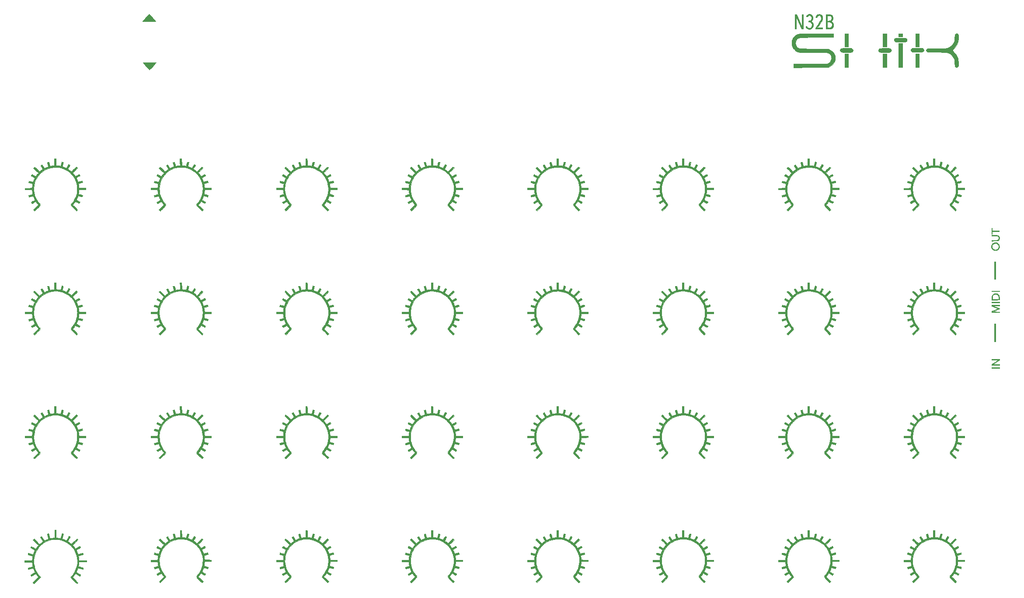
<source format=gbr>
G04 #@! TF.GenerationSoftware,KiCad,Pcbnew,(5.1.2-1)-1*
G04 #@! TF.CreationDate,2020-09-14T17:56:04+03:00*
G04 #@! TF.ProjectId,N32B_Top_panel_v1.2,4e333242-5f54-46f7-905f-70616e656c5f,rev?*
G04 #@! TF.SameCoordinates,Original*
G04 #@! TF.FileFunction,Legend,Top*
G04 #@! TF.FilePolarity,Positive*
%FSLAX46Y46*%
G04 Gerber Fmt 4.6, Leading zero omitted, Abs format (unit mm)*
G04 Created by KiCad (PCBNEW (5.1.2-1)-1) date 2020-09-14 17:56:04*
%MOMM*%
%LPD*%
G04 APERTURE LIST*
%ADD10C,0.010000*%
G04 APERTURE END LIST*
D10*
G36*
X64001650Y-137621172D02*
G01*
X64007687Y-137796323D01*
X64012753Y-137985364D01*
X64016413Y-138168821D01*
X64018233Y-138327223D01*
X64018356Y-138369664D01*
X64018356Y-138694576D01*
X64126414Y-138706606D01*
X64193608Y-138714581D01*
X64297205Y-138727462D01*
X64423199Y-138743485D01*
X64557582Y-138760886D01*
X64560616Y-138761282D01*
X64683165Y-138776570D01*
X64786124Y-138788017D01*
X64859777Y-138794646D01*
X64894405Y-138795481D01*
X64895705Y-138794983D01*
X64904623Y-138768710D01*
X64924030Y-138701035D01*
X64951777Y-138599810D01*
X64985709Y-138472886D01*
X65023523Y-138328701D01*
X65061541Y-138183853D01*
X65095599Y-138056764D01*
X65123528Y-137955319D01*
X65143155Y-137887405D01*
X65152291Y-137860928D01*
X65180391Y-137860350D01*
X65242731Y-137869707D01*
X65303243Y-137882057D01*
X65383466Y-137902638D01*
X65423257Y-137922061D01*
X65432506Y-137946491D01*
X65429361Y-137960687D01*
X65415639Y-138008686D01*
X65393538Y-138091346D01*
X65365392Y-138199408D01*
X65333536Y-138323609D01*
X65300304Y-138454689D01*
X65268030Y-138583388D01*
X65239049Y-138700446D01*
X65215695Y-138796601D01*
X65200303Y-138862593D01*
X65195207Y-138889162D01*
X65195276Y-138889298D01*
X65220026Y-138898472D01*
X65281389Y-138920201D01*
X65367915Y-138950442D01*
X65404041Y-138962989D01*
X65532207Y-139010330D01*
X65672753Y-139066669D01*
X65795270Y-139119816D01*
X65795360Y-139119858D01*
X65885065Y-139160014D01*
X65956953Y-139190227D01*
X65998664Y-139205363D01*
X66003265Y-139206200D01*
X66021431Y-139185106D01*
X66060055Y-139126395D01*
X66114939Y-139036919D01*
X66181883Y-138923533D01*
X66256688Y-138793092D01*
X66260295Y-138786711D01*
X66335417Y-138655627D01*
X66402953Y-138541281D01*
X66458688Y-138450530D01*
X66498406Y-138390230D01*
X66517892Y-138367239D01*
X66518233Y-138367192D01*
X66550559Y-138379107D01*
X66610139Y-138409580D01*
X66651413Y-138432963D01*
X66716634Y-138474013D01*
X66744774Y-138503685D01*
X66743999Y-138533804D01*
X66734792Y-138553733D01*
X66712795Y-138593688D01*
X66670425Y-138669072D01*
X66612594Y-138771199D01*
X66544219Y-138891382D01*
X66493554Y-138980132D01*
X66423349Y-139103649D01*
X66362939Y-139211291D01*
X66316475Y-139295547D01*
X66288113Y-139348905D01*
X66281219Y-139364139D01*
X66300895Y-139382962D01*
X66353326Y-139422191D01*
X66428615Y-139474547D01*
X66458718Y-139494746D01*
X66570774Y-139573407D01*
X66693852Y-139666123D01*
X66801196Y-139752731D01*
X66878438Y-139816437D01*
X66941455Y-139865042D01*
X66980039Y-139890801D01*
X66986009Y-139892990D01*
X67008122Y-139875515D01*
X67060898Y-139825973D01*
X67139730Y-139748929D01*
X67240010Y-139648945D01*
X67357131Y-139530586D01*
X67486485Y-139398416D01*
X67518582Y-139365412D01*
X68031320Y-138837531D01*
X68141204Y-138945663D01*
X68251088Y-139053794D01*
X67719050Y-139586285D01*
X67187013Y-140118775D01*
X67301472Y-140241142D01*
X67369581Y-140318834D01*
X67452460Y-140420449D01*
X67535767Y-140528220D01*
X67564257Y-140566686D01*
X67629507Y-140655600D01*
X67684511Y-140729687D01*
X67721737Y-140778848D01*
X67732463Y-140792244D01*
X67759536Y-140787008D01*
X67823099Y-140759125D01*
X67916081Y-140712178D01*
X68031408Y-140649748D01*
X68162007Y-140575418D01*
X68171694Y-140569771D01*
X68302869Y-140493536D01*
X68418554Y-140426983D01*
X68511774Y-140374067D01*
X68575557Y-140338745D01*
X68602929Y-140324974D01*
X68603284Y-140324919D01*
X68621801Y-140344936D01*
X68656430Y-140396441D01*
X68685003Y-140443473D01*
X68710890Y-140485606D01*
X68728825Y-140518310D01*
X68734271Y-140546176D01*
X68722692Y-140573791D01*
X68689553Y-140605745D01*
X68630316Y-140646628D01*
X68540447Y-140701030D01*
X68415408Y-140773539D01*
X68283471Y-140849715D01*
X68160206Y-140922454D01*
X68053977Y-140987674D01*
X67971984Y-141040749D01*
X67921427Y-141077051D01*
X67908446Y-141090767D01*
X67919265Y-141123940D01*
X67947669Y-141188365D01*
X67987583Y-141270285D01*
X67988829Y-141272741D01*
X68035583Y-141372310D01*
X68088901Y-141497341D01*
X68139191Y-141625078D01*
X68151975Y-141659753D01*
X68195482Y-141770243D01*
X68233217Y-141847042D01*
X68261794Y-141883590D01*
X68268639Y-141885698D01*
X68303171Y-141878351D01*
X68378189Y-141859727D01*
X68485148Y-141832035D01*
X68615501Y-141797485D01*
X68744091Y-141762805D01*
X68886569Y-141725475D01*
X69012045Y-141695246D01*
X69112368Y-141673867D01*
X69179389Y-141663085D01*
X69204592Y-141663987D01*
X69221242Y-141698858D01*
X69240737Y-141760539D01*
X69258425Y-141830516D01*
X69269655Y-141890279D01*
X69269777Y-141921314D01*
X69269367Y-141921822D01*
X69243011Y-141931130D01*
X69175299Y-141951392D01*
X69073989Y-141980388D01*
X68946840Y-142015900D01*
X68801611Y-142055709D01*
X68794559Y-142057624D01*
X68648933Y-142097405D01*
X68521247Y-142132746D01*
X68419195Y-142161480D01*
X68350470Y-142181440D01*
X68322766Y-142190458D01*
X68322594Y-142190583D01*
X68324141Y-142216772D01*
X68334414Y-142279513D01*
X68351243Y-142365688D01*
X68352833Y-142373320D01*
X68375396Y-142498720D01*
X68395034Y-142637903D01*
X68404490Y-142727522D01*
X68413973Y-142831436D01*
X68424112Y-142926944D01*
X68431991Y-142988232D01*
X68444684Y-143070865D01*
X69942480Y-143070865D01*
X69942480Y-143207739D01*
X69939904Y-143288638D01*
X69928691Y-143332713D01*
X69903611Y-143353880D01*
X69885273Y-143359944D01*
X69845333Y-143364019D01*
X69761812Y-143367711D01*
X69641975Y-143370870D01*
X69493092Y-143373343D01*
X69322431Y-143374978D01*
X69137258Y-143375622D01*
X69136781Y-143375622D01*
X68445496Y-143375970D01*
X68432926Y-143484028D01*
X68420006Y-143591654D01*
X68404426Y-143716228D01*
X68387632Y-143846810D01*
X68371069Y-143972461D01*
X68356181Y-144082243D01*
X68344413Y-144165217D01*
X68337211Y-144210443D01*
X68336570Y-144213485D01*
X68345965Y-144230314D01*
X68384444Y-144251246D01*
X68456649Y-144277915D01*
X68567221Y-144311951D01*
X68720801Y-144354989D01*
X68798336Y-144375898D01*
X68945153Y-144415465D01*
X69074319Y-144450849D01*
X69178093Y-144479884D01*
X69248735Y-144500400D01*
X69278504Y-144510230D01*
X69278859Y-144510464D01*
X69278376Y-144537686D01*
X69266394Y-144598523D01*
X69252610Y-144653156D01*
X69240934Y-144700570D01*
X69230646Y-144735869D01*
X69215248Y-144759084D01*
X69188241Y-144770247D01*
X69143125Y-144769392D01*
X69073400Y-144756550D01*
X68972568Y-144731752D01*
X68834129Y-144695032D01*
X68687618Y-144655949D01*
X68548075Y-144619509D01*
X68426670Y-144588833D01*
X68331452Y-144565873D01*
X68270471Y-144552577D01*
X68251580Y-144550318D01*
X68240177Y-144575939D01*
X68215167Y-144639081D01*
X68180526Y-144729547D01*
X68149380Y-144812506D01*
X68101017Y-144937336D01*
X68049522Y-145062121D01*
X68002810Y-145167993D01*
X67982414Y-145210549D01*
X67943081Y-145295891D01*
X67929167Y-145348046D01*
X67938356Y-145376444D01*
X67941077Y-145378844D01*
X67972724Y-145399175D01*
X68040539Y-145439789D01*
X68136429Y-145495932D01*
X68252300Y-145562855D01*
X68340678Y-145613407D01*
X68465730Y-145685061D01*
X68576481Y-145749279D01*
X68664826Y-145801300D01*
X68722661Y-145836368D01*
X68740622Y-145848255D01*
X68747330Y-145884362D01*
X68725052Y-145952454D01*
X68676832Y-146045023D01*
X68631900Y-146116443D01*
X68609511Y-146106607D01*
X68550048Y-146074915D01*
X68460344Y-146025159D01*
X68347232Y-145961135D01*
X68217546Y-145886634D01*
X68208253Y-145881257D01*
X68076219Y-145805545D01*
X67958824Y-145739580D01*
X67863292Y-145687310D01*
X67796844Y-145652685D01*
X67766705Y-145639653D01*
X67766310Y-145639638D01*
X67742018Y-145659694D01*
X67698771Y-145712030D01*
X67645106Y-145786147D01*
X67634515Y-145801708D01*
X67565115Y-145899337D01*
X67478378Y-146013832D01*
X67390553Y-146123876D01*
X67371011Y-146147384D01*
X67216172Y-146331796D01*
X68276514Y-147393040D01*
X68168664Y-147500889D01*
X68060815Y-147608738D01*
X67427327Y-146975631D01*
X66793839Y-146342523D01*
X66984000Y-146134745D01*
X67286813Y-145768322D01*
X67544953Y-145380587D01*
X67757490Y-144974034D01*
X67923496Y-144551160D01*
X68042043Y-144114459D01*
X68112202Y-143666427D01*
X68133044Y-143209560D01*
X68128980Y-143058152D01*
X68083512Y-142590880D01*
X67990107Y-142139316D01*
X67849658Y-141705495D01*
X67663059Y-141291453D01*
X67431204Y-140899227D01*
X67154989Y-140530852D01*
X66894039Y-140246032D01*
X66549547Y-139935334D01*
X66182339Y-139669965D01*
X65790819Y-139449022D01*
X65373393Y-139271600D01*
X64945929Y-139141158D01*
X64566106Y-139060704D01*
X64204531Y-139016761D01*
X63845842Y-139007675D01*
X63738676Y-139011396D01*
X63271045Y-139057130D01*
X62822807Y-139149260D01*
X62391783Y-139288566D01*
X61975792Y-139475831D01*
X61572656Y-139711836D01*
X61346823Y-139869177D01*
X61222509Y-139970259D01*
X61078568Y-140102370D01*
X60924838Y-140255093D01*
X60771154Y-140418010D01*
X60627355Y-140580706D01*
X60503277Y-140732763D01*
X60411407Y-140859726D01*
X60174615Y-141262650D01*
X59981439Y-141684951D01*
X59834253Y-142120608D01*
X59735427Y-142563601D01*
X59732144Y-142583684D01*
X59714078Y-142737269D01*
X59702062Y-142926254D01*
X59696104Y-143136140D01*
X59696213Y-143352426D01*
X59702397Y-143560610D01*
X59714665Y-143746191D01*
X59731389Y-143884849D01*
X59828676Y-144332055D01*
X59971960Y-144764338D01*
X60158928Y-145176999D01*
X60387271Y-145565337D01*
X60654675Y-145924654D01*
X60832868Y-146124319D01*
X61027632Y-146328176D01*
X60393805Y-146962383D01*
X60246344Y-147109547D01*
X60110246Y-147244629D01*
X59989669Y-147363559D01*
X59888771Y-147462269D01*
X59811709Y-147536688D01*
X59762641Y-147582747D01*
X59745879Y-147596590D01*
X59721848Y-147579871D01*
X59674592Y-147536721D01*
X59631991Y-147494398D01*
X59532203Y-147392206D01*
X60063338Y-146860618D01*
X60594474Y-146329030D01*
X60431290Y-146128889D01*
X60349214Y-146025861D01*
X60268110Y-145920063D01*
X60200965Y-145828582D01*
X60179117Y-145797159D01*
X60129469Y-145728341D01*
X60089003Y-145680470D01*
X60068712Y-145664914D01*
X60040886Y-145676963D01*
X59976666Y-145710835D01*
X59883422Y-145762454D01*
X59768524Y-145827747D01*
X59649192Y-145896876D01*
X59520889Y-145971806D01*
X59407726Y-146037820D01*
X59317034Y-146090648D01*
X59256143Y-146126018D01*
X59232728Y-146139480D01*
X59209982Y-146126228D01*
X59174428Y-146081795D01*
X59135034Y-146020953D01*
X59100768Y-145958472D01*
X59080596Y-145909124D01*
X59080665Y-145888998D01*
X59107428Y-145871412D01*
X59170993Y-145832795D01*
X59264086Y-145777474D01*
X59379429Y-145709771D01*
X59505343Y-145636563D01*
X59634362Y-145561826D01*
X59747389Y-145496253D01*
X59837390Y-145443932D01*
X59897330Y-145408953D01*
X59920138Y-145395433D01*
X59913442Y-145371824D01*
X59888492Y-145314378D01*
X59850303Y-145234474D01*
X59840899Y-145215562D01*
X59790305Y-145107575D01*
X59733532Y-144975770D01*
X59680935Y-144844417D01*
X59668915Y-144812506D01*
X59632147Y-144713619D01*
X59602525Y-144634670D01*
X59584092Y-144586395D01*
X59580108Y-144576659D01*
X59555555Y-144580844D01*
X59489597Y-144596669D01*
X59389830Y-144622188D01*
X59263852Y-144655456D01*
X59119260Y-144694526D01*
X59108630Y-144697430D01*
X58961938Y-144737305D01*
X58832339Y-144772098D01*
X58727710Y-144799732D01*
X58655929Y-144818125D01*
X58624870Y-144825199D01*
X58624507Y-144825219D01*
X58607456Y-144802837D01*
X58589218Y-144747419D01*
X58573372Y-144676555D01*
X58563497Y-144607837D01*
X58563169Y-144558854D01*
X58567929Y-144547050D01*
X58598584Y-144534388D01*
X58670165Y-144511363D01*
X58774391Y-144480441D01*
X58902980Y-144444084D01*
X59033614Y-144408506D01*
X59176073Y-144369962D01*
X59300732Y-144335454D01*
X59399593Y-144307260D01*
X59464659Y-144287657D01*
X59487804Y-144279160D01*
X59488198Y-144251147D01*
X59480341Y-144185046D01*
X59465778Y-144092670D01*
X59456930Y-144042856D01*
X59434721Y-143906671D01*
X59414595Y-143756717D01*
X59400524Y-143622942D01*
X59399422Y-143609275D01*
X59383391Y-143401395D01*
X57890828Y-143401395D01*
X57890828Y-143096290D01*
X59383423Y-143096290D01*
X59400451Y-142854044D01*
X59412807Y-142717622D01*
X59430388Y-142571941D01*
X59449881Y-142443667D01*
X59454707Y-142417227D01*
X59471500Y-142324808D01*
X59482614Y-142254395D01*
X59486128Y-142218458D01*
X59485646Y-142216367D01*
X59460263Y-142208243D01*
X59393448Y-142189436D01*
X59292985Y-142162064D01*
X59166654Y-142128247D01*
X59022237Y-142090107D01*
X59021980Y-142090040D01*
X58876488Y-142051299D01*
X58748132Y-142016063D01*
X58644969Y-141986632D01*
X58575056Y-141965303D01*
X58546533Y-141954446D01*
X58545386Y-141926885D01*
X58554422Y-141868715D01*
X58569693Y-141797196D01*
X58587254Y-141729590D01*
X58603156Y-141683156D01*
X58611009Y-141672482D01*
X58635744Y-141678731D01*
X58701989Y-141696124D01*
X58802137Y-141722645D01*
X58928579Y-141756280D01*
X59073708Y-141795013D01*
X59085823Y-141798251D01*
X59232888Y-141836475D01*
X59362828Y-141868168D01*
X59467818Y-141891591D01*
X59540030Y-141905006D01*
X59571637Y-141906673D01*
X59572137Y-141906294D01*
X59588049Y-141873975D01*
X59612527Y-141808966D01*
X59632691Y-141748742D01*
X59662895Y-141664426D01*
X59707685Y-141551886D01*
X59759862Y-141428849D01*
X59791122Y-141358672D01*
X59835471Y-141255349D01*
X59867548Y-141169056D01*
X59883855Y-141110040D01*
X59883121Y-141089284D01*
X59854830Y-141071057D01*
X59789787Y-141032299D01*
X59695555Y-140977420D01*
X59579695Y-140910827D01*
X59467205Y-140846803D01*
X59339800Y-140774441D01*
X59228443Y-140710880D01*
X59140392Y-140660289D01*
X59082904Y-140626834D01*
X59063332Y-140614855D01*
X59064669Y-140586448D01*
X59085524Y-140531550D01*
X59118416Y-140466765D01*
X59155863Y-140408693D01*
X59156751Y-140407526D01*
X59200495Y-140350293D01*
X59619886Y-140591572D01*
X59751620Y-140666901D01*
X59868134Y-140732653D01*
X59962327Y-140784893D01*
X60027101Y-140819687D01*
X60055358Y-140833100D01*
X60055695Y-140833139D01*
X60076902Y-140813575D01*
X60115745Y-140762337D01*
X60157397Y-140700345D01*
X60211174Y-140622173D01*
X60285849Y-140521081D01*
X60369497Y-140412988D01*
X60417094Y-140353762D01*
X60591508Y-140140261D01*
X60061439Y-139609740D01*
X59531369Y-139079220D01*
X59747031Y-138863558D01*
X60808843Y-139924466D01*
X61008845Y-139760668D01*
X61110049Y-139679208D01*
X61212215Y-139599350D01*
X61299111Y-139533694D01*
X61329617Y-139511639D01*
X61394754Y-139462073D01*
X61438603Y-139421820D01*
X61450388Y-139403784D01*
X61437989Y-139375713D01*
X61403508Y-139311294D01*
X61351019Y-139217784D01*
X61284596Y-139102443D01*
X61208846Y-138973428D01*
X61132831Y-138844711D01*
X61066632Y-138731848D01*
X61014286Y-138641786D01*
X60979831Y-138581473D01*
X60967306Y-138557857D01*
X60967305Y-138557834D01*
X60987981Y-138537682D01*
X61039024Y-138506211D01*
X61103954Y-138471886D01*
X61166294Y-138443171D01*
X61209563Y-138428529D01*
X61218485Y-138428825D01*
X61235919Y-138452674D01*
X61274396Y-138512381D01*
X61329098Y-138600019D01*
X61395209Y-138707663D01*
X61467908Y-138827387D01*
X61542377Y-138951265D01*
X61613800Y-139071371D01*
X61677356Y-139179780D01*
X61718223Y-139250861D01*
X61741249Y-139243636D01*
X61800554Y-139218985D01*
X61886383Y-139181080D01*
X61961182Y-139146975D01*
X62084732Y-139091738D01*
X62213036Y-139037286D01*
X62325474Y-138992268D01*
X62365703Y-138977285D01*
X62449021Y-138947066D01*
X62510764Y-138924046D01*
X62538000Y-138913048D01*
X62538177Y-138912935D01*
X62533925Y-138888094D01*
X62517767Y-138822035D01*
X62491714Y-138722448D01*
X62457781Y-138597025D01*
X62417978Y-138453456D01*
X62417406Y-138451417D01*
X62376973Y-138305880D01*
X62341793Y-138176710D01*
X62314031Y-138072071D01*
X62295854Y-138000123D01*
X62289427Y-137969133D01*
X62311826Y-137948802D01*
X62369653Y-137923323D01*
X62426798Y-137905061D01*
X62564170Y-137866826D01*
X62833318Y-138829856D01*
X62923685Y-138813429D01*
X63133250Y-138776532D01*
X63299881Y-138750029D01*
X63430221Y-138733007D01*
X63530911Y-138724553D01*
X63579767Y-138723214D01*
X63713251Y-138723117D01*
X63713251Y-137197591D01*
X63984945Y-137197591D01*
X64001650Y-137621172D01*
X64001650Y-137621172D01*
G37*
X64001650Y-137621172D02*
X64007687Y-137796323D01*
X64012753Y-137985364D01*
X64016413Y-138168821D01*
X64018233Y-138327223D01*
X64018356Y-138369664D01*
X64018356Y-138694576D01*
X64126414Y-138706606D01*
X64193608Y-138714581D01*
X64297205Y-138727462D01*
X64423199Y-138743485D01*
X64557582Y-138760886D01*
X64560616Y-138761282D01*
X64683165Y-138776570D01*
X64786124Y-138788017D01*
X64859777Y-138794646D01*
X64894405Y-138795481D01*
X64895705Y-138794983D01*
X64904623Y-138768710D01*
X64924030Y-138701035D01*
X64951777Y-138599810D01*
X64985709Y-138472886D01*
X65023523Y-138328701D01*
X65061541Y-138183853D01*
X65095599Y-138056764D01*
X65123528Y-137955319D01*
X65143155Y-137887405D01*
X65152291Y-137860928D01*
X65180391Y-137860350D01*
X65242731Y-137869707D01*
X65303243Y-137882057D01*
X65383466Y-137902638D01*
X65423257Y-137922061D01*
X65432506Y-137946491D01*
X65429361Y-137960687D01*
X65415639Y-138008686D01*
X65393538Y-138091346D01*
X65365392Y-138199408D01*
X65333536Y-138323609D01*
X65300304Y-138454689D01*
X65268030Y-138583388D01*
X65239049Y-138700446D01*
X65215695Y-138796601D01*
X65200303Y-138862593D01*
X65195207Y-138889162D01*
X65195276Y-138889298D01*
X65220026Y-138898472D01*
X65281389Y-138920201D01*
X65367915Y-138950442D01*
X65404041Y-138962989D01*
X65532207Y-139010330D01*
X65672753Y-139066669D01*
X65795270Y-139119816D01*
X65795360Y-139119858D01*
X65885065Y-139160014D01*
X65956953Y-139190227D01*
X65998664Y-139205363D01*
X66003265Y-139206200D01*
X66021431Y-139185106D01*
X66060055Y-139126395D01*
X66114939Y-139036919D01*
X66181883Y-138923533D01*
X66256688Y-138793092D01*
X66260295Y-138786711D01*
X66335417Y-138655627D01*
X66402953Y-138541281D01*
X66458688Y-138450530D01*
X66498406Y-138390230D01*
X66517892Y-138367239D01*
X66518233Y-138367192D01*
X66550559Y-138379107D01*
X66610139Y-138409580D01*
X66651413Y-138432963D01*
X66716634Y-138474013D01*
X66744774Y-138503685D01*
X66743999Y-138533804D01*
X66734792Y-138553733D01*
X66712795Y-138593688D01*
X66670425Y-138669072D01*
X66612594Y-138771199D01*
X66544219Y-138891382D01*
X66493554Y-138980132D01*
X66423349Y-139103649D01*
X66362939Y-139211291D01*
X66316475Y-139295547D01*
X66288113Y-139348905D01*
X66281219Y-139364139D01*
X66300895Y-139382962D01*
X66353326Y-139422191D01*
X66428615Y-139474547D01*
X66458718Y-139494746D01*
X66570774Y-139573407D01*
X66693852Y-139666123D01*
X66801196Y-139752731D01*
X66878438Y-139816437D01*
X66941455Y-139865042D01*
X66980039Y-139890801D01*
X66986009Y-139892990D01*
X67008122Y-139875515D01*
X67060898Y-139825973D01*
X67139730Y-139748929D01*
X67240010Y-139648945D01*
X67357131Y-139530586D01*
X67486485Y-139398416D01*
X67518582Y-139365412D01*
X68031320Y-138837531D01*
X68141204Y-138945663D01*
X68251088Y-139053794D01*
X67719050Y-139586285D01*
X67187013Y-140118775D01*
X67301472Y-140241142D01*
X67369581Y-140318834D01*
X67452460Y-140420449D01*
X67535767Y-140528220D01*
X67564257Y-140566686D01*
X67629507Y-140655600D01*
X67684511Y-140729687D01*
X67721737Y-140778848D01*
X67732463Y-140792244D01*
X67759536Y-140787008D01*
X67823099Y-140759125D01*
X67916081Y-140712178D01*
X68031408Y-140649748D01*
X68162007Y-140575418D01*
X68171694Y-140569771D01*
X68302869Y-140493536D01*
X68418554Y-140426983D01*
X68511774Y-140374067D01*
X68575557Y-140338745D01*
X68602929Y-140324974D01*
X68603284Y-140324919D01*
X68621801Y-140344936D01*
X68656430Y-140396441D01*
X68685003Y-140443473D01*
X68710890Y-140485606D01*
X68728825Y-140518310D01*
X68734271Y-140546176D01*
X68722692Y-140573791D01*
X68689553Y-140605745D01*
X68630316Y-140646628D01*
X68540447Y-140701030D01*
X68415408Y-140773539D01*
X68283471Y-140849715D01*
X68160206Y-140922454D01*
X68053977Y-140987674D01*
X67971984Y-141040749D01*
X67921427Y-141077051D01*
X67908446Y-141090767D01*
X67919265Y-141123940D01*
X67947669Y-141188365D01*
X67987583Y-141270285D01*
X67988829Y-141272741D01*
X68035583Y-141372310D01*
X68088901Y-141497341D01*
X68139191Y-141625078D01*
X68151975Y-141659753D01*
X68195482Y-141770243D01*
X68233217Y-141847042D01*
X68261794Y-141883590D01*
X68268639Y-141885698D01*
X68303171Y-141878351D01*
X68378189Y-141859727D01*
X68485148Y-141832035D01*
X68615501Y-141797485D01*
X68744091Y-141762805D01*
X68886569Y-141725475D01*
X69012045Y-141695246D01*
X69112368Y-141673867D01*
X69179389Y-141663085D01*
X69204592Y-141663987D01*
X69221242Y-141698858D01*
X69240737Y-141760539D01*
X69258425Y-141830516D01*
X69269655Y-141890279D01*
X69269777Y-141921314D01*
X69269367Y-141921822D01*
X69243011Y-141931130D01*
X69175299Y-141951392D01*
X69073989Y-141980388D01*
X68946840Y-142015900D01*
X68801611Y-142055709D01*
X68794559Y-142057624D01*
X68648933Y-142097405D01*
X68521247Y-142132746D01*
X68419195Y-142161480D01*
X68350470Y-142181440D01*
X68322766Y-142190458D01*
X68322594Y-142190583D01*
X68324141Y-142216772D01*
X68334414Y-142279513D01*
X68351243Y-142365688D01*
X68352833Y-142373320D01*
X68375396Y-142498720D01*
X68395034Y-142637903D01*
X68404490Y-142727522D01*
X68413973Y-142831436D01*
X68424112Y-142926944D01*
X68431991Y-142988232D01*
X68444684Y-143070865D01*
X69942480Y-143070865D01*
X69942480Y-143207739D01*
X69939904Y-143288638D01*
X69928691Y-143332713D01*
X69903611Y-143353880D01*
X69885273Y-143359944D01*
X69845333Y-143364019D01*
X69761812Y-143367711D01*
X69641975Y-143370870D01*
X69493092Y-143373343D01*
X69322431Y-143374978D01*
X69137258Y-143375622D01*
X69136781Y-143375622D01*
X68445496Y-143375970D01*
X68432926Y-143484028D01*
X68420006Y-143591654D01*
X68404426Y-143716228D01*
X68387632Y-143846810D01*
X68371069Y-143972461D01*
X68356181Y-144082243D01*
X68344413Y-144165217D01*
X68337211Y-144210443D01*
X68336570Y-144213485D01*
X68345965Y-144230314D01*
X68384444Y-144251246D01*
X68456649Y-144277915D01*
X68567221Y-144311951D01*
X68720801Y-144354989D01*
X68798336Y-144375898D01*
X68945153Y-144415465D01*
X69074319Y-144450849D01*
X69178093Y-144479884D01*
X69248735Y-144500400D01*
X69278504Y-144510230D01*
X69278859Y-144510464D01*
X69278376Y-144537686D01*
X69266394Y-144598523D01*
X69252610Y-144653156D01*
X69240934Y-144700570D01*
X69230646Y-144735869D01*
X69215248Y-144759084D01*
X69188241Y-144770247D01*
X69143125Y-144769392D01*
X69073400Y-144756550D01*
X68972568Y-144731752D01*
X68834129Y-144695032D01*
X68687618Y-144655949D01*
X68548075Y-144619509D01*
X68426670Y-144588833D01*
X68331452Y-144565873D01*
X68270471Y-144552577D01*
X68251580Y-144550318D01*
X68240177Y-144575939D01*
X68215167Y-144639081D01*
X68180526Y-144729547D01*
X68149380Y-144812506D01*
X68101017Y-144937336D01*
X68049522Y-145062121D01*
X68002810Y-145167993D01*
X67982414Y-145210549D01*
X67943081Y-145295891D01*
X67929167Y-145348046D01*
X67938356Y-145376444D01*
X67941077Y-145378844D01*
X67972724Y-145399175D01*
X68040539Y-145439789D01*
X68136429Y-145495932D01*
X68252300Y-145562855D01*
X68340678Y-145613407D01*
X68465730Y-145685061D01*
X68576481Y-145749279D01*
X68664826Y-145801300D01*
X68722661Y-145836368D01*
X68740622Y-145848255D01*
X68747330Y-145884362D01*
X68725052Y-145952454D01*
X68676832Y-146045023D01*
X68631900Y-146116443D01*
X68609511Y-146106607D01*
X68550048Y-146074915D01*
X68460344Y-146025159D01*
X68347232Y-145961135D01*
X68217546Y-145886634D01*
X68208253Y-145881257D01*
X68076219Y-145805545D01*
X67958824Y-145739580D01*
X67863292Y-145687310D01*
X67796844Y-145652685D01*
X67766705Y-145639653D01*
X67766310Y-145639638D01*
X67742018Y-145659694D01*
X67698771Y-145712030D01*
X67645106Y-145786147D01*
X67634515Y-145801708D01*
X67565115Y-145899337D01*
X67478378Y-146013832D01*
X67390553Y-146123876D01*
X67371011Y-146147384D01*
X67216172Y-146331796D01*
X68276514Y-147393040D01*
X68168664Y-147500889D01*
X68060815Y-147608738D01*
X67427327Y-146975631D01*
X66793839Y-146342523D01*
X66984000Y-146134745D01*
X67286813Y-145768322D01*
X67544953Y-145380587D01*
X67757490Y-144974034D01*
X67923496Y-144551160D01*
X68042043Y-144114459D01*
X68112202Y-143666427D01*
X68133044Y-143209560D01*
X68128980Y-143058152D01*
X68083512Y-142590880D01*
X67990107Y-142139316D01*
X67849658Y-141705495D01*
X67663059Y-141291453D01*
X67431204Y-140899227D01*
X67154989Y-140530852D01*
X66894039Y-140246032D01*
X66549547Y-139935334D01*
X66182339Y-139669965D01*
X65790819Y-139449022D01*
X65373393Y-139271600D01*
X64945929Y-139141158D01*
X64566106Y-139060704D01*
X64204531Y-139016761D01*
X63845842Y-139007675D01*
X63738676Y-139011396D01*
X63271045Y-139057130D01*
X62822807Y-139149260D01*
X62391783Y-139288566D01*
X61975792Y-139475831D01*
X61572656Y-139711836D01*
X61346823Y-139869177D01*
X61222509Y-139970259D01*
X61078568Y-140102370D01*
X60924838Y-140255093D01*
X60771154Y-140418010D01*
X60627355Y-140580706D01*
X60503277Y-140732763D01*
X60411407Y-140859726D01*
X60174615Y-141262650D01*
X59981439Y-141684951D01*
X59834253Y-142120608D01*
X59735427Y-142563601D01*
X59732144Y-142583684D01*
X59714078Y-142737269D01*
X59702062Y-142926254D01*
X59696104Y-143136140D01*
X59696213Y-143352426D01*
X59702397Y-143560610D01*
X59714665Y-143746191D01*
X59731389Y-143884849D01*
X59828676Y-144332055D01*
X59971960Y-144764338D01*
X60158928Y-145176999D01*
X60387271Y-145565337D01*
X60654675Y-145924654D01*
X60832868Y-146124319D01*
X61027632Y-146328176D01*
X60393805Y-146962383D01*
X60246344Y-147109547D01*
X60110246Y-147244629D01*
X59989669Y-147363559D01*
X59888771Y-147462269D01*
X59811709Y-147536688D01*
X59762641Y-147582747D01*
X59745879Y-147596590D01*
X59721848Y-147579871D01*
X59674592Y-147536721D01*
X59631991Y-147494398D01*
X59532203Y-147392206D01*
X60063338Y-146860618D01*
X60594474Y-146329030D01*
X60431290Y-146128889D01*
X60349214Y-146025861D01*
X60268110Y-145920063D01*
X60200965Y-145828582D01*
X60179117Y-145797159D01*
X60129469Y-145728341D01*
X60089003Y-145680470D01*
X60068712Y-145664914D01*
X60040886Y-145676963D01*
X59976666Y-145710835D01*
X59883422Y-145762454D01*
X59768524Y-145827747D01*
X59649192Y-145896876D01*
X59520889Y-145971806D01*
X59407726Y-146037820D01*
X59317034Y-146090648D01*
X59256143Y-146126018D01*
X59232728Y-146139480D01*
X59209982Y-146126228D01*
X59174428Y-146081795D01*
X59135034Y-146020953D01*
X59100768Y-145958472D01*
X59080596Y-145909124D01*
X59080665Y-145888998D01*
X59107428Y-145871412D01*
X59170993Y-145832795D01*
X59264086Y-145777474D01*
X59379429Y-145709771D01*
X59505343Y-145636563D01*
X59634362Y-145561826D01*
X59747389Y-145496253D01*
X59837390Y-145443932D01*
X59897330Y-145408953D01*
X59920138Y-145395433D01*
X59913442Y-145371824D01*
X59888492Y-145314378D01*
X59850303Y-145234474D01*
X59840899Y-145215562D01*
X59790305Y-145107575D01*
X59733532Y-144975770D01*
X59680935Y-144844417D01*
X59668915Y-144812506D01*
X59632147Y-144713619D01*
X59602525Y-144634670D01*
X59584092Y-144586395D01*
X59580108Y-144576659D01*
X59555555Y-144580844D01*
X59489597Y-144596669D01*
X59389830Y-144622188D01*
X59263852Y-144655456D01*
X59119260Y-144694526D01*
X59108630Y-144697430D01*
X58961938Y-144737305D01*
X58832339Y-144772098D01*
X58727710Y-144799732D01*
X58655929Y-144818125D01*
X58624870Y-144825199D01*
X58624507Y-144825219D01*
X58607456Y-144802837D01*
X58589218Y-144747419D01*
X58573372Y-144676555D01*
X58563497Y-144607837D01*
X58563169Y-144558854D01*
X58567929Y-144547050D01*
X58598584Y-144534388D01*
X58670165Y-144511363D01*
X58774391Y-144480441D01*
X58902980Y-144444084D01*
X59033614Y-144408506D01*
X59176073Y-144369962D01*
X59300732Y-144335454D01*
X59399593Y-144307260D01*
X59464659Y-144287657D01*
X59487804Y-144279160D01*
X59488198Y-144251147D01*
X59480341Y-144185046D01*
X59465778Y-144092670D01*
X59456930Y-144042856D01*
X59434721Y-143906671D01*
X59414595Y-143756717D01*
X59400524Y-143622942D01*
X59399422Y-143609275D01*
X59383391Y-143401395D01*
X57890828Y-143401395D01*
X57890828Y-143096290D01*
X59383423Y-143096290D01*
X59400451Y-142854044D01*
X59412807Y-142717622D01*
X59430388Y-142571941D01*
X59449881Y-142443667D01*
X59454707Y-142417227D01*
X59471500Y-142324808D01*
X59482614Y-142254395D01*
X59486128Y-142218458D01*
X59485646Y-142216367D01*
X59460263Y-142208243D01*
X59393448Y-142189436D01*
X59292985Y-142162064D01*
X59166654Y-142128247D01*
X59022237Y-142090107D01*
X59021980Y-142090040D01*
X58876488Y-142051299D01*
X58748132Y-142016063D01*
X58644969Y-141986632D01*
X58575056Y-141965303D01*
X58546533Y-141954446D01*
X58545386Y-141926885D01*
X58554422Y-141868715D01*
X58569693Y-141797196D01*
X58587254Y-141729590D01*
X58603156Y-141683156D01*
X58611009Y-141672482D01*
X58635744Y-141678731D01*
X58701989Y-141696124D01*
X58802137Y-141722645D01*
X58928579Y-141756280D01*
X59073708Y-141795013D01*
X59085823Y-141798251D01*
X59232888Y-141836475D01*
X59362828Y-141868168D01*
X59467818Y-141891591D01*
X59540030Y-141905006D01*
X59571637Y-141906673D01*
X59572137Y-141906294D01*
X59588049Y-141873975D01*
X59612527Y-141808966D01*
X59632691Y-141748742D01*
X59662895Y-141664426D01*
X59707685Y-141551886D01*
X59759862Y-141428849D01*
X59791122Y-141358672D01*
X59835471Y-141255349D01*
X59867548Y-141169056D01*
X59883855Y-141110040D01*
X59883121Y-141089284D01*
X59854830Y-141071057D01*
X59789787Y-141032299D01*
X59695555Y-140977420D01*
X59579695Y-140910827D01*
X59467205Y-140846803D01*
X59339800Y-140774441D01*
X59228443Y-140710880D01*
X59140392Y-140660289D01*
X59082904Y-140626834D01*
X59063332Y-140614855D01*
X59064669Y-140586448D01*
X59085524Y-140531550D01*
X59118416Y-140466765D01*
X59155863Y-140408693D01*
X59156751Y-140407526D01*
X59200495Y-140350293D01*
X59619886Y-140591572D01*
X59751620Y-140666901D01*
X59868134Y-140732653D01*
X59962327Y-140784893D01*
X60027101Y-140819687D01*
X60055358Y-140833100D01*
X60055695Y-140833139D01*
X60076902Y-140813575D01*
X60115745Y-140762337D01*
X60157397Y-140700345D01*
X60211174Y-140622173D01*
X60285849Y-140521081D01*
X60369497Y-140412988D01*
X60417094Y-140353762D01*
X60591508Y-140140261D01*
X60061439Y-139609740D01*
X59531369Y-139079220D01*
X59747031Y-138863558D01*
X60808843Y-139924466D01*
X61008845Y-139760668D01*
X61110049Y-139679208D01*
X61212215Y-139599350D01*
X61299111Y-139533694D01*
X61329617Y-139511639D01*
X61394754Y-139462073D01*
X61438603Y-139421820D01*
X61450388Y-139403784D01*
X61437989Y-139375713D01*
X61403508Y-139311294D01*
X61351019Y-139217784D01*
X61284596Y-139102443D01*
X61208846Y-138973428D01*
X61132831Y-138844711D01*
X61066632Y-138731848D01*
X61014286Y-138641786D01*
X60979831Y-138581473D01*
X60967306Y-138557857D01*
X60967305Y-138557834D01*
X60987981Y-138537682D01*
X61039024Y-138506211D01*
X61103954Y-138471886D01*
X61166294Y-138443171D01*
X61209563Y-138428529D01*
X61218485Y-138428825D01*
X61235919Y-138452674D01*
X61274396Y-138512381D01*
X61329098Y-138600019D01*
X61395209Y-138707663D01*
X61467908Y-138827387D01*
X61542377Y-138951265D01*
X61613800Y-139071371D01*
X61677356Y-139179780D01*
X61718223Y-139250861D01*
X61741249Y-139243636D01*
X61800554Y-139218985D01*
X61886383Y-139181080D01*
X61961182Y-139146975D01*
X62084732Y-139091738D01*
X62213036Y-139037286D01*
X62325474Y-138992268D01*
X62365703Y-138977285D01*
X62449021Y-138947066D01*
X62510764Y-138924046D01*
X62538000Y-138913048D01*
X62538177Y-138912935D01*
X62533925Y-138888094D01*
X62517767Y-138822035D01*
X62491714Y-138722448D01*
X62457781Y-138597025D01*
X62417978Y-138453456D01*
X62417406Y-138451417D01*
X62376973Y-138305880D01*
X62341793Y-138176710D01*
X62314031Y-138072071D01*
X62295854Y-138000123D01*
X62289427Y-137969133D01*
X62311826Y-137948802D01*
X62369653Y-137923323D01*
X62426798Y-137905061D01*
X62564170Y-137866826D01*
X62833318Y-138829856D01*
X62923685Y-138813429D01*
X63133250Y-138776532D01*
X63299881Y-138750029D01*
X63430221Y-138733007D01*
X63530911Y-138724553D01*
X63579767Y-138723214D01*
X63713251Y-138723117D01*
X63713251Y-137197591D01*
X63984945Y-137197591D01*
X64001650Y-137621172D01*
G36*
X88333757Y-137632757D02*
G01*
X88340044Y-137799049D01*
X88345252Y-137976918D01*
X88348889Y-138146532D01*
X88350461Y-138288058D01*
X88350488Y-138304993D01*
X88350488Y-138590697D01*
X88560248Y-138608514D01*
X88695009Y-138622465D01*
X88846860Y-138641930D01*
X88982981Y-138662702D01*
X88983265Y-138662751D01*
X89080381Y-138678461D01*
X89155727Y-138688994D01*
X89197431Y-138692758D01*
X89201992Y-138692075D01*
X89209853Y-138666273D01*
X89227864Y-138599927D01*
X89253708Y-138501789D01*
X89285064Y-138380612D01*
X89301527Y-138316310D01*
X89335204Y-138184869D01*
X89364894Y-138070022D01*
X89388128Y-137981235D01*
X89402439Y-137927975D01*
X89405324Y-137918079D01*
X89426323Y-137904706D01*
X89479889Y-137908829D01*
X89569259Y-137929833D01*
X89649234Y-137954031D01*
X89704972Y-137976186D01*
X89723461Y-137990119D01*
X89717344Y-138020078D01*
X89700465Y-138090317D01*
X89675036Y-138191947D01*
X89643266Y-138316077D01*
X89623348Y-138392797D01*
X89523235Y-138776506D01*
X89578854Y-138798852D01*
X89629004Y-138818084D01*
X89710798Y-138848519D01*
X89808033Y-138884139D01*
X89825163Y-138890361D01*
X89942823Y-138935855D01*
X90065842Y-138987853D01*
X90164622Y-139033675D01*
X90241466Y-139070300D01*
X90297943Y-139094063D01*
X90321292Y-139099807D01*
X90335983Y-139076108D01*
X90371350Y-139015966D01*
X90422892Y-138927119D01*
X90486111Y-138817306D01*
X90525507Y-138748542D01*
X90593520Y-138629987D01*
X90652575Y-138527733D01*
X90698122Y-138449604D01*
X90725610Y-138403424D01*
X90731434Y-138394421D01*
X90756930Y-138399211D01*
X90810145Y-138422929D01*
X90875743Y-138457444D01*
X90938390Y-138494624D01*
X90982750Y-138526338D01*
X90986301Y-138529566D01*
X90991571Y-138552451D01*
X90978487Y-138598421D01*
X90944765Y-138672548D01*
X90888123Y-138779901D01*
X90814680Y-138910842D01*
X90746582Y-139030569D01*
X90688333Y-139133612D01*
X90644168Y-139212428D01*
X90618322Y-139259474D01*
X90613351Y-139269424D01*
X90632861Y-139285126D01*
X90684755Y-139321976D01*
X90759079Y-139372956D01*
X90784972Y-139390434D01*
X90893555Y-139467374D01*
X91014082Y-139558707D01*
X91120687Y-139644823D01*
X91121859Y-139645815D01*
X91287125Y-139785778D01*
X91763809Y-139311947D01*
X92240494Y-138838117D01*
X92356121Y-138953743D01*
X92471747Y-139069370D01*
X91535577Y-140033196D01*
X91648357Y-140159988D01*
X91714721Y-140238660D01*
X91796608Y-140341584D01*
X91880331Y-140451389D01*
X91914477Y-140497755D01*
X91984099Y-140592297D01*
X92031683Y-140651442D01*
X92064511Y-140681339D01*
X92089865Y-140688136D01*
X92115028Y-140677984D01*
X92122416Y-140673341D01*
X92226606Y-140608280D01*
X92341983Y-140540256D01*
X92460055Y-140473784D01*
X92572335Y-140413380D01*
X92670330Y-140363562D01*
X92745552Y-140328844D01*
X92789511Y-140313744D01*
X92796848Y-140314572D01*
X92820244Y-140348644D01*
X92858017Y-140410533D01*
X92883418Y-140454314D01*
X92949841Y-140570996D01*
X92606933Y-140769804D01*
X92488439Y-140839228D01*
X92386179Y-140900518D01*
X92307983Y-140948868D01*
X92261686Y-140979477D01*
X92252599Y-140987098D01*
X92257518Y-141016846D01*
X92280232Y-141081164D01*
X92316540Y-141168776D01*
X92338692Y-141218254D01*
X92392331Y-141339923D01*
X92446174Y-141469771D01*
X92490139Y-141583331D01*
X92497075Y-141602546D01*
X92530898Y-141686738D01*
X92563047Y-141747947D01*
X92587015Y-141773969D01*
X92588564Y-141774168D01*
X92622751Y-141767831D01*
X92696646Y-141750371D01*
X92800917Y-141724108D01*
X92926231Y-141691368D01*
X92994213Y-141673199D01*
X93123867Y-141638692D01*
X93234519Y-141610003D01*
X93317677Y-141589273D01*
X93364850Y-141578643D01*
X93372370Y-141577854D01*
X93380086Y-141603339D01*
X93396973Y-141663875D01*
X93415378Y-141731573D01*
X93436126Y-141816337D01*
X93441043Y-141864479D01*
X93430522Y-141887569D01*
X93420864Y-141892866D01*
X93385020Y-141903959D01*
X93309794Y-141925507D01*
X93204918Y-141954778D01*
X93080120Y-141989039D01*
X93027424Y-142003360D01*
X92899843Y-142038441D01*
X92790726Y-142069410D01*
X92709024Y-142093649D01*
X92663691Y-142108545D01*
X92657621Y-142111413D01*
X92657219Y-142139654D01*
X92665961Y-142204544D01*
X92682024Y-142293078D01*
X92685543Y-142310481D01*
X92706525Y-142429750D01*
X92726426Y-142571855D01*
X92741396Y-142708853D01*
X92743010Y-142727621D01*
X92761799Y-142956450D01*
X93429217Y-142963229D01*
X94096634Y-142970007D01*
X94096634Y-143299693D01*
X92749086Y-143299693D01*
X92749086Y-143429914D01*
X92745215Y-143504991D01*
X92734730Y-143616326D01*
X92719325Y-143750010D01*
X92700694Y-143892133D01*
X92680530Y-144028785D01*
X92664572Y-144124045D01*
X92686280Y-144138647D01*
X92749159Y-144162995D01*
X92845079Y-144194370D01*
X92965911Y-144230054D01*
X93054192Y-144254333D01*
X93187237Y-144291283D01*
X93301040Y-144325492D01*
X93387366Y-144354272D01*
X93437978Y-144374936D01*
X93447823Y-144382723D01*
X93440874Y-144429998D01*
X93424472Y-144498750D01*
X93403414Y-144572578D01*
X93382495Y-144635080D01*
X93366509Y-144669854D01*
X93363117Y-144672449D01*
X93334036Y-144666177D01*
X93264672Y-144649022D01*
X93163869Y-144623231D01*
X93040470Y-144591057D01*
X92965852Y-144571369D01*
X92834089Y-144537835D01*
X92720128Y-144511429D01*
X92632730Y-144493976D01*
X92580653Y-144487300D01*
X92570179Y-144488954D01*
X92555396Y-144519500D01*
X92527969Y-144586384D01*
X92492515Y-144678113D01*
X92470810Y-144736230D01*
X92423486Y-144858457D01*
X92371618Y-144982986D01*
X92324354Y-145088083D01*
X92311814Y-145113828D01*
X92275026Y-145190353D01*
X92251114Y-145246242D01*
X92245270Y-145268954D01*
X92268922Y-145283171D01*
X92328947Y-145318249D01*
X92417631Y-145369706D01*
X92527262Y-145433062D01*
X92596534Y-145472994D01*
X92714848Y-145541312D01*
X92816763Y-145600498D01*
X92894520Y-145646021D01*
X92940359Y-145673345D01*
X92949231Y-145679040D01*
X92944144Y-145704610D01*
X92918377Y-145757313D01*
X92880659Y-145822793D01*
X92839716Y-145886698D01*
X92804275Y-145934674D01*
X92783063Y-145952365D01*
X92783058Y-145952364D01*
X92754649Y-145938774D01*
X92690469Y-145904168D01*
X92598709Y-145853080D01*
X92487564Y-145790046D01*
X92427023Y-145755317D01*
X92309971Y-145688419D01*
X92208905Y-145631602D01*
X92131789Y-145589269D01*
X92086587Y-145565823D01*
X92078371Y-145562556D01*
X92058399Y-145582022D01*
X92018599Y-145633361D01*
X91967122Y-145705984D01*
X91960602Y-145715546D01*
X91893514Y-145809285D01*
X91808900Y-145920491D01*
X91722694Y-146028342D01*
X91704034Y-146050821D01*
X91551360Y-146233107D01*
X92495548Y-147178277D01*
X92373872Y-147298124D01*
X92252195Y-147417971D01*
X91724014Y-146889340D01*
X91572674Y-146737726D01*
X91453850Y-146617888D01*
X91364091Y-146525655D01*
X91299948Y-146456855D01*
X91257971Y-146407317D01*
X91234708Y-146372869D01*
X91226710Y-146349341D01*
X91230527Y-146332560D01*
X91242707Y-146318356D01*
X91247835Y-146313648D01*
X91292551Y-146257997D01*
X91289388Y-146207593D01*
X91248927Y-146160000D01*
X91224714Y-146135375D01*
X91218577Y-146112188D01*
X91235059Y-146080307D01*
X91278699Y-146029599D01*
X91333310Y-145971725D01*
X91538460Y-145732373D01*
X91735581Y-145456908D01*
X91914827Y-145160031D01*
X92036810Y-144921115D01*
X92206581Y-144499746D01*
X92328867Y-144064324D01*
X92403565Y-143619252D01*
X92430573Y-143168933D01*
X92409790Y-142717769D01*
X92341114Y-142270165D01*
X92224442Y-141830521D01*
X92115293Y-141532626D01*
X91951074Y-141178767D01*
X91757120Y-140849807D01*
X91526994Y-140536229D01*
X91254257Y-140228518D01*
X91185423Y-140158177D01*
X90842347Y-139848261D01*
X90473290Y-139581965D01*
X90077991Y-139359149D01*
X89656191Y-139179674D01*
X89207629Y-139043404D01*
X88998836Y-138996515D01*
X88784067Y-138963877D01*
X88535355Y-138943585D01*
X88268080Y-138935618D01*
X87997625Y-138939957D01*
X87739370Y-138956581D01*
X87508695Y-138985472D01*
X87437056Y-138998531D01*
X86980620Y-139115295D01*
X86546068Y-139277338D01*
X86135375Y-139483584D01*
X85750516Y-139732955D01*
X85393464Y-140024372D01*
X85185022Y-140227677D01*
X84960792Y-140476220D01*
X84772293Y-140718986D01*
X84608746Y-140970758D01*
X84498788Y-141168987D01*
X84336502Y-141511036D01*
X84209433Y-141850841D01*
X84111059Y-142207429D01*
X84062040Y-142443009D01*
X84039308Y-142609113D01*
X84024422Y-142811171D01*
X84017359Y-143034895D01*
X84018097Y-143266001D01*
X84026615Y-143490203D01*
X84042889Y-143693215D01*
X84064211Y-143846340D01*
X84167947Y-144295277D01*
X84312866Y-144718210D01*
X84501128Y-145119596D01*
X84734897Y-145503891D01*
X85016335Y-145875552D01*
X85091537Y-145963737D01*
X85230653Y-146123376D01*
X85176507Y-146181011D01*
X85122362Y-146238646D01*
X85235090Y-146351374D01*
X84180976Y-147405488D01*
X83951966Y-147176478D01*
X84420066Y-146708892D01*
X84888166Y-146241305D01*
X84723480Y-146038978D01*
X84642509Y-145936985D01*
X84563880Y-145833648D01*
X84499825Y-145745211D01*
X84477815Y-145712773D01*
X84430963Y-145645987D01*
X84393178Y-145600827D01*
X84376390Y-145588438D01*
X84348575Y-145600623D01*
X84285069Y-145634562D01*
X84193782Y-145685845D01*
X84082626Y-145750059D01*
X84009631Y-145792992D01*
X83870407Y-145873901D01*
X83768860Y-145929096D01*
X83700196Y-145960822D01*
X83659619Y-145971326D01*
X83643224Y-145964613D01*
X83618591Y-145923961D01*
X83579089Y-145859035D01*
X83557897Y-145824267D01*
X83492662Y-145717310D01*
X83550654Y-145681115D01*
X83594000Y-145654934D01*
X83670956Y-145609287D01*
X83771181Y-145550281D01*
X83884333Y-145484019D01*
X83901038Y-145474265D01*
X84009365Y-145410863D01*
X84100557Y-145357151D01*
X84166305Y-145318050D01*
X84198299Y-145298480D01*
X84200003Y-145297266D01*
X84193058Y-145273010D01*
X84168977Y-145213200D01*
X84132114Y-145128371D01*
X84109007Y-145077139D01*
X84055899Y-144956521D01*
X84002868Y-144829058D01*
X83959707Y-144718431D01*
X83952289Y-144698092D01*
X83920533Y-144612734D01*
X83893903Y-144547161D01*
X83878111Y-144515433D01*
X83878019Y-144515325D01*
X83849477Y-144515596D01*
X83781175Y-144528156D01*
X83682159Y-144551011D01*
X83561474Y-144582168D01*
X83506944Y-144597126D01*
X83377091Y-144632649D01*
X83262558Y-144662671D01*
X83173290Y-144684682D01*
X83119228Y-144696174D01*
X83110037Y-144697260D01*
X83077839Y-144676656D01*
X83046169Y-144611032D01*
X83027945Y-144553474D01*
X83006947Y-144475607D01*
X82994355Y-144420826D01*
X82992620Y-144403051D01*
X83017806Y-144394582D01*
X83083512Y-144375000D01*
X83181254Y-144346768D01*
X83302546Y-144312350D01*
X83379817Y-144290670D01*
X83511831Y-144253466D01*
X83626141Y-144220658D01*
X83713959Y-144194817D01*
X83766495Y-144178511D01*
X83777241Y-144174495D01*
X83780768Y-144146676D01*
X83774207Y-144083470D01*
X83760351Y-144005619D01*
X83738852Y-143888090D01*
X83719727Y-143760923D01*
X83711623Y-143693787D01*
X83700299Y-143588158D01*
X83688504Y-143483803D01*
X83682460Y-143433177D01*
X83669094Y-143325119D01*
X82350087Y-143325119D01*
X82350087Y-142994588D01*
X83668551Y-142994588D01*
X83683691Y-142848392D01*
X83693904Y-142759626D01*
X83709108Y-142639325D01*
X83726885Y-142506262D01*
X83738038Y-142426301D01*
X83752911Y-142313894D01*
X83763071Y-142221410D01*
X83767476Y-142159564D01*
X83766003Y-142139166D01*
X83738836Y-142128990D01*
X83671157Y-142108220D01*
X83571586Y-142079375D01*
X83448743Y-142044974D01*
X83368568Y-142023016D01*
X83221799Y-141983843D01*
X83117372Y-141954697D01*
X83049342Y-141929665D01*
X83011765Y-141902829D01*
X82998696Y-141868276D01*
X83004189Y-141820091D01*
X83022300Y-141752357D01*
X83038215Y-141694312D01*
X83062464Y-141601744D01*
X83437257Y-141700431D01*
X83569643Y-141735509D01*
X83685470Y-141766610D01*
X83775400Y-141791196D01*
X83830095Y-141806727D01*
X83841266Y-141810287D01*
X83863061Y-141792799D01*
X83895212Y-141732752D01*
X83934503Y-141636588D01*
X83951492Y-141589468D01*
X83998832Y-141462481D01*
X84053120Y-141329821D01*
X84104575Y-141215099D01*
X84117649Y-141188400D01*
X84202797Y-141019319D01*
X83838911Y-140808833D01*
X83475025Y-140598346D01*
X83553550Y-140461632D01*
X83596680Y-140390232D01*
X83630616Y-140340760D01*
X83646379Y-140324919D01*
X83672128Y-140337021D01*
X83734083Y-140370470D01*
X83824529Y-140420976D01*
X83935755Y-140484252D01*
X84015441Y-140530139D01*
X84135148Y-140597534D01*
X84238714Y-140652322D01*
X84318653Y-140690825D01*
X84367477Y-140709364D01*
X84379062Y-140708764D01*
X84399687Y-140673152D01*
X84445027Y-140607650D01*
X84507748Y-140521852D01*
X84580520Y-140425350D01*
X84656009Y-140327738D01*
X84726883Y-140238607D01*
X84785810Y-140167551D01*
X84825457Y-140124162D01*
X84827086Y-140122626D01*
X84894361Y-140060174D01*
X84417062Y-139582378D01*
X83939762Y-139104582D01*
X84180802Y-138863542D01*
X84658598Y-139340842D01*
X85136394Y-139818141D01*
X85198846Y-139751119D01*
X85246118Y-139707648D01*
X85328252Y-139639993D01*
X85438607Y-139553348D01*
X85570537Y-139452907D01*
X85717402Y-139343863D01*
X85753599Y-139317379D01*
X85744461Y-139294451D01*
X85713257Y-139235453D01*
X85664155Y-139147877D01*
X85601324Y-139039213D01*
X85556552Y-138963272D01*
X85486429Y-138844195D01*
X85426534Y-138740619D01*
X85381276Y-138660319D01*
X85355065Y-138611074D01*
X85350314Y-138599583D01*
X85370677Y-138579411D01*
X85423407Y-138543881D01*
X85479990Y-138510458D01*
X85556281Y-138470492D01*
X85602703Y-138455773D01*
X85631712Y-138463360D01*
X85641541Y-138472319D01*
X85665516Y-138506092D01*
X85709313Y-138574860D01*
X85767330Y-138669578D01*
X85833966Y-138781200D01*
X85855874Y-138818462D01*
X85922748Y-138930042D01*
X85981911Y-139023925D01*
X86028172Y-139092231D01*
X86056340Y-139127083D01*
X86061073Y-139129924D01*
X86092784Y-139119478D01*
X86158377Y-139091533D01*
X86246173Y-139051174D01*
X86290199Y-139030132D01*
X86408950Y-138975218D01*
X86535106Y-138920856D01*
X86644520Y-138877387D01*
X86660759Y-138871450D01*
X86750911Y-138833998D01*
X86808457Y-138799337D01*
X86824962Y-138776222D01*
X86818369Y-138739919D01*
X86800219Y-138664320D01*
X86772957Y-138559017D01*
X86739027Y-138433599D01*
X86722055Y-138372512D01*
X86686696Y-138244266D01*
X86657602Y-138134842D01*
X86636973Y-138052840D01*
X86627011Y-138006860D01*
X86626710Y-138000071D01*
X86662789Y-137986005D01*
X86727013Y-137968370D01*
X86802903Y-137950788D01*
X86873984Y-137936881D01*
X86923779Y-137930272D01*
X86937095Y-137931829D01*
X86946769Y-137960562D01*
X86967377Y-138029643D01*
X86996402Y-138130378D01*
X87031327Y-138254076D01*
X87054372Y-138336804D01*
X87097210Y-138487670D01*
X87130422Y-138594879D01*
X87156263Y-138664220D01*
X87176991Y-138701480D01*
X87194861Y-138712445D01*
X87200390Y-138711329D01*
X87245552Y-138700063D01*
X87329373Y-138684302D01*
X87440057Y-138665889D01*
X87565809Y-138646665D01*
X87694833Y-138628474D01*
X87815334Y-138613156D01*
X87864586Y-138607590D01*
X88027032Y-138590176D01*
X88017138Y-137925665D01*
X88007245Y-137261155D01*
X88162136Y-137253690D01*
X88317027Y-137246224D01*
X88333757Y-137632757D01*
X88333757Y-137632757D01*
G37*
X88333757Y-137632757D02*
X88340044Y-137799049D01*
X88345252Y-137976918D01*
X88348889Y-138146532D01*
X88350461Y-138288058D01*
X88350488Y-138304993D01*
X88350488Y-138590697D01*
X88560248Y-138608514D01*
X88695009Y-138622465D01*
X88846860Y-138641930D01*
X88982981Y-138662702D01*
X88983265Y-138662751D01*
X89080381Y-138678461D01*
X89155727Y-138688994D01*
X89197431Y-138692758D01*
X89201992Y-138692075D01*
X89209853Y-138666273D01*
X89227864Y-138599927D01*
X89253708Y-138501789D01*
X89285064Y-138380612D01*
X89301527Y-138316310D01*
X89335204Y-138184869D01*
X89364894Y-138070022D01*
X89388128Y-137981235D01*
X89402439Y-137927975D01*
X89405324Y-137918079D01*
X89426323Y-137904706D01*
X89479889Y-137908829D01*
X89569259Y-137929833D01*
X89649234Y-137954031D01*
X89704972Y-137976186D01*
X89723461Y-137990119D01*
X89717344Y-138020078D01*
X89700465Y-138090317D01*
X89675036Y-138191947D01*
X89643266Y-138316077D01*
X89623348Y-138392797D01*
X89523235Y-138776506D01*
X89578854Y-138798852D01*
X89629004Y-138818084D01*
X89710798Y-138848519D01*
X89808033Y-138884139D01*
X89825163Y-138890361D01*
X89942823Y-138935855D01*
X90065842Y-138987853D01*
X90164622Y-139033675D01*
X90241466Y-139070300D01*
X90297943Y-139094063D01*
X90321292Y-139099807D01*
X90335983Y-139076108D01*
X90371350Y-139015966D01*
X90422892Y-138927119D01*
X90486111Y-138817306D01*
X90525507Y-138748542D01*
X90593520Y-138629987D01*
X90652575Y-138527733D01*
X90698122Y-138449604D01*
X90725610Y-138403424D01*
X90731434Y-138394421D01*
X90756930Y-138399211D01*
X90810145Y-138422929D01*
X90875743Y-138457444D01*
X90938390Y-138494624D01*
X90982750Y-138526338D01*
X90986301Y-138529566D01*
X90991571Y-138552451D01*
X90978487Y-138598421D01*
X90944765Y-138672548D01*
X90888123Y-138779901D01*
X90814680Y-138910842D01*
X90746582Y-139030569D01*
X90688333Y-139133612D01*
X90644168Y-139212428D01*
X90618322Y-139259474D01*
X90613351Y-139269424D01*
X90632861Y-139285126D01*
X90684755Y-139321976D01*
X90759079Y-139372956D01*
X90784972Y-139390434D01*
X90893555Y-139467374D01*
X91014082Y-139558707D01*
X91120687Y-139644823D01*
X91121859Y-139645815D01*
X91287125Y-139785778D01*
X91763809Y-139311947D01*
X92240494Y-138838117D01*
X92356121Y-138953743D01*
X92471747Y-139069370D01*
X91535577Y-140033196D01*
X91648357Y-140159988D01*
X91714721Y-140238660D01*
X91796608Y-140341584D01*
X91880331Y-140451389D01*
X91914477Y-140497755D01*
X91984099Y-140592297D01*
X92031683Y-140651442D01*
X92064511Y-140681339D01*
X92089865Y-140688136D01*
X92115028Y-140677984D01*
X92122416Y-140673341D01*
X92226606Y-140608280D01*
X92341983Y-140540256D01*
X92460055Y-140473784D01*
X92572335Y-140413380D01*
X92670330Y-140363562D01*
X92745552Y-140328844D01*
X92789511Y-140313744D01*
X92796848Y-140314572D01*
X92820244Y-140348644D01*
X92858017Y-140410533D01*
X92883418Y-140454314D01*
X92949841Y-140570996D01*
X92606933Y-140769804D01*
X92488439Y-140839228D01*
X92386179Y-140900518D01*
X92307983Y-140948868D01*
X92261686Y-140979477D01*
X92252599Y-140987098D01*
X92257518Y-141016846D01*
X92280232Y-141081164D01*
X92316540Y-141168776D01*
X92338692Y-141218254D01*
X92392331Y-141339923D01*
X92446174Y-141469771D01*
X92490139Y-141583331D01*
X92497075Y-141602546D01*
X92530898Y-141686738D01*
X92563047Y-141747947D01*
X92587015Y-141773969D01*
X92588564Y-141774168D01*
X92622751Y-141767831D01*
X92696646Y-141750371D01*
X92800917Y-141724108D01*
X92926231Y-141691368D01*
X92994213Y-141673199D01*
X93123867Y-141638692D01*
X93234519Y-141610003D01*
X93317677Y-141589273D01*
X93364850Y-141578643D01*
X93372370Y-141577854D01*
X93380086Y-141603339D01*
X93396973Y-141663875D01*
X93415378Y-141731573D01*
X93436126Y-141816337D01*
X93441043Y-141864479D01*
X93430522Y-141887569D01*
X93420864Y-141892866D01*
X93385020Y-141903959D01*
X93309794Y-141925507D01*
X93204918Y-141954778D01*
X93080120Y-141989039D01*
X93027424Y-142003360D01*
X92899843Y-142038441D01*
X92790726Y-142069410D01*
X92709024Y-142093649D01*
X92663691Y-142108545D01*
X92657621Y-142111413D01*
X92657219Y-142139654D01*
X92665961Y-142204544D01*
X92682024Y-142293078D01*
X92685543Y-142310481D01*
X92706525Y-142429750D01*
X92726426Y-142571855D01*
X92741396Y-142708853D01*
X92743010Y-142727621D01*
X92761799Y-142956450D01*
X93429217Y-142963229D01*
X94096634Y-142970007D01*
X94096634Y-143299693D01*
X92749086Y-143299693D01*
X92749086Y-143429914D01*
X92745215Y-143504991D01*
X92734730Y-143616326D01*
X92719325Y-143750010D01*
X92700694Y-143892133D01*
X92680530Y-144028785D01*
X92664572Y-144124045D01*
X92686280Y-144138647D01*
X92749159Y-144162995D01*
X92845079Y-144194370D01*
X92965911Y-144230054D01*
X93054192Y-144254333D01*
X93187237Y-144291283D01*
X93301040Y-144325492D01*
X93387366Y-144354272D01*
X93437978Y-144374936D01*
X93447823Y-144382723D01*
X93440874Y-144429998D01*
X93424472Y-144498750D01*
X93403414Y-144572578D01*
X93382495Y-144635080D01*
X93366509Y-144669854D01*
X93363117Y-144672449D01*
X93334036Y-144666177D01*
X93264672Y-144649022D01*
X93163869Y-144623231D01*
X93040470Y-144591057D01*
X92965852Y-144571369D01*
X92834089Y-144537835D01*
X92720128Y-144511429D01*
X92632730Y-144493976D01*
X92580653Y-144487300D01*
X92570179Y-144488954D01*
X92555396Y-144519500D01*
X92527969Y-144586384D01*
X92492515Y-144678113D01*
X92470810Y-144736230D01*
X92423486Y-144858457D01*
X92371618Y-144982986D01*
X92324354Y-145088083D01*
X92311814Y-145113828D01*
X92275026Y-145190353D01*
X92251114Y-145246242D01*
X92245270Y-145268954D01*
X92268922Y-145283171D01*
X92328947Y-145318249D01*
X92417631Y-145369706D01*
X92527262Y-145433062D01*
X92596534Y-145472994D01*
X92714848Y-145541312D01*
X92816763Y-145600498D01*
X92894520Y-145646021D01*
X92940359Y-145673345D01*
X92949231Y-145679040D01*
X92944144Y-145704610D01*
X92918377Y-145757313D01*
X92880659Y-145822793D01*
X92839716Y-145886698D01*
X92804275Y-145934674D01*
X92783063Y-145952365D01*
X92783058Y-145952364D01*
X92754649Y-145938774D01*
X92690469Y-145904168D01*
X92598709Y-145853080D01*
X92487564Y-145790046D01*
X92427023Y-145755317D01*
X92309971Y-145688419D01*
X92208905Y-145631602D01*
X92131789Y-145589269D01*
X92086587Y-145565823D01*
X92078371Y-145562556D01*
X92058399Y-145582022D01*
X92018599Y-145633361D01*
X91967122Y-145705984D01*
X91960602Y-145715546D01*
X91893514Y-145809285D01*
X91808900Y-145920491D01*
X91722694Y-146028342D01*
X91704034Y-146050821D01*
X91551360Y-146233107D01*
X92495548Y-147178277D01*
X92373872Y-147298124D01*
X92252195Y-147417971D01*
X91724014Y-146889340D01*
X91572674Y-146737726D01*
X91453850Y-146617888D01*
X91364091Y-146525655D01*
X91299948Y-146456855D01*
X91257971Y-146407317D01*
X91234708Y-146372869D01*
X91226710Y-146349341D01*
X91230527Y-146332560D01*
X91242707Y-146318356D01*
X91247835Y-146313648D01*
X91292551Y-146257997D01*
X91289388Y-146207593D01*
X91248927Y-146160000D01*
X91224714Y-146135375D01*
X91218577Y-146112188D01*
X91235059Y-146080307D01*
X91278699Y-146029599D01*
X91333310Y-145971725D01*
X91538460Y-145732373D01*
X91735581Y-145456908D01*
X91914827Y-145160031D01*
X92036810Y-144921115D01*
X92206581Y-144499746D01*
X92328867Y-144064324D01*
X92403565Y-143619252D01*
X92430573Y-143168933D01*
X92409790Y-142717769D01*
X92341114Y-142270165D01*
X92224442Y-141830521D01*
X92115293Y-141532626D01*
X91951074Y-141178767D01*
X91757120Y-140849807D01*
X91526994Y-140536229D01*
X91254257Y-140228518D01*
X91185423Y-140158177D01*
X90842347Y-139848261D01*
X90473290Y-139581965D01*
X90077991Y-139359149D01*
X89656191Y-139179674D01*
X89207629Y-139043404D01*
X88998836Y-138996515D01*
X88784067Y-138963877D01*
X88535355Y-138943585D01*
X88268080Y-138935618D01*
X87997625Y-138939957D01*
X87739370Y-138956581D01*
X87508695Y-138985472D01*
X87437056Y-138998531D01*
X86980620Y-139115295D01*
X86546068Y-139277338D01*
X86135375Y-139483584D01*
X85750516Y-139732955D01*
X85393464Y-140024372D01*
X85185022Y-140227677D01*
X84960792Y-140476220D01*
X84772293Y-140718986D01*
X84608746Y-140970758D01*
X84498788Y-141168987D01*
X84336502Y-141511036D01*
X84209433Y-141850841D01*
X84111059Y-142207429D01*
X84062040Y-142443009D01*
X84039308Y-142609113D01*
X84024422Y-142811171D01*
X84017359Y-143034895D01*
X84018097Y-143266001D01*
X84026615Y-143490203D01*
X84042889Y-143693215D01*
X84064211Y-143846340D01*
X84167947Y-144295277D01*
X84312866Y-144718210D01*
X84501128Y-145119596D01*
X84734897Y-145503891D01*
X85016335Y-145875552D01*
X85091537Y-145963737D01*
X85230653Y-146123376D01*
X85176507Y-146181011D01*
X85122362Y-146238646D01*
X85235090Y-146351374D01*
X84180976Y-147405488D01*
X83951966Y-147176478D01*
X84420066Y-146708892D01*
X84888166Y-146241305D01*
X84723480Y-146038978D01*
X84642509Y-145936985D01*
X84563880Y-145833648D01*
X84499825Y-145745211D01*
X84477815Y-145712773D01*
X84430963Y-145645987D01*
X84393178Y-145600827D01*
X84376390Y-145588438D01*
X84348575Y-145600623D01*
X84285069Y-145634562D01*
X84193782Y-145685845D01*
X84082626Y-145750059D01*
X84009631Y-145792992D01*
X83870407Y-145873901D01*
X83768860Y-145929096D01*
X83700196Y-145960822D01*
X83659619Y-145971326D01*
X83643224Y-145964613D01*
X83618591Y-145923961D01*
X83579089Y-145859035D01*
X83557897Y-145824267D01*
X83492662Y-145717310D01*
X83550654Y-145681115D01*
X83594000Y-145654934D01*
X83670956Y-145609287D01*
X83771181Y-145550281D01*
X83884333Y-145484019D01*
X83901038Y-145474265D01*
X84009365Y-145410863D01*
X84100557Y-145357151D01*
X84166305Y-145318050D01*
X84198299Y-145298480D01*
X84200003Y-145297266D01*
X84193058Y-145273010D01*
X84168977Y-145213200D01*
X84132114Y-145128371D01*
X84109007Y-145077139D01*
X84055899Y-144956521D01*
X84002868Y-144829058D01*
X83959707Y-144718431D01*
X83952289Y-144698092D01*
X83920533Y-144612734D01*
X83893903Y-144547161D01*
X83878111Y-144515433D01*
X83878019Y-144515325D01*
X83849477Y-144515596D01*
X83781175Y-144528156D01*
X83682159Y-144551011D01*
X83561474Y-144582168D01*
X83506944Y-144597126D01*
X83377091Y-144632649D01*
X83262558Y-144662671D01*
X83173290Y-144684682D01*
X83119228Y-144696174D01*
X83110037Y-144697260D01*
X83077839Y-144676656D01*
X83046169Y-144611032D01*
X83027945Y-144553474D01*
X83006947Y-144475607D01*
X82994355Y-144420826D01*
X82992620Y-144403051D01*
X83017806Y-144394582D01*
X83083512Y-144375000D01*
X83181254Y-144346768D01*
X83302546Y-144312350D01*
X83379817Y-144290670D01*
X83511831Y-144253466D01*
X83626141Y-144220658D01*
X83713959Y-144194817D01*
X83766495Y-144178511D01*
X83777241Y-144174495D01*
X83780768Y-144146676D01*
X83774207Y-144083470D01*
X83760351Y-144005619D01*
X83738852Y-143888090D01*
X83719727Y-143760923D01*
X83711623Y-143693787D01*
X83700299Y-143588158D01*
X83688504Y-143483803D01*
X83682460Y-143433177D01*
X83669094Y-143325119D01*
X82350087Y-143325119D01*
X82350087Y-142994588D01*
X83668551Y-142994588D01*
X83683691Y-142848392D01*
X83693904Y-142759626D01*
X83709108Y-142639325D01*
X83726885Y-142506262D01*
X83738038Y-142426301D01*
X83752911Y-142313894D01*
X83763071Y-142221410D01*
X83767476Y-142159564D01*
X83766003Y-142139166D01*
X83738836Y-142128990D01*
X83671157Y-142108220D01*
X83571586Y-142079375D01*
X83448743Y-142044974D01*
X83368568Y-142023016D01*
X83221799Y-141983843D01*
X83117372Y-141954697D01*
X83049342Y-141929665D01*
X83011765Y-141902829D01*
X82998696Y-141868276D01*
X83004189Y-141820091D01*
X83022300Y-141752357D01*
X83038215Y-141694312D01*
X83062464Y-141601744D01*
X83437257Y-141700431D01*
X83569643Y-141735509D01*
X83685470Y-141766610D01*
X83775400Y-141791196D01*
X83830095Y-141806727D01*
X83841266Y-141810287D01*
X83863061Y-141792799D01*
X83895212Y-141732752D01*
X83934503Y-141636588D01*
X83951492Y-141589468D01*
X83998832Y-141462481D01*
X84053120Y-141329821D01*
X84104575Y-141215099D01*
X84117649Y-141188400D01*
X84202797Y-141019319D01*
X83838911Y-140808833D01*
X83475025Y-140598346D01*
X83553550Y-140461632D01*
X83596680Y-140390232D01*
X83630616Y-140340760D01*
X83646379Y-140324919D01*
X83672128Y-140337021D01*
X83734083Y-140370470D01*
X83824529Y-140420976D01*
X83935755Y-140484252D01*
X84015441Y-140530139D01*
X84135148Y-140597534D01*
X84238714Y-140652322D01*
X84318653Y-140690825D01*
X84367477Y-140709364D01*
X84379062Y-140708764D01*
X84399687Y-140673152D01*
X84445027Y-140607650D01*
X84507748Y-140521852D01*
X84580520Y-140425350D01*
X84656009Y-140327738D01*
X84726883Y-140238607D01*
X84785810Y-140167551D01*
X84825457Y-140124162D01*
X84827086Y-140122626D01*
X84894361Y-140060174D01*
X84417062Y-139582378D01*
X83939762Y-139104582D01*
X84180802Y-138863542D01*
X84658598Y-139340842D01*
X85136394Y-139818141D01*
X85198846Y-139751119D01*
X85246118Y-139707648D01*
X85328252Y-139639993D01*
X85438607Y-139553348D01*
X85570537Y-139452907D01*
X85717402Y-139343863D01*
X85753599Y-139317379D01*
X85744461Y-139294451D01*
X85713257Y-139235453D01*
X85664155Y-139147877D01*
X85601324Y-139039213D01*
X85556552Y-138963272D01*
X85486429Y-138844195D01*
X85426534Y-138740619D01*
X85381276Y-138660319D01*
X85355065Y-138611074D01*
X85350314Y-138599583D01*
X85370677Y-138579411D01*
X85423407Y-138543881D01*
X85479990Y-138510458D01*
X85556281Y-138470492D01*
X85602703Y-138455773D01*
X85631712Y-138463360D01*
X85641541Y-138472319D01*
X85665516Y-138506092D01*
X85709313Y-138574860D01*
X85767330Y-138669578D01*
X85833966Y-138781200D01*
X85855874Y-138818462D01*
X85922748Y-138930042D01*
X85981911Y-139023925D01*
X86028172Y-139092231D01*
X86056340Y-139127083D01*
X86061073Y-139129924D01*
X86092784Y-139119478D01*
X86158377Y-139091533D01*
X86246173Y-139051174D01*
X86290199Y-139030132D01*
X86408950Y-138975218D01*
X86535106Y-138920856D01*
X86644520Y-138877387D01*
X86660759Y-138871450D01*
X86750911Y-138833998D01*
X86808457Y-138799337D01*
X86824962Y-138776222D01*
X86818369Y-138739919D01*
X86800219Y-138664320D01*
X86772957Y-138559017D01*
X86739027Y-138433599D01*
X86722055Y-138372512D01*
X86686696Y-138244266D01*
X86657602Y-138134842D01*
X86636973Y-138052840D01*
X86627011Y-138006860D01*
X86626710Y-138000071D01*
X86662789Y-137986005D01*
X86727013Y-137968370D01*
X86802903Y-137950788D01*
X86873984Y-137936881D01*
X86923779Y-137930272D01*
X86937095Y-137931829D01*
X86946769Y-137960562D01*
X86967377Y-138029643D01*
X86996402Y-138130378D01*
X87031327Y-138254076D01*
X87054372Y-138336804D01*
X87097210Y-138487670D01*
X87130422Y-138594879D01*
X87156263Y-138664220D01*
X87176991Y-138701480D01*
X87194861Y-138712445D01*
X87200390Y-138711329D01*
X87245552Y-138700063D01*
X87329373Y-138684302D01*
X87440057Y-138665889D01*
X87565809Y-138646665D01*
X87694833Y-138628474D01*
X87815334Y-138613156D01*
X87864586Y-138607590D01*
X88027032Y-138590176D01*
X88017138Y-137925665D01*
X88007245Y-137261155D01*
X88162136Y-137253690D01*
X88317027Y-137246224D01*
X88333757Y-137632757D01*
G36*
X161225274Y-137257747D02*
G01*
X161246921Y-137262229D01*
X161253723Y-137291101D01*
X161259655Y-137364934D01*
X161264510Y-137477839D01*
X161268079Y-137623930D01*
X161270154Y-137797322D01*
X161270608Y-137933783D01*
X161270608Y-138590697D01*
X161480368Y-138608514D01*
X161615129Y-138622465D01*
X161766981Y-138641930D01*
X161903101Y-138662702D01*
X161903385Y-138662751D01*
X162000768Y-138678461D01*
X162076649Y-138688963D01*
X162119029Y-138692666D01*
X162123850Y-138691964D01*
X162132578Y-138665928D01*
X162151805Y-138598694D01*
X162179363Y-138498314D01*
X162213080Y-138372838D01*
X162250785Y-138230315D01*
X162290310Y-138078795D01*
X162315174Y-137982313D01*
X162338880Y-137889858D01*
X162491230Y-137928235D01*
X162570909Y-137952825D01*
X162626051Y-137978480D01*
X162643581Y-137997009D01*
X162637459Y-138031631D01*
X162620669Y-138105501D01*
X162595574Y-138208714D01*
X162564538Y-138331364D01*
X162554829Y-138368905D01*
X162522430Y-138496155D01*
X162495294Y-138607659D01*
X162475808Y-138693229D01*
X162466361Y-138742677D01*
X162465840Y-138748627D01*
X162490038Y-138779518D01*
X162560218Y-138816742D01*
X162637225Y-138846258D01*
X162743956Y-138886269D01*
X162872088Y-138938742D01*
X162997399Y-138993684D01*
X163022126Y-139005082D01*
X163115922Y-139048444D01*
X163190464Y-139082225D01*
X163235144Y-139101653D01*
X163243064Y-139104498D01*
X163257475Y-139083549D01*
X163292301Y-139025695D01*
X163343161Y-138938424D01*
X163405669Y-138829223D01*
X163447727Y-138754899D01*
X163515447Y-138634971D01*
X163574245Y-138531311D01*
X163619676Y-138451719D01*
X163647295Y-138403994D01*
X163653460Y-138393909D01*
X163677916Y-138399031D01*
X163731294Y-138422506D01*
X163798888Y-138456570D01*
X163865988Y-138493458D01*
X163917887Y-138525406D01*
X163939876Y-138544648D01*
X163939926Y-138545139D01*
X163927892Y-138570404D01*
X163894741Y-138632049D01*
X163844720Y-138722380D01*
X163782074Y-138833701D01*
X163736518Y-138913807D01*
X163660503Y-139048249D01*
X163607805Y-139145591D01*
X163575654Y-139212384D01*
X163561278Y-139255176D01*
X163561905Y-139280518D01*
X163574765Y-139294958D01*
X163575141Y-139295189D01*
X163646879Y-139342528D01*
X163743237Y-139411090D01*
X163851386Y-139491188D01*
X163958499Y-139573139D01*
X164051746Y-139647256D01*
X164118299Y-139703854D01*
X164126401Y-139711384D01*
X164223535Y-139803697D01*
X164690263Y-139320614D01*
X165156990Y-138837531D01*
X165279319Y-138958340D01*
X165401647Y-139079150D01*
X164935219Y-139546089D01*
X164788971Y-139692801D01*
X164675728Y-139808313D01*
X164592565Y-139897406D01*
X164536554Y-139964864D01*
X164504770Y-140015469D01*
X164494287Y-140054003D01*
X164502178Y-140085249D01*
X164525518Y-140113988D01*
X164561380Y-140145003D01*
X164566296Y-140149032D01*
X164598097Y-140182768D01*
X164652393Y-140248192D01*
X164721651Y-140335956D01*
X164798335Y-140436712D01*
X164800294Y-140439333D01*
X164873887Y-140535519D01*
X164937323Y-140614133D01*
X164984220Y-140667566D01*
X165008195Y-140688210D01*
X165009052Y-140688189D01*
X165036714Y-140674078D01*
X165099800Y-140639031D01*
X165189859Y-140587826D01*
X165298444Y-140525236D01*
X165338230Y-140502125D01*
X165452664Y-140435961D01*
X165552900Y-140378826D01*
X165630005Y-140335753D01*
X165675045Y-140311773D01*
X165681228Y-140308953D01*
X165712354Y-140322222D01*
X165757660Y-140372806D01*
X165793215Y-140425479D01*
X165835460Y-140495713D01*
X165864257Y-140546609D01*
X165872610Y-140564735D01*
X165851819Y-140580363D01*
X165794671Y-140616375D01*
X165709002Y-140667999D01*
X165602647Y-140730464D01*
X165557665Y-140756497D01*
X165413759Y-140838851D01*
X165308384Y-140900092D01*
X165237057Y-140946231D01*
X165195297Y-140983279D01*
X165178621Y-141017246D01*
X165182547Y-141054143D01*
X165202593Y-141099982D01*
X165234277Y-141160773D01*
X165243139Y-141178303D01*
X165298882Y-141296879D01*
X165357759Y-141432475D01*
X165402984Y-141545339D01*
X165439117Y-141637696D01*
X165470422Y-141711761D01*
X165491271Y-141754372D01*
X165494092Y-141758454D01*
X165523723Y-141759433D01*
X165594166Y-141748277D01*
X165697348Y-141726856D01*
X165825196Y-141697041D01*
X165969639Y-141660704D01*
X166122605Y-141619717D01*
X166256080Y-141581806D01*
X166282481Y-141587329D01*
X166306907Y-141625991D01*
X166333876Y-141705588D01*
X166339718Y-141726191D01*
X166361001Y-141807257D01*
X166373911Y-141865479D01*
X166375768Y-141887304D01*
X166349917Y-141895265D01*
X166283797Y-141913801D01*
X166186294Y-141940468D01*
X166066295Y-141972822D01*
X166012450Y-141987218D01*
X165882253Y-142022008D01*
X165767449Y-142052804D01*
X165678066Y-142076905D01*
X165624134Y-142091613D01*
X165615247Y-142094113D01*
X165593840Y-142105677D01*
X165586131Y-142131865D01*
X165591572Y-142184636D01*
X165607419Y-142265492D01*
X165620119Y-142337179D01*
X165635594Y-142440671D01*
X165652131Y-142562343D01*
X165668016Y-142688568D01*
X165681536Y-142805718D01*
X165690979Y-142900168D01*
X165694630Y-142958291D01*
X165694632Y-142959144D01*
X165718942Y-142961838D01*
X165787412Y-142964257D01*
X165893351Y-142966301D01*
X166030069Y-142967867D01*
X166190874Y-142968854D01*
X166352728Y-142969163D01*
X167010823Y-142969163D01*
X167026154Y-143026370D01*
X167036894Y-143091850D01*
X167041810Y-143171651D01*
X167041832Y-143174999D01*
X167042180Y-143266421D01*
X166718005Y-143282954D01*
X166556946Y-143289652D01*
X166370247Y-143295067D01*
X166183113Y-143298575D01*
X166046255Y-143299590D01*
X165698679Y-143299693D01*
X165681870Y-143471315D01*
X165670077Y-143576451D01*
X165653130Y-143708770D01*
X165634028Y-143845264D01*
X165626899Y-143892976D01*
X165611601Y-143999003D01*
X165600999Y-144084088D01*
X165596369Y-144137215D01*
X165597190Y-144149414D01*
X165623450Y-144157746D01*
X165690158Y-144176439D01*
X165788540Y-144203098D01*
X165909818Y-144235330D01*
X165974312Y-144252268D01*
X166104820Y-144287244D01*
X166217827Y-144319097D01*
X166304161Y-144345121D01*
X166354653Y-144362609D01*
X166363365Y-144367085D01*
X166368576Y-144399419D01*
X166361937Y-144462113D01*
X166347119Y-144537100D01*
X166327791Y-144606315D01*
X166307622Y-144651693D01*
X166304836Y-144655232D01*
X166275170Y-144656033D01*
X166205428Y-144644693D01*
X166104431Y-144623034D01*
X165981002Y-144592873D01*
X165904083Y-144572600D01*
X165772125Y-144537144D01*
X165658147Y-144506934D01*
X165570860Y-144484245D01*
X165518973Y-144471355D01*
X165508582Y-144469263D01*
X165494105Y-144491264D01*
X165470710Y-144548005D01*
X165451615Y-144602746D01*
X165422327Y-144684022D01*
X165378986Y-144794384D01*
X165328484Y-144916582D01*
X165297019Y-144989761D01*
X165251980Y-145094193D01*
X165215739Y-145181008D01*
X165192509Y-145239933D01*
X165186124Y-145260160D01*
X165207069Y-145277857D01*
X165264866Y-145315648D01*
X165351952Y-145368863D01*
X165460764Y-145432831D01*
X165529367Y-145472176D01*
X165647273Y-145540727D01*
X165747702Y-145602008D01*
X165823066Y-145651158D01*
X165865780Y-145683316D01*
X165872610Y-145692117D01*
X165860813Y-145726381D01*
X165830396Y-145788644D01*
X165801203Y-145841939D01*
X165729796Y-145966968D01*
X165377897Y-145764762D01*
X165257500Y-145696156D01*
X165152690Y-145637521D01*
X165071300Y-145593153D01*
X165021165Y-145567349D01*
X165009191Y-145562556D01*
X164988002Y-145582168D01*
X164947350Y-145634013D01*
X164895363Y-145707608D01*
X164886024Y-145721465D01*
X164816804Y-145819066D01*
X164730416Y-145932736D01*
X164643564Y-146040615D01*
X164628643Y-146058352D01*
X164477622Y-146236330D01*
X165427080Y-147189700D01*
X165312677Y-147304102D01*
X165198275Y-147418505D01*
X164665723Y-146885500D01*
X164133172Y-146352495D01*
X164188826Y-146293255D01*
X164244479Y-146234014D01*
X164191794Y-146181329D01*
X164139109Y-146128643D01*
X164359876Y-145864669D01*
X164638334Y-145494146D01*
X164871416Y-145105146D01*
X165059291Y-144701072D01*
X165202127Y-144285325D01*
X165300091Y-143861307D01*
X165353353Y-143432420D01*
X165362079Y-143002066D01*
X165326439Y-142573646D01*
X165246600Y-142150562D01*
X165122731Y-141736216D01*
X164954999Y-141334010D01*
X164743573Y-140947346D01*
X164488620Y-140579626D01*
X164190309Y-140234251D01*
X164075980Y-140119561D01*
X163911170Y-139964731D01*
X163764541Y-139837930D01*
X163622106Y-139727802D01*
X163469878Y-139622993D01*
X163442177Y-139604989D01*
X163045210Y-139378327D01*
X162630434Y-139197595D01*
X162201852Y-139063046D01*
X161763471Y-138974930D01*
X161319295Y-138933501D01*
X160873329Y-138939008D01*
X160429579Y-138991706D01*
X159992049Y-139091844D01*
X159564744Y-139239675D01*
X159325563Y-139346210D01*
X158917083Y-139571191D01*
X158541706Y-139834100D01*
X158200909Y-140133049D01*
X157896166Y-140466148D01*
X157628953Y-140831507D01*
X157400746Y-141227237D01*
X157213020Y-141651448D01*
X157067251Y-142102252D01*
X157018657Y-142300126D01*
X156999981Y-142389726D01*
X156985907Y-142475093D01*
X156975800Y-142565639D01*
X156969027Y-142670774D01*
X156964951Y-142799909D01*
X156962939Y-142962456D01*
X156962376Y-143134428D01*
X156962750Y-143332446D01*
X156964700Y-143489091D01*
X156968853Y-143613831D01*
X156975836Y-143716134D01*
X156986274Y-143805470D01*
X157000795Y-143891306D01*
X157017888Y-143973467D01*
X157144593Y-144437948D01*
X157313731Y-144874457D01*
X157525277Y-145282941D01*
X157779205Y-145663347D01*
X157889731Y-145804098D01*
X157963991Y-145892427D01*
X158034537Y-145972633D01*
X158089397Y-146031217D01*
X158102388Y-146043849D01*
X158168991Y-146105622D01*
X158113566Y-146164620D01*
X158058140Y-146223617D01*
X158118751Y-146288134D01*
X158179362Y-146352652D01*
X157113142Y-147418872D01*
X156871920Y-147177650D01*
X157819060Y-146229524D01*
X157679827Y-146065398D01*
X157595438Y-145962366D01*
X157506512Y-145848208D01*
X157431911Y-145747153D01*
X157430126Y-145744627D01*
X157375305Y-145669574D01*
X157331210Y-145614138D01*
X157306104Y-145588608D01*
X157304287Y-145587982D01*
X157277304Y-145600126D01*
X157216562Y-145632924D01*
X157131940Y-145680922D01*
X157061394Y-145722054D01*
X156949893Y-145787682D01*
X156839959Y-145852256D01*
X156748359Y-145905934D01*
X156713624Y-145926223D01*
X156593376Y-145996319D01*
X156517060Y-145874783D01*
X156475071Y-145803759D01*
X156447257Y-145748751D01*
X156440522Y-145727821D01*
X156461312Y-145706945D01*
X156518834Y-145665950D01*
X156605570Y-145609777D01*
X156714005Y-145543369D01*
X156783282Y-145502457D01*
X156900729Y-145432776D01*
X157000854Y-145371055D01*
X157076151Y-145322106D01*
X157119116Y-145290742D01*
X157126264Y-145282516D01*
X157116254Y-145252014D01*
X157089410Y-145186834D01*
X157050509Y-145098328D01*
X157027149Y-145046961D01*
X156973800Y-144925640D01*
X156921079Y-144796927D01*
X156878613Y-144684527D01*
X156870974Y-144662484D01*
X156836431Y-144569833D01*
X156808275Y-144519466D01*
X156781918Y-144504015D01*
X156773042Y-144505262D01*
X156591908Y-144556059D01*
X156424383Y-144601030D01*
X156277189Y-144638533D01*
X156157051Y-144666925D01*
X156070695Y-144684562D01*
X156024842Y-144689801D01*
X156020753Y-144689087D01*
X155993288Y-144657418D01*
X155968508Y-144595277D01*
X155950266Y-144520283D01*
X155942416Y-144450052D01*
X155948814Y-144402204D01*
X155956059Y-144393379D01*
X155990692Y-144380406D01*
X156065080Y-144357637D01*
X156169704Y-144327829D01*
X156295042Y-144293736D01*
X156355731Y-144277713D01*
X156724167Y-144181352D01*
X156707989Y-144102835D01*
X156687526Y-143992641D01*
X156666641Y-143862012D01*
X156647290Y-143725487D01*
X156631429Y-143597607D01*
X156621014Y-143492912D01*
X156617905Y-143433177D01*
X156617755Y-143325119D01*
X155270208Y-143325119D01*
X155270208Y-142994588D01*
X156610250Y-142994588D01*
X156626785Y-142759358D01*
X156639033Y-142624511D01*
X156656485Y-142480529D01*
X156675766Y-142354628D01*
X156679585Y-142333798D01*
X156695869Y-142242171D01*
X156706062Y-142172348D01*
X156708355Y-142137100D01*
X156707725Y-142135342D01*
X156681629Y-142126439D01*
X156614819Y-142107114D01*
X156515794Y-142079733D01*
X156393056Y-142046661D01*
X156309077Y-142024415D01*
X156176298Y-141989286D01*
X156062292Y-141958787D01*
X155975457Y-141935190D01*
X155924187Y-141920770D01*
X155913936Y-141917430D01*
X155918084Y-141893962D01*
X155931328Y-141837475D01*
X155949592Y-141764065D01*
X155968804Y-141689829D01*
X155984888Y-141630864D01*
X155993087Y-141604707D01*
X156016845Y-141609458D01*
X156081152Y-141625334D01*
X156177479Y-141650152D01*
X156297296Y-141681733D01*
X156363501Y-141699418D01*
X156495679Y-141734234D01*
X156612394Y-141763769D01*
X156703917Y-141785655D01*
X156760520Y-141797520D01*
X156772021Y-141798959D01*
X156806046Y-141774108D01*
X156841928Y-141698619D01*
X156857053Y-141653397D01*
X156888319Y-141564901D01*
X156934431Y-141449667D01*
X156987688Y-141326536D01*
X157014789Y-141267471D01*
X157059555Y-141166657D01*
X157091949Y-141082888D01*
X157108230Y-141026580D01*
X157107735Y-141008746D01*
X157079625Y-140989890D01*
X157015738Y-140951014D01*
X156924545Y-140897157D01*
X156814516Y-140833358D01*
X156770308Y-140808002D01*
X156655401Y-140741770D01*
X156556154Y-140683583D01*
X156481040Y-140638484D01*
X156438535Y-140611518D01*
X156432746Y-140607122D01*
X156434130Y-140577609D01*
X156455265Y-140521004D01*
X156488306Y-140452925D01*
X156525411Y-140388993D01*
X156558735Y-140344827D01*
X156568605Y-140336580D01*
X156597456Y-140343773D01*
X156661818Y-140372992D01*
X156753571Y-140420152D01*
X156864593Y-140481162D01*
X156928878Y-140517951D01*
X157046579Y-140586189D01*
X157148493Y-140645203D01*
X157226626Y-140690369D01*
X157272983Y-140717065D01*
X157281914Y-140722132D01*
X157302610Y-140706947D01*
X157341977Y-140658919D01*
X157391661Y-140588284D01*
X157393822Y-140585016D01*
X157454504Y-140498518D01*
X157534702Y-140391624D01*
X157620698Y-140282426D01*
X157655308Y-140240152D01*
X157820698Y-140040971D01*
X157345941Y-139565721D01*
X156871184Y-139090470D01*
X156986421Y-138977374D01*
X157101658Y-138864277D01*
X158054292Y-139813007D01*
X158168706Y-139712580D01*
X158242930Y-139650579D01*
X158341089Y-139572807D01*
X158445712Y-139493014D01*
X158480168Y-139467488D01*
X158564652Y-139404110D01*
X158630994Y-139351769D01*
X158670250Y-139317660D01*
X158677087Y-139309006D01*
X158664794Y-139283465D01*
X158630951Y-139221998D01*
X158579970Y-139132401D01*
X158516266Y-139022470D01*
X158475305Y-138952597D01*
X158398218Y-138817665D01*
X158340649Y-138708549D01*
X158305108Y-138630400D01*
X158294106Y-138588367D01*
X158295625Y-138583928D01*
X158329592Y-138556754D01*
X158387336Y-138521012D01*
X158453663Y-138484809D01*
X158513377Y-138456252D01*
X158551284Y-138443446D01*
X158556921Y-138444529D01*
X158572259Y-138469369D01*
X158608703Y-138530214D01*
X158661593Y-138619231D01*
X158726267Y-138728586D01*
X158764274Y-138793037D01*
X158833885Y-138909214D01*
X158895339Y-139008061D01*
X158943772Y-139082039D01*
X158974316Y-139123607D01*
X158981688Y-139129924D01*
X159011732Y-139119909D01*
X159076446Y-139093069D01*
X159164479Y-139054205D01*
X159213949Y-139031648D01*
X159334370Y-138978249D01*
X159461690Y-138925104D01*
X159572245Y-138882026D01*
X159592530Y-138874675D01*
X159675610Y-138844976D01*
X159736842Y-138822726D01*
X159763423Y-138812579D01*
X159763581Y-138812493D01*
X159758894Y-138788657D01*
X159743207Y-138725963D01*
X159719264Y-138634512D01*
X159689811Y-138524404D01*
X159657594Y-138405739D01*
X159625359Y-138288617D01*
X159595851Y-138183140D01*
X159571815Y-138099406D01*
X159555998Y-138047516D01*
X159554178Y-138042173D01*
X159567159Y-138009661D01*
X159625679Y-137979093D01*
X159724427Y-137952875D01*
X159768523Y-137945010D01*
X159865254Y-137929542D01*
X159976018Y-138327834D01*
X160017772Y-138476156D01*
X160049364Y-138581970D01*
X160073610Y-138651936D01*
X160093329Y-138692713D01*
X160111340Y-138710959D01*
X160130460Y-138713333D01*
X160138405Y-138711516D01*
X160185628Y-138701674D01*
X160271603Y-138686898D01*
X160384671Y-138668965D01*
X160513177Y-138649651D01*
X160645466Y-138630733D01*
X160769880Y-138613986D01*
X160819307Y-138607741D01*
X160940077Y-138592874D01*
X160940077Y-137280869D01*
X161081655Y-137264229D01*
X161163672Y-137257497D01*
X161225274Y-137257747D01*
X161225274Y-137257747D01*
G37*
X161225274Y-137257747D02*
X161246921Y-137262229D01*
X161253723Y-137291101D01*
X161259655Y-137364934D01*
X161264510Y-137477839D01*
X161268079Y-137623930D01*
X161270154Y-137797322D01*
X161270608Y-137933783D01*
X161270608Y-138590697D01*
X161480368Y-138608514D01*
X161615129Y-138622465D01*
X161766981Y-138641930D01*
X161903101Y-138662702D01*
X161903385Y-138662751D01*
X162000768Y-138678461D01*
X162076649Y-138688963D01*
X162119029Y-138692666D01*
X162123850Y-138691964D01*
X162132578Y-138665928D01*
X162151805Y-138598694D01*
X162179363Y-138498314D01*
X162213080Y-138372838D01*
X162250785Y-138230315D01*
X162290310Y-138078795D01*
X162315174Y-137982313D01*
X162338880Y-137889858D01*
X162491230Y-137928235D01*
X162570909Y-137952825D01*
X162626051Y-137978480D01*
X162643581Y-137997009D01*
X162637459Y-138031631D01*
X162620669Y-138105501D01*
X162595574Y-138208714D01*
X162564538Y-138331364D01*
X162554829Y-138368905D01*
X162522430Y-138496155D01*
X162495294Y-138607659D01*
X162475808Y-138693229D01*
X162466361Y-138742677D01*
X162465840Y-138748627D01*
X162490038Y-138779518D01*
X162560218Y-138816742D01*
X162637225Y-138846258D01*
X162743956Y-138886269D01*
X162872088Y-138938742D01*
X162997399Y-138993684D01*
X163022126Y-139005082D01*
X163115922Y-139048444D01*
X163190464Y-139082225D01*
X163235144Y-139101653D01*
X163243064Y-139104498D01*
X163257475Y-139083549D01*
X163292301Y-139025695D01*
X163343161Y-138938424D01*
X163405669Y-138829223D01*
X163447727Y-138754899D01*
X163515447Y-138634971D01*
X163574245Y-138531311D01*
X163619676Y-138451719D01*
X163647295Y-138403994D01*
X163653460Y-138393909D01*
X163677916Y-138399031D01*
X163731294Y-138422506D01*
X163798888Y-138456570D01*
X163865988Y-138493458D01*
X163917887Y-138525406D01*
X163939876Y-138544648D01*
X163939926Y-138545139D01*
X163927892Y-138570404D01*
X163894741Y-138632049D01*
X163844720Y-138722380D01*
X163782074Y-138833701D01*
X163736518Y-138913807D01*
X163660503Y-139048249D01*
X163607805Y-139145591D01*
X163575654Y-139212384D01*
X163561278Y-139255176D01*
X163561905Y-139280518D01*
X163574765Y-139294958D01*
X163575141Y-139295189D01*
X163646879Y-139342528D01*
X163743237Y-139411090D01*
X163851386Y-139491188D01*
X163958499Y-139573139D01*
X164051746Y-139647256D01*
X164118299Y-139703854D01*
X164126401Y-139711384D01*
X164223535Y-139803697D01*
X164690263Y-139320614D01*
X165156990Y-138837531D01*
X165279319Y-138958340D01*
X165401647Y-139079150D01*
X164935219Y-139546089D01*
X164788971Y-139692801D01*
X164675728Y-139808313D01*
X164592565Y-139897406D01*
X164536554Y-139964864D01*
X164504770Y-140015469D01*
X164494287Y-140054003D01*
X164502178Y-140085249D01*
X164525518Y-140113988D01*
X164561380Y-140145003D01*
X164566296Y-140149032D01*
X164598097Y-140182768D01*
X164652393Y-140248192D01*
X164721651Y-140335956D01*
X164798335Y-140436712D01*
X164800294Y-140439333D01*
X164873887Y-140535519D01*
X164937323Y-140614133D01*
X164984220Y-140667566D01*
X165008195Y-140688210D01*
X165009052Y-140688189D01*
X165036714Y-140674078D01*
X165099800Y-140639031D01*
X165189859Y-140587826D01*
X165298444Y-140525236D01*
X165338230Y-140502125D01*
X165452664Y-140435961D01*
X165552900Y-140378826D01*
X165630005Y-140335753D01*
X165675045Y-140311773D01*
X165681228Y-140308953D01*
X165712354Y-140322222D01*
X165757660Y-140372806D01*
X165793215Y-140425479D01*
X165835460Y-140495713D01*
X165864257Y-140546609D01*
X165872610Y-140564735D01*
X165851819Y-140580363D01*
X165794671Y-140616375D01*
X165709002Y-140667999D01*
X165602647Y-140730464D01*
X165557665Y-140756497D01*
X165413759Y-140838851D01*
X165308384Y-140900092D01*
X165237057Y-140946231D01*
X165195297Y-140983279D01*
X165178621Y-141017246D01*
X165182547Y-141054143D01*
X165202593Y-141099982D01*
X165234277Y-141160773D01*
X165243139Y-141178303D01*
X165298882Y-141296879D01*
X165357759Y-141432475D01*
X165402984Y-141545339D01*
X165439117Y-141637696D01*
X165470422Y-141711761D01*
X165491271Y-141754372D01*
X165494092Y-141758454D01*
X165523723Y-141759433D01*
X165594166Y-141748277D01*
X165697348Y-141726856D01*
X165825196Y-141697041D01*
X165969639Y-141660704D01*
X166122605Y-141619717D01*
X166256080Y-141581806D01*
X166282481Y-141587329D01*
X166306907Y-141625991D01*
X166333876Y-141705588D01*
X166339718Y-141726191D01*
X166361001Y-141807257D01*
X166373911Y-141865479D01*
X166375768Y-141887304D01*
X166349917Y-141895265D01*
X166283797Y-141913801D01*
X166186294Y-141940468D01*
X166066295Y-141972822D01*
X166012450Y-141987218D01*
X165882253Y-142022008D01*
X165767449Y-142052804D01*
X165678066Y-142076905D01*
X165624134Y-142091613D01*
X165615247Y-142094113D01*
X165593840Y-142105677D01*
X165586131Y-142131865D01*
X165591572Y-142184636D01*
X165607419Y-142265492D01*
X165620119Y-142337179D01*
X165635594Y-142440671D01*
X165652131Y-142562343D01*
X165668016Y-142688568D01*
X165681536Y-142805718D01*
X165690979Y-142900168D01*
X165694630Y-142958291D01*
X165694632Y-142959144D01*
X165718942Y-142961838D01*
X165787412Y-142964257D01*
X165893351Y-142966301D01*
X166030069Y-142967867D01*
X166190874Y-142968854D01*
X166352728Y-142969163D01*
X167010823Y-142969163D01*
X167026154Y-143026370D01*
X167036894Y-143091850D01*
X167041810Y-143171651D01*
X167041832Y-143174999D01*
X167042180Y-143266421D01*
X166718005Y-143282954D01*
X166556946Y-143289652D01*
X166370247Y-143295067D01*
X166183113Y-143298575D01*
X166046255Y-143299590D01*
X165698679Y-143299693D01*
X165681870Y-143471315D01*
X165670077Y-143576451D01*
X165653130Y-143708770D01*
X165634028Y-143845264D01*
X165626899Y-143892976D01*
X165611601Y-143999003D01*
X165600999Y-144084088D01*
X165596369Y-144137215D01*
X165597190Y-144149414D01*
X165623450Y-144157746D01*
X165690158Y-144176439D01*
X165788540Y-144203098D01*
X165909818Y-144235330D01*
X165974312Y-144252268D01*
X166104820Y-144287244D01*
X166217827Y-144319097D01*
X166304161Y-144345121D01*
X166354653Y-144362609D01*
X166363365Y-144367085D01*
X166368576Y-144399419D01*
X166361937Y-144462113D01*
X166347119Y-144537100D01*
X166327791Y-144606315D01*
X166307622Y-144651693D01*
X166304836Y-144655232D01*
X166275170Y-144656033D01*
X166205428Y-144644693D01*
X166104431Y-144623034D01*
X165981002Y-144592873D01*
X165904083Y-144572600D01*
X165772125Y-144537144D01*
X165658147Y-144506934D01*
X165570860Y-144484245D01*
X165518973Y-144471355D01*
X165508582Y-144469263D01*
X165494105Y-144491264D01*
X165470710Y-144548005D01*
X165451615Y-144602746D01*
X165422327Y-144684022D01*
X165378986Y-144794384D01*
X165328484Y-144916582D01*
X165297019Y-144989761D01*
X165251980Y-145094193D01*
X165215739Y-145181008D01*
X165192509Y-145239933D01*
X165186124Y-145260160D01*
X165207069Y-145277857D01*
X165264866Y-145315648D01*
X165351952Y-145368863D01*
X165460764Y-145432831D01*
X165529367Y-145472176D01*
X165647273Y-145540727D01*
X165747702Y-145602008D01*
X165823066Y-145651158D01*
X165865780Y-145683316D01*
X165872610Y-145692117D01*
X165860813Y-145726381D01*
X165830396Y-145788644D01*
X165801203Y-145841939D01*
X165729796Y-145966968D01*
X165377897Y-145764762D01*
X165257500Y-145696156D01*
X165152690Y-145637521D01*
X165071300Y-145593153D01*
X165021165Y-145567349D01*
X165009191Y-145562556D01*
X164988002Y-145582168D01*
X164947350Y-145634013D01*
X164895363Y-145707608D01*
X164886024Y-145721465D01*
X164816804Y-145819066D01*
X164730416Y-145932736D01*
X164643564Y-146040615D01*
X164628643Y-146058352D01*
X164477622Y-146236330D01*
X165427080Y-147189700D01*
X165312677Y-147304102D01*
X165198275Y-147418505D01*
X164665723Y-146885500D01*
X164133172Y-146352495D01*
X164188826Y-146293255D01*
X164244479Y-146234014D01*
X164191794Y-146181329D01*
X164139109Y-146128643D01*
X164359876Y-145864669D01*
X164638334Y-145494146D01*
X164871416Y-145105146D01*
X165059291Y-144701072D01*
X165202127Y-144285325D01*
X165300091Y-143861307D01*
X165353353Y-143432420D01*
X165362079Y-143002066D01*
X165326439Y-142573646D01*
X165246600Y-142150562D01*
X165122731Y-141736216D01*
X164954999Y-141334010D01*
X164743573Y-140947346D01*
X164488620Y-140579626D01*
X164190309Y-140234251D01*
X164075980Y-140119561D01*
X163911170Y-139964731D01*
X163764541Y-139837930D01*
X163622106Y-139727802D01*
X163469878Y-139622993D01*
X163442177Y-139604989D01*
X163045210Y-139378327D01*
X162630434Y-139197595D01*
X162201852Y-139063046D01*
X161763471Y-138974930D01*
X161319295Y-138933501D01*
X160873329Y-138939008D01*
X160429579Y-138991706D01*
X159992049Y-139091844D01*
X159564744Y-139239675D01*
X159325563Y-139346210D01*
X158917083Y-139571191D01*
X158541706Y-139834100D01*
X158200909Y-140133049D01*
X157896166Y-140466148D01*
X157628953Y-140831507D01*
X157400746Y-141227237D01*
X157213020Y-141651448D01*
X157067251Y-142102252D01*
X157018657Y-142300126D01*
X156999981Y-142389726D01*
X156985907Y-142475093D01*
X156975800Y-142565639D01*
X156969027Y-142670774D01*
X156964951Y-142799909D01*
X156962939Y-142962456D01*
X156962376Y-143134428D01*
X156962750Y-143332446D01*
X156964700Y-143489091D01*
X156968853Y-143613831D01*
X156975836Y-143716134D01*
X156986274Y-143805470D01*
X157000795Y-143891306D01*
X157017888Y-143973467D01*
X157144593Y-144437948D01*
X157313731Y-144874457D01*
X157525277Y-145282941D01*
X157779205Y-145663347D01*
X157889731Y-145804098D01*
X157963991Y-145892427D01*
X158034537Y-145972633D01*
X158089397Y-146031217D01*
X158102388Y-146043849D01*
X158168991Y-146105622D01*
X158113566Y-146164620D01*
X158058140Y-146223617D01*
X158118751Y-146288134D01*
X158179362Y-146352652D01*
X157113142Y-147418872D01*
X156871920Y-147177650D01*
X157819060Y-146229524D01*
X157679827Y-146065398D01*
X157595438Y-145962366D01*
X157506512Y-145848208D01*
X157431911Y-145747153D01*
X157430126Y-145744627D01*
X157375305Y-145669574D01*
X157331210Y-145614138D01*
X157306104Y-145588608D01*
X157304287Y-145587982D01*
X157277304Y-145600126D01*
X157216562Y-145632924D01*
X157131940Y-145680922D01*
X157061394Y-145722054D01*
X156949893Y-145787682D01*
X156839959Y-145852256D01*
X156748359Y-145905934D01*
X156713624Y-145926223D01*
X156593376Y-145996319D01*
X156517060Y-145874783D01*
X156475071Y-145803759D01*
X156447257Y-145748751D01*
X156440522Y-145727821D01*
X156461312Y-145706945D01*
X156518834Y-145665950D01*
X156605570Y-145609777D01*
X156714005Y-145543369D01*
X156783282Y-145502457D01*
X156900729Y-145432776D01*
X157000854Y-145371055D01*
X157076151Y-145322106D01*
X157119116Y-145290742D01*
X157126264Y-145282516D01*
X157116254Y-145252014D01*
X157089410Y-145186834D01*
X157050509Y-145098328D01*
X157027149Y-145046961D01*
X156973800Y-144925640D01*
X156921079Y-144796927D01*
X156878613Y-144684527D01*
X156870974Y-144662484D01*
X156836431Y-144569833D01*
X156808275Y-144519466D01*
X156781918Y-144504015D01*
X156773042Y-144505262D01*
X156591908Y-144556059D01*
X156424383Y-144601030D01*
X156277189Y-144638533D01*
X156157051Y-144666925D01*
X156070695Y-144684562D01*
X156024842Y-144689801D01*
X156020753Y-144689087D01*
X155993288Y-144657418D01*
X155968508Y-144595277D01*
X155950266Y-144520283D01*
X155942416Y-144450052D01*
X155948814Y-144402204D01*
X155956059Y-144393379D01*
X155990692Y-144380406D01*
X156065080Y-144357637D01*
X156169704Y-144327829D01*
X156295042Y-144293736D01*
X156355731Y-144277713D01*
X156724167Y-144181352D01*
X156707989Y-144102835D01*
X156687526Y-143992641D01*
X156666641Y-143862012D01*
X156647290Y-143725487D01*
X156631429Y-143597607D01*
X156621014Y-143492912D01*
X156617905Y-143433177D01*
X156617755Y-143325119D01*
X155270208Y-143325119D01*
X155270208Y-142994588D01*
X156610250Y-142994588D01*
X156626785Y-142759358D01*
X156639033Y-142624511D01*
X156656485Y-142480529D01*
X156675766Y-142354628D01*
X156679585Y-142333798D01*
X156695869Y-142242171D01*
X156706062Y-142172348D01*
X156708355Y-142137100D01*
X156707725Y-142135342D01*
X156681629Y-142126439D01*
X156614819Y-142107114D01*
X156515794Y-142079733D01*
X156393056Y-142046661D01*
X156309077Y-142024415D01*
X156176298Y-141989286D01*
X156062292Y-141958787D01*
X155975457Y-141935190D01*
X155924187Y-141920770D01*
X155913936Y-141917430D01*
X155918084Y-141893962D01*
X155931328Y-141837475D01*
X155949592Y-141764065D01*
X155968804Y-141689829D01*
X155984888Y-141630864D01*
X155993087Y-141604707D01*
X156016845Y-141609458D01*
X156081152Y-141625334D01*
X156177479Y-141650152D01*
X156297296Y-141681733D01*
X156363501Y-141699418D01*
X156495679Y-141734234D01*
X156612394Y-141763769D01*
X156703917Y-141785655D01*
X156760520Y-141797520D01*
X156772021Y-141798959D01*
X156806046Y-141774108D01*
X156841928Y-141698619D01*
X156857053Y-141653397D01*
X156888319Y-141564901D01*
X156934431Y-141449667D01*
X156987688Y-141326536D01*
X157014789Y-141267471D01*
X157059555Y-141166657D01*
X157091949Y-141082888D01*
X157108230Y-141026580D01*
X157107735Y-141008746D01*
X157079625Y-140989890D01*
X157015738Y-140951014D01*
X156924545Y-140897157D01*
X156814516Y-140833358D01*
X156770308Y-140808002D01*
X156655401Y-140741770D01*
X156556154Y-140683583D01*
X156481040Y-140638484D01*
X156438535Y-140611518D01*
X156432746Y-140607122D01*
X156434130Y-140577609D01*
X156455265Y-140521004D01*
X156488306Y-140452925D01*
X156525411Y-140388993D01*
X156558735Y-140344827D01*
X156568605Y-140336580D01*
X156597456Y-140343773D01*
X156661818Y-140372992D01*
X156753571Y-140420152D01*
X156864593Y-140481162D01*
X156928878Y-140517951D01*
X157046579Y-140586189D01*
X157148493Y-140645203D01*
X157226626Y-140690369D01*
X157272983Y-140717065D01*
X157281914Y-140722132D01*
X157302610Y-140706947D01*
X157341977Y-140658919D01*
X157391661Y-140588284D01*
X157393822Y-140585016D01*
X157454504Y-140498518D01*
X157534702Y-140391624D01*
X157620698Y-140282426D01*
X157655308Y-140240152D01*
X157820698Y-140040971D01*
X157345941Y-139565721D01*
X156871184Y-139090470D01*
X156986421Y-138977374D01*
X157101658Y-138864277D01*
X158054292Y-139813007D01*
X158168706Y-139712580D01*
X158242930Y-139650579D01*
X158341089Y-139572807D01*
X158445712Y-139493014D01*
X158480168Y-139467488D01*
X158564652Y-139404110D01*
X158630994Y-139351769D01*
X158670250Y-139317660D01*
X158677087Y-139309006D01*
X158664794Y-139283465D01*
X158630951Y-139221998D01*
X158579970Y-139132401D01*
X158516266Y-139022470D01*
X158475305Y-138952597D01*
X158398218Y-138817665D01*
X158340649Y-138708549D01*
X158305108Y-138630400D01*
X158294106Y-138588367D01*
X158295625Y-138583928D01*
X158329592Y-138556754D01*
X158387336Y-138521012D01*
X158453663Y-138484809D01*
X158513377Y-138456252D01*
X158551284Y-138443446D01*
X158556921Y-138444529D01*
X158572259Y-138469369D01*
X158608703Y-138530214D01*
X158661593Y-138619231D01*
X158726267Y-138728586D01*
X158764274Y-138793037D01*
X158833885Y-138909214D01*
X158895339Y-139008061D01*
X158943772Y-139082039D01*
X158974316Y-139123607D01*
X158981688Y-139129924D01*
X159011732Y-139119909D01*
X159076446Y-139093069D01*
X159164479Y-139054205D01*
X159213949Y-139031648D01*
X159334370Y-138978249D01*
X159461690Y-138925104D01*
X159572245Y-138882026D01*
X159592530Y-138874675D01*
X159675610Y-138844976D01*
X159736842Y-138822726D01*
X159763423Y-138812579D01*
X159763581Y-138812493D01*
X159758894Y-138788657D01*
X159743207Y-138725963D01*
X159719264Y-138634512D01*
X159689811Y-138524404D01*
X159657594Y-138405739D01*
X159625359Y-138288617D01*
X159595851Y-138183140D01*
X159571815Y-138099406D01*
X159555998Y-138047516D01*
X159554178Y-138042173D01*
X159567159Y-138009661D01*
X159625679Y-137979093D01*
X159724427Y-137952875D01*
X159768523Y-137945010D01*
X159865254Y-137929542D01*
X159976018Y-138327834D01*
X160017772Y-138476156D01*
X160049364Y-138581970D01*
X160073610Y-138651936D01*
X160093329Y-138692713D01*
X160111340Y-138710959D01*
X160130460Y-138713333D01*
X160138405Y-138711516D01*
X160185628Y-138701674D01*
X160271603Y-138686898D01*
X160384671Y-138668965D01*
X160513177Y-138649651D01*
X160645466Y-138630733D01*
X160769880Y-138613986D01*
X160819307Y-138607741D01*
X160940077Y-138592874D01*
X160940077Y-137280869D01*
X161081655Y-137264229D01*
X161163672Y-137257497D01*
X161225274Y-137257747D01*
G36*
X185577315Y-138589975D02*
G01*
X185799787Y-138607946D01*
X185936173Y-138621385D01*
X186085700Y-138639836D01*
X186217510Y-138659467D01*
X186225391Y-138660806D01*
X186321519Y-138674928D01*
X186397315Y-138681600D01*
X186439842Y-138679828D01*
X186444079Y-138677623D01*
X186455325Y-138647867D01*
X186476146Y-138577630D01*
X186504063Y-138475834D01*
X186536596Y-138351399D01*
X186555817Y-138275513D01*
X186651998Y-137891473D01*
X186807499Y-137929737D01*
X186888971Y-137950170D01*
X186947368Y-137965543D01*
X186968760Y-137972056D01*
X186964590Y-137996662D01*
X186949311Y-138061899D01*
X186925019Y-138159289D01*
X186893807Y-138280355D01*
X186873918Y-138355970D01*
X186839119Y-138488929D01*
X186809470Y-138605191D01*
X186787248Y-138695585D01*
X186774732Y-138750938D01*
X186772813Y-138762968D01*
X186794821Y-138784309D01*
X186852501Y-138812297D01*
X186918506Y-138835967D01*
X187006652Y-138866711D01*
X187122418Y-138911329D01*
X187247193Y-138962516D01*
X187311827Y-138990343D01*
X187434855Y-139041793D01*
X187518056Y-139070152D01*
X187566168Y-139076820D01*
X187581096Y-139069897D01*
X187601033Y-139038336D01*
X187640852Y-138971175D01*
X187695474Y-138877117D01*
X187759821Y-138764864D01*
X187787178Y-138716760D01*
X187852866Y-138602517D01*
X187910057Y-138505919D01*
X187954016Y-138434745D01*
X187980008Y-138396772D01*
X187984532Y-138392586D01*
X188018664Y-138404873D01*
X188076414Y-138435545D01*
X188142709Y-138475320D01*
X188202475Y-138514915D01*
X188240638Y-138545047D01*
X188246959Y-138554192D01*
X188234995Y-138582824D01*
X188202011Y-138647279D01*
X188152396Y-138739336D01*
X188090541Y-138850769D01*
X188056294Y-138911361D01*
X187990045Y-139028869D01*
X187933796Y-139130520D01*
X187891918Y-139208265D01*
X187868779Y-139254056D01*
X187865603Y-139262503D01*
X187885055Y-139282965D01*
X187937302Y-139324984D01*
X188013178Y-139381391D01*
X188062650Y-139416645D01*
X188171099Y-139495017D01*
X188283539Y-139579833D01*
X188379595Y-139655640D01*
X188399537Y-139672107D01*
X188539377Y-139789167D01*
X189481433Y-138849419D01*
X189594526Y-138964652D01*
X189707619Y-139079886D01*
X189240298Y-139547719D01*
X188772977Y-140015553D01*
X188938363Y-140214730D01*
X189022667Y-140319446D01*
X189106919Y-140429428D01*
X189177414Y-140526605D01*
X189199682Y-140559342D01*
X189252087Y-140635729D01*
X189287776Y-140675994D01*
X189316272Y-140687575D01*
X189347097Y-140677911D01*
X189349728Y-140676559D01*
X189391258Y-140653497D01*
X189466575Y-140610377D01*
X189565669Y-140552975D01*
X189678527Y-140487067D01*
X189700944Y-140473917D01*
X189811396Y-140409926D01*
X189906404Y-140356490D01*
X189977287Y-140318372D01*
X190015366Y-140300333D01*
X190018761Y-140299519D01*
X190041298Y-140319951D01*
X190078547Y-140372897D01*
X190113104Y-140430633D01*
X190141934Y-140480026D01*
X190161075Y-140517474D01*
X190165823Y-140548368D01*
X190151476Y-140578101D01*
X190113331Y-140612065D01*
X190046684Y-140655652D01*
X189946834Y-140714256D01*
X189809076Y-140793268D01*
X189784492Y-140807421D01*
X189471690Y-140987723D01*
X189580909Y-141222036D01*
X189634369Y-141341848D01*
X189684952Y-141464068D01*
X189724681Y-141569081D01*
X189736887Y-141605481D01*
X189766382Y-141686161D01*
X189795729Y-141744973D01*
X189814997Y-141766642D01*
X189850112Y-141764245D01*
X189927161Y-141749065D01*
X190039332Y-141722788D01*
X190179812Y-141687102D01*
X190341787Y-141643695D01*
X190518443Y-141594254D01*
X190564947Y-141580905D01*
X190593373Y-141584995D01*
X190618248Y-141621479D01*
X190645175Y-141698918D01*
X190647579Y-141707117D01*
X190669659Y-141786786D01*
X190684277Y-141846657D01*
X190687825Y-141868083D01*
X190664604Y-141882152D01*
X190600646Y-141905890D01*
X190504512Y-141936488D01*
X190384760Y-141971135D01*
X190321486Y-141988357D01*
X190190417Y-142024029D01*
X190075784Y-142056543D01*
X189987114Y-142083096D01*
X189933932Y-142100885D01*
X189924218Y-142105220D01*
X189910797Y-142126412D01*
X189908432Y-142172485D01*
X189917464Y-142252112D01*
X189933825Y-142349702D01*
X189955594Y-142483642D01*
X189975639Y-142629169D01*
X189990045Y-142757529D01*
X189991357Y-142772116D01*
X190008353Y-142969163D01*
X191351313Y-142969163D01*
X191343743Y-143128072D01*
X191336174Y-143286981D01*
X190672225Y-143293752D01*
X190008277Y-143300524D01*
X189991110Y-143497156D01*
X189977944Y-143620854D01*
X189959053Y-143765714D01*
X189938230Y-143902943D01*
X189935497Y-143919204D01*
X189919318Y-144019273D01*
X189908294Y-144097869D01*
X189903961Y-144143456D01*
X189904700Y-144150218D01*
X189930666Y-144158265D01*
X189997102Y-144176711D01*
X190095260Y-144203181D01*
X190216388Y-144235303D01*
X190281018Y-144252268D01*
X190411712Y-144287374D01*
X190525069Y-144319543D01*
X190611860Y-144346025D01*
X190662858Y-144364066D01*
X190671785Y-144368799D01*
X190678262Y-144402619D01*
X190672068Y-144466347D01*
X190657058Y-144541796D01*
X190637082Y-144610781D01*
X190615993Y-144655118D01*
X190609893Y-144660977D01*
X190578987Y-144659304D01*
X190508036Y-144645820D01*
X190405940Y-144622504D01*
X190281598Y-144591334D01*
X190202858Y-144570455D01*
X190071194Y-144535420D01*
X189958193Y-144506418D01*
X189872293Y-144485528D01*
X189821930Y-144474831D01*
X189812286Y-144474165D01*
X189801728Y-144500254D01*
X189779247Y-144561330D01*
X189749638Y-144644354D01*
X189748622Y-144647241D01*
X189710273Y-144748409D01*
X189659058Y-144873151D01*
X189604195Y-144999236D01*
X189587031Y-145036981D01*
X189539435Y-145143620D01*
X189512842Y-145213763D01*
X189504904Y-145256087D01*
X189513273Y-145279268D01*
X189519994Y-145284706D01*
X189554354Y-145305277D01*
X189623829Y-145345873D01*
X189719399Y-145401257D01*
X189832049Y-145466192D01*
X189874212Y-145490418D01*
X189987634Y-145555588D01*
X190084180Y-145611163D01*
X190155839Y-145652525D01*
X190194600Y-145675052D01*
X190199097Y-145677755D01*
X190191155Y-145700376D01*
X190163488Y-145754741D01*
X190124686Y-145824488D01*
X190075878Y-145903109D01*
X190040532Y-145942083D01*
X190011671Y-145948324D01*
X190003204Y-145944832D01*
X189967434Y-145924806D01*
X189896798Y-145884654D01*
X189800497Y-145829626D01*
X189687731Y-145764971D01*
X189649378Y-145742937D01*
X189535900Y-145678405D01*
X189438282Y-145624202D01*
X189364871Y-145584861D01*
X189324013Y-145564918D01*
X189318848Y-145563362D01*
X189297622Y-145583331D01*
X189256828Y-145635372D01*
X189204643Y-145708941D01*
X189195604Y-145722270D01*
X189126337Y-145819300D01*
X189039789Y-145932480D01*
X188952643Y-146040116D01*
X188937220Y-146058352D01*
X188785373Y-146236330D01*
X189259580Y-146713015D01*
X189733786Y-147189700D01*
X189504981Y-147418505D01*
X188439879Y-146352495D01*
X188495532Y-146293255D01*
X188551186Y-146234014D01*
X188444695Y-146127523D01*
X188629413Y-145914960D01*
X188913722Y-145549267D01*
X189156617Y-145154876D01*
X189356903Y-144734205D01*
X189513386Y-144289672D01*
X189599115Y-143952221D01*
X189626148Y-143785554D01*
X189645441Y-143581777D01*
X189656894Y-143354053D01*
X189660408Y-143115544D01*
X189655883Y-142879414D01*
X189643220Y-142658827D01*
X189622318Y-142466944D01*
X189610875Y-142397091D01*
X189502822Y-141949594D01*
X189349820Y-141521618D01*
X189154378Y-141116063D01*
X188919004Y-140735830D01*
X188646208Y-140383820D01*
X188338498Y-140062931D01*
X187998383Y-139776066D01*
X187628372Y-139526123D01*
X187230974Y-139316004D01*
X186808697Y-139148608D01*
X186797735Y-139144960D01*
X186584868Y-139077703D01*
X186396286Y-139026604D01*
X186218608Y-138989630D01*
X186038452Y-138964745D01*
X185842439Y-138949916D01*
X185617185Y-138943108D01*
X185462900Y-138942028D01*
X185271653Y-138942554D01*
X185120680Y-138945040D01*
X184999415Y-138950238D01*
X184897296Y-138958896D01*
X184803759Y-138971767D01*
X184708240Y-138989602D01*
X184665060Y-138998738D01*
X184198957Y-139124159D01*
X183759594Y-139291573D01*
X183348807Y-139499162D01*
X182968428Y-139745107D01*
X182620291Y-140027591D01*
X182306230Y-140344795D01*
X182028078Y-140694901D01*
X181787668Y-141076091D01*
X181586835Y-141486547D01*
X181427411Y-141924450D01*
X181327711Y-142308102D01*
X181300170Y-142476910D01*
X181280399Y-142682925D01*
X181268500Y-142913083D01*
X181264577Y-143154320D01*
X181268734Y-143393572D01*
X181281074Y-143617777D01*
X181301700Y-143813871D01*
X181315134Y-143897191D01*
X181414104Y-144306142D01*
X181555552Y-144709138D01*
X181735236Y-145097767D01*
X181948916Y-145463616D01*
X182192351Y-145798273D01*
X182381959Y-146013409D01*
X182485120Y-146121018D01*
X182374614Y-146238646D01*
X182487344Y-146351376D01*
X181953228Y-146885493D01*
X181419111Y-147419609D01*
X181311626Y-147310090D01*
X181254450Y-147248097D01*
X181215465Y-147198683D01*
X181204142Y-147176359D01*
X181221417Y-147152512D01*
X181270050Y-147097945D01*
X181345252Y-147017705D01*
X181442233Y-146916838D01*
X181556204Y-146800390D01*
X181665461Y-146690322D01*
X182126780Y-146228496D01*
X181986796Y-146063490D01*
X181902491Y-145960504D01*
X181813902Y-145846586D01*
X181739663Y-145745726D01*
X181737186Y-145742203D01*
X181671835Y-145657227D01*
X181621352Y-145608457D01*
X181592990Y-145599189D01*
X181559403Y-145616346D01*
X181491017Y-145654303D01*
X181396807Y-145707983D01*
X181285747Y-145772308D01*
X181247797Y-145794497D01*
X181135001Y-145860560D01*
X181038042Y-145917268D01*
X180965296Y-145959730D01*
X180925138Y-145983052D01*
X180920354Y-145985774D01*
X180900632Y-145970755D01*
X180865072Y-145925354D01*
X180822810Y-145863487D01*
X180782983Y-145799070D01*
X180754724Y-145746017D01*
X180746586Y-145721083D01*
X180767515Y-145702586D01*
X180825114Y-145664026D01*
X180911714Y-145610235D01*
X181019643Y-145546045D01*
X181078956Y-145511705D01*
X181196932Y-145443949D01*
X181299992Y-145384667D01*
X181379724Y-145338706D01*
X181427714Y-145310911D01*
X181436918Y-145305498D01*
X181439173Y-145276012D01*
X181417918Y-145210782D01*
X181375791Y-145117675D01*
X181370002Y-145106079D01*
X181313865Y-144987244D01*
X181254078Y-144849173D01*
X181203164Y-144720843D01*
X181201166Y-144715446D01*
X181166242Y-144621845D01*
X181138218Y-144548820D01*
X181121462Y-144507671D01*
X181118873Y-144502646D01*
X181093629Y-144507001D01*
X181027697Y-144522926D01*
X180929360Y-144548300D01*
X180806902Y-144581000D01*
X180713548Y-144606484D01*
X180314293Y-144716392D01*
X180290256Y-144624609D01*
X180262272Y-144518256D01*
X180248256Y-144450715D01*
X180251448Y-144411094D01*
X180275091Y-144388499D01*
X180322426Y-144372036D01*
X180369312Y-144358925D01*
X180453726Y-144335237D01*
X180568829Y-144303643D01*
X180696137Y-144269196D01*
X180765553Y-144250627D01*
X180872319Y-144219765D01*
X180957918Y-144190382D01*
X181012164Y-144166268D01*
X181026159Y-144153633D01*
X181021670Y-144116685D01*
X181009811Y-144044363D01*
X180992989Y-143951197D01*
X180989999Y-143935329D01*
X180969211Y-143809775D01*
X180949688Y-143665116D01*
X180935869Y-143534879D01*
X180917896Y-143325119D01*
X179576914Y-143325119D01*
X179576914Y-142994588D01*
X180917166Y-142994588D01*
X180934757Y-142761567D01*
X180947653Y-142626718D01*
X180965744Y-142482278D01*
X180985494Y-142355918D01*
X180988991Y-142337028D01*
X181005318Y-142234238D01*
X181009806Y-142162475D01*
X181001958Y-142130878D01*
X180970201Y-142119756D01*
X180898255Y-142098740D01*
X180795239Y-142070368D01*
X180670272Y-142037179D01*
X180598214Y-142018493D01*
X180218147Y-141920741D01*
X180260816Y-141764822D01*
X180276433Y-141704372D01*
X180290291Y-141661337D01*
X180309906Y-141634875D01*
X180342795Y-141624144D01*
X180396475Y-141628300D01*
X180478462Y-141646502D01*
X180596273Y-141677909D01*
X180724618Y-141712852D01*
X180847591Y-141745355D01*
X180954429Y-141772309D01*
X181034717Y-141791179D01*
X181078041Y-141799428D01*
X181080801Y-141799593D01*
X181106821Y-141776837D01*
X181140627Y-141715549D01*
X181175805Y-141627972D01*
X181215949Y-141521616D01*
X181268416Y-141393497D01*
X181323312Y-141267594D01*
X181335595Y-141240704D01*
X181373686Y-141161103D01*
X181400198Y-141101746D01*
X181410827Y-141056076D01*
X181401272Y-141017537D01*
X181367229Y-140979573D01*
X181304395Y-140935628D01*
X181208468Y-140879145D01*
X181075145Y-140803569D01*
X181032873Y-140779437D01*
X180721764Y-140601190D01*
X180770272Y-140507549D01*
X180811965Y-140427280D01*
X180845457Y-140374884D01*
X180880133Y-140349647D01*
X180925380Y-140350859D01*
X180990582Y-140377806D01*
X181085126Y-140429779D01*
X181168048Y-140477381D01*
X181282321Y-140542995D01*
X181387612Y-140603771D01*
X181472150Y-140652893D01*
X181523811Y-140683336D01*
X181601940Y-140730305D01*
X181712628Y-140572106D01*
X181782753Y-140475721D01*
X181869562Y-140361829D01*
X181956799Y-140251665D01*
X181976020Y-140228107D01*
X182128724Y-140042305D01*
X181660372Y-139573440D01*
X181192021Y-139104575D01*
X181420850Y-138875746D01*
X182357330Y-139813254D01*
X182549855Y-139654005D01*
X182649634Y-139573410D01*
X182750885Y-139494835D01*
X182836854Y-139431177D01*
X182863151Y-139412820D01*
X182928821Y-139363316D01*
X182972670Y-139320777D01*
X182983889Y-139300324D01*
X182971352Y-139268889D01*
X182936809Y-139202394D01*
X182884826Y-139109136D01*
X182819971Y-138997411D01*
X182782211Y-138933996D01*
X182580564Y-138598229D01*
X182706349Y-138520833D01*
X182778104Y-138478900D01*
X182833102Y-138450793D01*
X182854583Y-138443437D01*
X182874505Y-138464270D01*
X182914654Y-138521720D01*
X182970100Y-138608208D01*
X183035914Y-138716161D01*
X183073801Y-138780324D01*
X183142344Y-138897371D01*
X183201675Y-138998108D01*
X183247161Y-139074715D01*
X183274170Y-139119373D01*
X183279422Y-139127429D01*
X183304689Y-139121849D01*
X183365462Y-139098532D01*
X183451353Y-139061643D01*
X183511123Y-139034498D01*
X183633735Y-138980014D01*
X183763576Y-138925951D01*
X183877651Y-138881791D01*
X183905593Y-138871812D01*
X183989700Y-138840233D01*
X184050890Y-138812680D01*
X184077000Y-138794689D01*
X184077215Y-138793684D01*
X184070688Y-138763843D01*
X184052723Y-138694170D01*
X184025743Y-138593760D01*
X183992171Y-138471707D01*
X183975579Y-138412218D01*
X183939742Y-138282502D01*
X183909436Y-138169439D01*
X183887104Y-138082410D01*
X183875190Y-138030797D01*
X183873877Y-138021745D01*
X183895828Y-138003546D01*
X183950853Y-137978787D01*
X184022613Y-137952927D01*
X184094772Y-137931422D01*
X184150992Y-137919730D01*
X184173969Y-137921506D01*
X184183394Y-137947638D01*
X184203911Y-138014307D01*
X184233012Y-138113055D01*
X184268190Y-138235422D01*
X184292172Y-138320220D01*
X184330595Y-138452060D01*
X184365948Y-138564408D01*
X184395454Y-138649115D01*
X184416337Y-138698034D01*
X184423864Y-138706804D01*
X184577247Y-138682373D01*
X184735744Y-138658239D01*
X184885431Y-138636432D01*
X185012381Y-138618983D01*
X185100588Y-138608144D01*
X185246784Y-138592331D01*
X185246784Y-137248442D01*
X185577315Y-137248442D01*
X185577315Y-138589975D01*
X185577315Y-138589975D01*
G37*
X185577315Y-138589975D02*
X185799787Y-138607946D01*
X185936173Y-138621385D01*
X186085700Y-138639836D01*
X186217510Y-138659467D01*
X186225391Y-138660806D01*
X186321519Y-138674928D01*
X186397315Y-138681600D01*
X186439842Y-138679828D01*
X186444079Y-138677623D01*
X186455325Y-138647867D01*
X186476146Y-138577630D01*
X186504063Y-138475834D01*
X186536596Y-138351399D01*
X186555817Y-138275513D01*
X186651998Y-137891473D01*
X186807499Y-137929737D01*
X186888971Y-137950170D01*
X186947368Y-137965543D01*
X186968760Y-137972056D01*
X186964590Y-137996662D01*
X186949311Y-138061899D01*
X186925019Y-138159289D01*
X186893807Y-138280355D01*
X186873918Y-138355970D01*
X186839119Y-138488929D01*
X186809470Y-138605191D01*
X186787248Y-138695585D01*
X186774732Y-138750938D01*
X186772813Y-138762968D01*
X186794821Y-138784309D01*
X186852501Y-138812297D01*
X186918506Y-138835967D01*
X187006652Y-138866711D01*
X187122418Y-138911329D01*
X187247193Y-138962516D01*
X187311827Y-138990343D01*
X187434855Y-139041793D01*
X187518056Y-139070152D01*
X187566168Y-139076820D01*
X187581096Y-139069897D01*
X187601033Y-139038336D01*
X187640852Y-138971175D01*
X187695474Y-138877117D01*
X187759821Y-138764864D01*
X187787178Y-138716760D01*
X187852866Y-138602517D01*
X187910057Y-138505919D01*
X187954016Y-138434745D01*
X187980008Y-138396772D01*
X187984532Y-138392586D01*
X188018664Y-138404873D01*
X188076414Y-138435545D01*
X188142709Y-138475320D01*
X188202475Y-138514915D01*
X188240638Y-138545047D01*
X188246959Y-138554192D01*
X188234995Y-138582824D01*
X188202011Y-138647279D01*
X188152396Y-138739336D01*
X188090541Y-138850769D01*
X188056294Y-138911361D01*
X187990045Y-139028869D01*
X187933796Y-139130520D01*
X187891918Y-139208265D01*
X187868779Y-139254056D01*
X187865603Y-139262503D01*
X187885055Y-139282965D01*
X187937302Y-139324984D01*
X188013178Y-139381391D01*
X188062650Y-139416645D01*
X188171099Y-139495017D01*
X188283539Y-139579833D01*
X188379595Y-139655640D01*
X188399537Y-139672107D01*
X188539377Y-139789167D01*
X189481433Y-138849419D01*
X189594526Y-138964652D01*
X189707619Y-139079886D01*
X189240298Y-139547719D01*
X188772977Y-140015553D01*
X188938363Y-140214730D01*
X189022667Y-140319446D01*
X189106919Y-140429428D01*
X189177414Y-140526605D01*
X189199682Y-140559342D01*
X189252087Y-140635729D01*
X189287776Y-140675994D01*
X189316272Y-140687575D01*
X189347097Y-140677911D01*
X189349728Y-140676559D01*
X189391258Y-140653497D01*
X189466575Y-140610377D01*
X189565669Y-140552975D01*
X189678527Y-140487067D01*
X189700944Y-140473917D01*
X189811396Y-140409926D01*
X189906404Y-140356490D01*
X189977287Y-140318372D01*
X190015366Y-140300333D01*
X190018761Y-140299519D01*
X190041298Y-140319951D01*
X190078547Y-140372897D01*
X190113104Y-140430633D01*
X190141934Y-140480026D01*
X190161075Y-140517474D01*
X190165823Y-140548368D01*
X190151476Y-140578101D01*
X190113331Y-140612065D01*
X190046684Y-140655652D01*
X189946834Y-140714256D01*
X189809076Y-140793268D01*
X189784492Y-140807421D01*
X189471690Y-140987723D01*
X189580909Y-141222036D01*
X189634369Y-141341848D01*
X189684952Y-141464068D01*
X189724681Y-141569081D01*
X189736887Y-141605481D01*
X189766382Y-141686161D01*
X189795729Y-141744973D01*
X189814997Y-141766642D01*
X189850112Y-141764245D01*
X189927161Y-141749065D01*
X190039332Y-141722788D01*
X190179812Y-141687102D01*
X190341787Y-141643695D01*
X190518443Y-141594254D01*
X190564947Y-141580905D01*
X190593373Y-141584995D01*
X190618248Y-141621479D01*
X190645175Y-141698918D01*
X190647579Y-141707117D01*
X190669659Y-141786786D01*
X190684277Y-141846657D01*
X190687825Y-141868083D01*
X190664604Y-141882152D01*
X190600646Y-141905890D01*
X190504512Y-141936488D01*
X190384760Y-141971135D01*
X190321486Y-141988357D01*
X190190417Y-142024029D01*
X190075784Y-142056543D01*
X189987114Y-142083096D01*
X189933932Y-142100885D01*
X189924218Y-142105220D01*
X189910797Y-142126412D01*
X189908432Y-142172485D01*
X189917464Y-142252112D01*
X189933825Y-142349702D01*
X189955594Y-142483642D01*
X189975639Y-142629169D01*
X189990045Y-142757529D01*
X189991357Y-142772116D01*
X190008353Y-142969163D01*
X191351313Y-142969163D01*
X191343743Y-143128072D01*
X191336174Y-143286981D01*
X190672225Y-143293752D01*
X190008277Y-143300524D01*
X189991110Y-143497156D01*
X189977944Y-143620854D01*
X189959053Y-143765714D01*
X189938230Y-143902943D01*
X189935497Y-143919204D01*
X189919318Y-144019273D01*
X189908294Y-144097869D01*
X189903961Y-144143456D01*
X189904700Y-144150218D01*
X189930666Y-144158265D01*
X189997102Y-144176711D01*
X190095260Y-144203181D01*
X190216388Y-144235303D01*
X190281018Y-144252268D01*
X190411712Y-144287374D01*
X190525069Y-144319543D01*
X190611860Y-144346025D01*
X190662858Y-144364066D01*
X190671785Y-144368799D01*
X190678262Y-144402619D01*
X190672068Y-144466347D01*
X190657058Y-144541796D01*
X190637082Y-144610781D01*
X190615993Y-144655118D01*
X190609893Y-144660977D01*
X190578987Y-144659304D01*
X190508036Y-144645820D01*
X190405940Y-144622504D01*
X190281598Y-144591334D01*
X190202858Y-144570455D01*
X190071194Y-144535420D01*
X189958193Y-144506418D01*
X189872293Y-144485528D01*
X189821930Y-144474831D01*
X189812286Y-144474165D01*
X189801728Y-144500254D01*
X189779247Y-144561330D01*
X189749638Y-144644354D01*
X189748622Y-144647241D01*
X189710273Y-144748409D01*
X189659058Y-144873151D01*
X189604195Y-144999236D01*
X189587031Y-145036981D01*
X189539435Y-145143620D01*
X189512842Y-145213763D01*
X189504904Y-145256087D01*
X189513273Y-145279268D01*
X189519994Y-145284706D01*
X189554354Y-145305277D01*
X189623829Y-145345873D01*
X189719399Y-145401257D01*
X189832049Y-145466192D01*
X189874212Y-145490418D01*
X189987634Y-145555588D01*
X190084180Y-145611163D01*
X190155839Y-145652525D01*
X190194600Y-145675052D01*
X190199097Y-145677755D01*
X190191155Y-145700376D01*
X190163488Y-145754741D01*
X190124686Y-145824488D01*
X190075878Y-145903109D01*
X190040532Y-145942083D01*
X190011671Y-145948324D01*
X190003204Y-145944832D01*
X189967434Y-145924806D01*
X189896798Y-145884654D01*
X189800497Y-145829626D01*
X189687731Y-145764971D01*
X189649378Y-145742937D01*
X189535900Y-145678405D01*
X189438282Y-145624202D01*
X189364871Y-145584861D01*
X189324013Y-145564918D01*
X189318848Y-145563362D01*
X189297622Y-145583331D01*
X189256828Y-145635372D01*
X189204643Y-145708941D01*
X189195604Y-145722270D01*
X189126337Y-145819300D01*
X189039789Y-145932480D01*
X188952643Y-146040116D01*
X188937220Y-146058352D01*
X188785373Y-146236330D01*
X189259580Y-146713015D01*
X189733786Y-147189700D01*
X189504981Y-147418505D01*
X188439879Y-146352495D01*
X188495532Y-146293255D01*
X188551186Y-146234014D01*
X188444695Y-146127523D01*
X188629413Y-145914960D01*
X188913722Y-145549267D01*
X189156617Y-145154876D01*
X189356903Y-144734205D01*
X189513386Y-144289672D01*
X189599115Y-143952221D01*
X189626148Y-143785554D01*
X189645441Y-143581777D01*
X189656894Y-143354053D01*
X189660408Y-143115544D01*
X189655883Y-142879414D01*
X189643220Y-142658827D01*
X189622318Y-142466944D01*
X189610875Y-142397091D01*
X189502822Y-141949594D01*
X189349820Y-141521618D01*
X189154378Y-141116063D01*
X188919004Y-140735830D01*
X188646208Y-140383820D01*
X188338498Y-140062931D01*
X187998383Y-139776066D01*
X187628372Y-139526123D01*
X187230974Y-139316004D01*
X186808697Y-139148608D01*
X186797735Y-139144960D01*
X186584868Y-139077703D01*
X186396286Y-139026604D01*
X186218608Y-138989630D01*
X186038452Y-138964745D01*
X185842439Y-138949916D01*
X185617185Y-138943108D01*
X185462900Y-138942028D01*
X185271653Y-138942554D01*
X185120680Y-138945040D01*
X184999415Y-138950238D01*
X184897296Y-138958896D01*
X184803759Y-138971767D01*
X184708240Y-138989602D01*
X184665060Y-138998738D01*
X184198957Y-139124159D01*
X183759594Y-139291573D01*
X183348807Y-139499162D01*
X182968428Y-139745107D01*
X182620291Y-140027591D01*
X182306230Y-140344795D01*
X182028078Y-140694901D01*
X181787668Y-141076091D01*
X181586835Y-141486547D01*
X181427411Y-141924450D01*
X181327711Y-142308102D01*
X181300170Y-142476910D01*
X181280399Y-142682925D01*
X181268500Y-142913083D01*
X181264577Y-143154320D01*
X181268734Y-143393572D01*
X181281074Y-143617777D01*
X181301700Y-143813871D01*
X181315134Y-143897191D01*
X181414104Y-144306142D01*
X181555552Y-144709138D01*
X181735236Y-145097767D01*
X181948916Y-145463616D01*
X182192351Y-145798273D01*
X182381959Y-146013409D01*
X182485120Y-146121018D01*
X182374614Y-146238646D01*
X182487344Y-146351376D01*
X181953228Y-146885493D01*
X181419111Y-147419609D01*
X181311626Y-147310090D01*
X181254450Y-147248097D01*
X181215465Y-147198683D01*
X181204142Y-147176359D01*
X181221417Y-147152512D01*
X181270050Y-147097945D01*
X181345252Y-147017705D01*
X181442233Y-146916838D01*
X181556204Y-146800390D01*
X181665461Y-146690322D01*
X182126780Y-146228496D01*
X181986796Y-146063490D01*
X181902491Y-145960504D01*
X181813902Y-145846586D01*
X181739663Y-145745726D01*
X181737186Y-145742203D01*
X181671835Y-145657227D01*
X181621352Y-145608457D01*
X181592990Y-145599189D01*
X181559403Y-145616346D01*
X181491017Y-145654303D01*
X181396807Y-145707983D01*
X181285747Y-145772308D01*
X181247797Y-145794497D01*
X181135001Y-145860560D01*
X181038042Y-145917268D01*
X180965296Y-145959730D01*
X180925138Y-145983052D01*
X180920354Y-145985774D01*
X180900632Y-145970755D01*
X180865072Y-145925354D01*
X180822810Y-145863487D01*
X180782983Y-145799070D01*
X180754724Y-145746017D01*
X180746586Y-145721083D01*
X180767515Y-145702586D01*
X180825114Y-145664026D01*
X180911714Y-145610235D01*
X181019643Y-145546045D01*
X181078956Y-145511705D01*
X181196932Y-145443949D01*
X181299992Y-145384667D01*
X181379724Y-145338706D01*
X181427714Y-145310911D01*
X181436918Y-145305498D01*
X181439173Y-145276012D01*
X181417918Y-145210782D01*
X181375791Y-145117675D01*
X181370002Y-145106079D01*
X181313865Y-144987244D01*
X181254078Y-144849173D01*
X181203164Y-144720843D01*
X181201166Y-144715446D01*
X181166242Y-144621845D01*
X181138218Y-144548820D01*
X181121462Y-144507671D01*
X181118873Y-144502646D01*
X181093629Y-144507001D01*
X181027697Y-144522926D01*
X180929360Y-144548300D01*
X180806902Y-144581000D01*
X180713548Y-144606484D01*
X180314293Y-144716392D01*
X180290256Y-144624609D01*
X180262272Y-144518256D01*
X180248256Y-144450715D01*
X180251448Y-144411094D01*
X180275091Y-144388499D01*
X180322426Y-144372036D01*
X180369312Y-144358925D01*
X180453726Y-144335237D01*
X180568829Y-144303643D01*
X180696137Y-144269196D01*
X180765553Y-144250627D01*
X180872319Y-144219765D01*
X180957918Y-144190382D01*
X181012164Y-144166268D01*
X181026159Y-144153633D01*
X181021670Y-144116685D01*
X181009811Y-144044363D01*
X180992989Y-143951197D01*
X180989999Y-143935329D01*
X180969211Y-143809775D01*
X180949688Y-143665116D01*
X180935869Y-143534879D01*
X180917896Y-143325119D01*
X179576914Y-143325119D01*
X179576914Y-142994588D01*
X180917166Y-142994588D01*
X180934757Y-142761567D01*
X180947653Y-142626718D01*
X180965744Y-142482278D01*
X180985494Y-142355918D01*
X180988991Y-142337028D01*
X181005318Y-142234238D01*
X181009806Y-142162475D01*
X181001958Y-142130878D01*
X180970201Y-142119756D01*
X180898255Y-142098740D01*
X180795239Y-142070368D01*
X180670272Y-142037179D01*
X180598214Y-142018493D01*
X180218147Y-141920741D01*
X180260816Y-141764822D01*
X180276433Y-141704372D01*
X180290291Y-141661337D01*
X180309906Y-141634875D01*
X180342795Y-141624144D01*
X180396475Y-141628300D01*
X180478462Y-141646502D01*
X180596273Y-141677909D01*
X180724618Y-141712852D01*
X180847591Y-141745355D01*
X180954429Y-141772309D01*
X181034717Y-141791179D01*
X181078041Y-141799428D01*
X181080801Y-141799593D01*
X181106821Y-141776837D01*
X181140627Y-141715549D01*
X181175805Y-141627972D01*
X181215949Y-141521616D01*
X181268416Y-141393497D01*
X181323312Y-141267594D01*
X181335595Y-141240704D01*
X181373686Y-141161103D01*
X181400198Y-141101746D01*
X181410827Y-141056076D01*
X181401272Y-141017537D01*
X181367229Y-140979573D01*
X181304395Y-140935628D01*
X181208468Y-140879145D01*
X181075145Y-140803569D01*
X181032873Y-140779437D01*
X180721764Y-140601190D01*
X180770272Y-140507549D01*
X180811965Y-140427280D01*
X180845457Y-140374884D01*
X180880133Y-140349647D01*
X180925380Y-140350859D01*
X180990582Y-140377806D01*
X181085126Y-140429779D01*
X181168048Y-140477381D01*
X181282321Y-140542995D01*
X181387612Y-140603771D01*
X181472150Y-140652893D01*
X181523811Y-140683336D01*
X181601940Y-140730305D01*
X181712628Y-140572106D01*
X181782753Y-140475721D01*
X181869562Y-140361829D01*
X181956799Y-140251665D01*
X181976020Y-140228107D01*
X182128724Y-140042305D01*
X181660372Y-139573440D01*
X181192021Y-139104575D01*
X181420850Y-138875746D01*
X182357330Y-139813254D01*
X182549855Y-139654005D01*
X182649634Y-139573410D01*
X182750885Y-139494835D01*
X182836854Y-139431177D01*
X182863151Y-139412820D01*
X182928821Y-139363316D01*
X182972670Y-139320777D01*
X182983889Y-139300324D01*
X182971352Y-139268889D01*
X182936809Y-139202394D01*
X182884826Y-139109136D01*
X182819971Y-138997411D01*
X182782211Y-138933996D01*
X182580564Y-138598229D01*
X182706349Y-138520833D01*
X182778104Y-138478900D01*
X182833102Y-138450793D01*
X182854583Y-138443437D01*
X182874505Y-138464270D01*
X182914654Y-138521720D01*
X182970100Y-138608208D01*
X183035914Y-138716161D01*
X183073801Y-138780324D01*
X183142344Y-138897371D01*
X183201675Y-138998108D01*
X183247161Y-139074715D01*
X183274170Y-139119373D01*
X183279422Y-139127429D01*
X183304689Y-139121849D01*
X183365462Y-139098532D01*
X183451353Y-139061643D01*
X183511123Y-139034498D01*
X183633735Y-138980014D01*
X183763576Y-138925951D01*
X183877651Y-138881791D01*
X183905593Y-138871812D01*
X183989700Y-138840233D01*
X184050890Y-138812680D01*
X184077000Y-138794689D01*
X184077215Y-138793684D01*
X184070688Y-138763843D01*
X184052723Y-138694170D01*
X184025743Y-138593760D01*
X183992171Y-138471707D01*
X183975579Y-138412218D01*
X183939742Y-138282502D01*
X183909436Y-138169439D01*
X183887104Y-138082410D01*
X183875190Y-138030797D01*
X183873877Y-138021745D01*
X183895828Y-138003546D01*
X183950853Y-137978787D01*
X184022613Y-137952927D01*
X184094772Y-137931422D01*
X184150992Y-137919730D01*
X184173969Y-137921506D01*
X184183394Y-137947638D01*
X184203911Y-138014307D01*
X184233012Y-138113055D01*
X184268190Y-138235422D01*
X184292172Y-138320220D01*
X184330595Y-138452060D01*
X184365948Y-138564408D01*
X184395454Y-138649115D01*
X184416337Y-138698034D01*
X184423864Y-138706804D01*
X184577247Y-138682373D01*
X184735744Y-138658239D01*
X184885431Y-138636432D01*
X185012381Y-138618983D01*
X185100588Y-138608144D01*
X185246784Y-138592331D01*
X185246784Y-137248442D01*
X185577315Y-137248442D01*
X185577315Y-138589975D01*
G36*
X209889956Y-137915860D02*
G01*
X209896734Y-138583277D01*
X210176414Y-138613524D01*
X210307781Y-138628877D01*
X210436513Y-138645885D01*
X210544463Y-138662059D01*
X210594521Y-138670873D01*
X210673563Y-138682598D01*
X210731139Y-138684209D01*
X210749980Y-138678764D01*
X210762011Y-138648527D01*
X210783760Y-138578109D01*
X210812582Y-138476652D01*
X210845834Y-138353299D01*
X210862106Y-138290885D01*
X210895994Y-138160853D01*
X210925863Y-138048765D01*
X210949257Y-137963645D01*
X210963721Y-137914514D01*
X210966745Y-137906404D01*
X210992383Y-137906047D01*
X211050637Y-137915285D01*
X211125005Y-137930553D01*
X211198986Y-137948289D01*
X211256077Y-137964929D01*
X211275758Y-137973134D01*
X211271806Y-137997615D01*
X211257011Y-138063051D01*
X211233348Y-138161188D01*
X211202793Y-138283774D01*
X211178811Y-138377967D01*
X211144754Y-138512838D01*
X211116434Y-138629221D01*
X211095792Y-138718783D01*
X211084769Y-138773191D01*
X211083772Y-138785868D01*
X211110058Y-138796387D01*
X211172087Y-138818032D01*
X211257182Y-138846396D01*
X211269707Y-138850487D01*
X211379891Y-138889830D01*
X211510858Y-138941619D01*
X211637725Y-138995930D01*
X211661467Y-139006704D01*
X211754978Y-139048791D01*
X211828818Y-139080362D01*
X211872568Y-139097048D01*
X211879998Y-139098357D01*
X211893472Y-139075137D01*
X211927598Y-139015280D01*
X211978030Y-138926437D01*
X212040424Y-138816256D01*
X212082304Y-138742186D01*
X212150286Y-138623231D01*
X212209796Y-138521644D01*
X212256326Y-138444921D01*
X212285366Y-138400556D01*
X212292564Y-138392586D01*
X212328142Y-138404846D01*
X212386745Y-138435425D01*
X212453171Y-138475026D01*
X212512215Y-138514349D01*
X212548676Y-138544095D01*
X212553691Y-138552297D01*
X212541763Y-138581881D01*
X212508866Y-138647352D01*
X212459333Y-138740485D01*
X212397495Y-138853058D01*
X212360337Y-138919346D01*
X212295241Y-139038195D01*
X212242332Y-139141656D01*
X212205403Y-139221734D01*
X212188249Y-139270432D01*
X212188715Y-139281034D01*
X212218691Y-139304013D01*
X212278592Y-139347702D01*
X212356722Y-139403594D01*
X212375713Y-139417049D01*
X212483712Y-139496124D01*
X212601536Y-139586482D01*
X212693531Y-139660282D01*
X212846083Y-139786638D01*
X213320389Y-139314755D01*
X213794694Y-138842871D01*
X213911694Y-138954616D01*
X214028693Y-139066360D01*
X213082395Y-140017402D01*
X213223263Y-140183449D01*
X213290721Y-140266154D01*
X213370916Y-140369206D01*
X213453957Y-140479378D01*
X213529952Y-140583445D01*
X213589013Y-140668180D01*
X213609911Y-140700477D01*
X213632060Y-140690681D01*
X213690509Y-140659162D01*
X213777793Y-140610094D01*
X213886449Y-140547649D01*
X213962327Y-140503430D01*
X214081878Y-140434033D01*
X214186014Y-140374773D01*
X214266882Y-140330023D01*
X214316634Y-140304156D01*
X214328343Y-140299519D01*
X214349313Y-140319912D01*
X214385467Y-140372766D01*
X214419811Y-140430633D01*
X214448627Y-140480162D01*
X214467671Y-140517869D01*
X214472263Y-140549109D01*
X214457723Y-140579236D01*
X214419370Y-140613605D01*
X214352523Y-140657570D01*
X214252502Y-140716486D01*
X214114627Y-140795707D01*
X214086539Y-140811896D01*
X213776043Y-140991084D01*
X213860673Y-141160153D01*
X213910652Y-141266510D01*
X213967005Y-141396342D01*
X214019187Y-141525171D01*
X214029342Y-141551695D01*
X214068612Y-141648364D01*
X214104503Y-141723816D01*
X214131724Y-141767501D01*
X214140926Y-141774168D01*
X214174057Y-141767747D01*
X214246833Y-141750069D01*
X214349909Y-141723514D01*
X214473941Y-141690461D01*
X214535225Y-141673793D01*
X214664552Y-141639334D01*
X214776148Y-141611372D01*
X214861037Y-141592016D01*
X214910242Y-141583378D01*
X214918524Y-141583643D01*
X214931925Y-141611186D01*
X214949967Y-141670493D01*
X214968640Y-141744645D01*
X214983934Y-141816723D01*
X214991838Y-141869808D01*
X214990440Y-141887035D01*
X214964133Y-141895800D01*
X214897527Y-141915070D01*
X214799488Y-141942359D01*
X214678882Y-141975177D01*
X214620951Y-141990727D01*
X214491126Y-142026088D01*
X214377995Y-142058132D01*
X214291090Y-142084064D01*
X214239942Y-142101093D01*
X214231512Y-142104857D01*
X214219013Y-142130618D01*
X214219856Y-142189060D01*
X214234348Y-142287271D01*
X214240989Y-142323366D01*
X214262093Y-142451431D01*
X214281874Y-142599701D01*
X214296286Y-142737607D01*
X214297038Y-142746690D01*
X214315038Y-142969163D01*
X215655593Y-142969163D01*
X215655593Y-143299693D01*
X214308045Y-143299693D01*
X214307896Y-143407751D01*
X214303640Y-143481078D01*
X214292315Y-143589915D01*
X214275870Y-143719726D01*
X214256255Y-143855976D01*
X214235421Y-143984131D01*
X214218348Y-144075169D01*
X214202707Y-144151445D01*
X214490561Y-144225226D01*
X214618312Y-144258333D01*
X214740342Y-144290593D01*
X214841017Y-144317838D01*
X214895046Y-144333040D01*
X215011676Y-144367072D01*
X214971867Y-144519869D01*
X214947834Y-144599530D01*
X214924889Y-144654807D01*
X214909847Y-144672666D01*
X214878773Y-144666332D01*
X214807636Y-144648860D01*
X214705416Y-144622543D01*
X214581095Y-144589677D01*
X214506068Y-144569510D01*
X214374942Y-144534642D01*
X214262419Y-144505828D01*
X214177003Y-144485156D01*
X214127203Y-144474718D01*
X214118000Y-144474165D01*
X214107396Y-144500659D01*
X214086683Y-144561133D01*
X214066972Y-144621815D01*
X214036555Y-144706174D01*
X213991229Y-144818508D01*
X213938312Y-144941060D01*
X213907027Y-145009826D01*
X213860995Y-145111619D01*
X213825679Y-145195175D01*
X213805087Y-145250645D01*
X213801929Y-145268198D01*
X213826456Y-145283702D01*
X213887367Y-145319796D01*
X213976852Y-145371920D01*
X214087102Y-145435511D01*
X214155493Y-145474712D01*
X214273751Y-145542481D01*
X214375446Y-145601009D01*
X214452843Y-145645826D01*
X214498205Y-145672458D01*
X214506760Y-145677785D01*
X214499451Y-145701492D01*
X214472495Y-145756822D01*
X214434588Y-145826643D01*
X214389400Y-145903022D01*
X214357996Y-145941988D01*
X214331146Y-145951476D01*
X214301955Y-145940678D01*
X214261125Y-145917822D01*
X214186280Y-145875017D01*
X214087318Y-145817954D01*
X213974135Y-145752325D01*
X213948795Y-145737585D01*
X213837667Y-145673774D01*
X213742118Y-145620542D01*
X213670754Y-145582563D01*
X213632180Y-145564508D01*
X213628459Y-145563658D01*
X213605801Y-145583990D01*
X213565033Y-145636311D01*
X213514874Y-145709412D01*
X213513586Y-145711391D01*
X213450871Y-145801608D01*
X213369693Y-145909802D01*
X213285262Y-146015847D01*
X213265689Y-146039356D01*
X213199091Y-146120520D01*
X213147215Y-146187633D01*
X213117400Y-146231003D01*
X213113050Y-146240972D01*
X213130312Y-146263725D01*
X213178915Y-146317295D01*
X213254090Y-146396698D01*
X213351068Y-146496950D01*
X213465077Y-146613067D01*
X213576768Y-146725480D01*
X214040486Y-147189707D01*
X213811688Y-147418505D01*
X213279137Y-146885500D01*
X212746585Y-146352495D01*
X212802239Y-146293255D01*
X212857893Y-146234014D01*
X212803463Y-146179584D01*
X212749032Y-146125154D01*
X212884258Y-145977338D01*
X213175106Y-145622252D01*
X213423185Y-145240037D01*
X213627817Y-144832102D01*
X213788322Y-144399856D01*
X213904021Y-143944706D01*
X213928398Y-143812744D01*
X213948869Y-143684417D01*
X213962947Y-143571710D01*
X213971332Y-143461195D01*
X213974722Y-143339446D01*
X213973815Y-143193038D01*
X213969643Y-143020014D01*
X213950611Y-142674605D01*
X213912377Y-142363646D01*
X213851502Y-142073238D01*
X213764544Y-141789485D01*
X213648064Y-141498487D01*
X213532216Y-141252947D01*
X213356106Y-140930744D01*
X213162618Y-140640958D01*
X212940153Y-140367508D01*
X212743941Y-140160094D01*
X212472565Y-139908259D01*
X212196952Y-139694280D01*
X211900995Y-139506565D01*
X211651088Y-139373610D01*
X211224313Y-139189456D01*
X210785010Y-139053299D01*
X210336784Y-138965794D01*
X209883240Y-138927593D01*
X209427986Y-138939351D01*
X209315633Y-138950031D01*
X208867508Y-139023740D01*
X208434853Y-139144102D01*
X208020750Y-139308579D01*
X207628287Y-139514637D01*
X207260547Y-139759740D01*
X206920615Y-140041351D01*
X206611578Y-140356936D01*
X206336519Y-140703957D01*
X206098524Y-141079879D01*
X205900677Y-141482167D01*
X205755926Y-141876089D01*
X205695592Y-142078751D01*
X205650005Y-142255857D01*
X205617222Y-142420935D01*
X205595298Y-142587511D01*
X205582292Y-142769114D01*
X205576259Y-142979271D01*
X205575161Y-143134428D01*
X205575757Y-143324814D01*
X205578736Y-143476072D01*
X205584941Y-143599902D01*
X205595216Y-143708005D01*
X205610403Y-143812080D01*
X205631345Y-143923827D01*
X205632413Y-143929110D01*
X205750432Y-144387613D01*
X205913900Y-144824663D01*
X206121839Y-145238258D01*
X206373270Y-145626395D01*
X206602592Y-145914378D01*
X206786808Y-146126360D01*
X206734064Y-146182503D01*
X206681321Y-146238646D01*
X206794051Y-146351376D01*
X205725818Y-147419609D01*
X205612640Y-147304290D01*
X205499463Y-147188971D01*
X205962813Y-146725112D01*
X206087893Y-146599152D01*
X206200178Y-146484652D01*
X206294895Y-146386596D01*
X206367273Y-146309964D01*
X206412542Y-146259740D01*
X206426164Y-146241309D01*
X206411049Y-146214322D01*
X206370326Y-146157629D01*
X206310923Y-146080603D01*
X206265403Y-146023859D01*
X206185058Y-145923203D01*
X206106687Y-145821712D01*
X206042832Y-145735750D01*
X206022640Y-145707168D01*
X205975576Y-145642447D01*
X205939243Y-145599162D01*
X205924926Y-145587982D01*
X205898617Y-145600174D01*
X205836530Y-145633774D01*
X205746660Y-145684315D01*
X205637006Y-145747332D01*
X205576548Y-145782539D01*
X205459662Y-145850843D01*
X205358434Y-145909895D01*
X205280932Y-145954994D01*
X205235224Y-145981442D01*
X205226825Y-145986199D01*
X205207890Y-145970575D01*
X205173817Y-145923929D01*
X205133092Y-145860270D01*
X205094197Y-145793608D01*
X205065618Y-145737952D01*
X205055836Y-145707311D01*
X205056818Y-145705463D01*
X205080804Y-145691074D01*
X205141064Y-145655696D01*
X205229876Y-145603839D01*
X205339520Y-145540016D01*
X205409147Y-145499567D01*
X205527187Y-145430950D01*
X205628744Y-145371743D01*
X205706127Y-145326444D01*
X205751646Y-145299550D01*
X205760411Y-145294161D01*
X205753855Y-145270304D01*
X205729056Y-145213309D01*
X205691251Y-145135143D01*
X205688214Y-145129111D01*
X205641346Y-145029910D01*
X205586944Y-144905225D01*
X205534669Y-144777427D01*
X205520015Y-144739651D01*
X205481846Y-144640608D01*
X205450654Y-144561501D01*
X205430659Y-144512932D01*
X205425772Y-144502839D01*
X205400460Y-144507123D01*
X205334490Y-144522984D01*
X205236173Y-144548298D01*
X205113823Y-144580941D01*
X205022418Y-144605889D01*
X204625326Y-144715201D01*
X204583048Y-144564525D01*
X204562746Y-144483630D01*
X204552305Y-144424205D01*
X204553278Y-144401341D01*
X204580943Y-144390709D01*
X204648990Y-144369633D01*
X204748641Y-144340689D01*
X204871124Y-144306457D01*
X204942971Y-144286868D01*
X205073704Y-144251130D01*
X205185985Y-144219684D01*
X205271147Y-144195017D01*
X205320523Y-144179615D01*
X205329256Y-144176025D01*
X205329333Y-144148771D01*
X205322052Y-144082885D01*
X205308808Y-143989828D01*
X205299365Y-143930468D01*
X205279050Y-143797734D01*
X205259995Y-143657083D01*
X205245638Y-143534284D01*
X205243191Y-143509453D01*
X205226008Y-143325119D01*
X203883621Y-143325119D01*
X203883621Y-142994588D01*
X205224602Y-142994588D01*
X205242597Y-142784828D01*
X205256697Y-142650103D01*
X205276385Y-142498287D01*
X205297408Y-142362179D01*
X205297471Y-142361811D01*
X205312952Y-142263834D01*
X205322395Y-142186681D01*
X205324404Y-142142635D01*
X205322964Y-142137167D01*
X205295651Y-142127062D01*
X205227907Y-142106744D01*
X205128535Y-142078726D01*
X205006337Y-142045516D01*
X204937629Y-142027274D01*
X204807031Y-141992303D01*
X204694650Y-141961130D01*
X204609321Y-141936292D01*
X204559876Y-141920323D01*
X204551316Y-141916404D01*
X204550769Y-141888318D01*
X204559509Y-141828268D01*
X204574052Y-141753510D01*
X204590916Y-141681303D01*
X204606616Y-141628903D01*
X204611621Y-141617651D01*
X204638191Y-141617744D01*
X204704331Y-141629747D01*
X204800696Y-141651666D01*
X204917943Y-141681508D01*
X204945155Y-141688814D01*
X205109296Y-141733756D01*
X205231224Y-141766120D01*
X205318266Y-141784794D01*
X205377749Y-141788667D01*
X205417001Y-141776627D01*
X205443348Y-141747563D01*
X205464119Y-141700364D01*
X205486641Y-141633919D01*
X205496549Y-141605186D01*
X205544355Y-141477580D01*
X205601160Y-141337254D01*
X205653030Y-141218244D01*
X205691622Y-141129036D01*
X205718059Y-141057635D01*
X205727957Y-141016269D01*
X205727133Y-141011678D01*
X205701951Y-140993058D01*
X205640294Y-140954338D01*
X205550047Y-140900278D01*
X205439095Y-140835639D01*
X205370568Y-140796430D01*
X205025938Y-140600493D01*
X205101507Y-140469602D01*
X205145180Y-140398538D01*
X205180984Y-140348396D01*
X205197766Y-140332184D01*
X205225686Y-140342218D01*
X205289236Y-140374173D01*
X205380463Y-140423777D01*
X205491413Y-140486755D01*
X205561699Y-140527745D01*
X205904942Y-140729834D01*
X205948002Y-140673573D01*
X205981711Y-140629193D01*
X206036854Y-140556241D01*
X206104309Y-140466794D01*
X206144132Y-140413908D01*
X206218385Y-140315996D01*
X206289457Y-140223587D01*
X206346448Y-140150797D01*
X206366179Y-140126267D01*
X206435155Y-140042030D01*
X205967309Y-139573670D01*
X205499463Y-139105311D01*
X205612556Y-138990078D01*
X205725649Y-138874844D01*
X206196677Y-139344576D01*
X206667705Y-139814307D01*
X206820258Y-139686340D01*
X206895410Y-139625565D01*
X206990963Y-139551440D01*
X207094112Y-139473550D01*
X207192050Y-139401482D01*
X207271973Y-139344822D01*
X207310281Y-139319500D01*
X207300424Y-139297385D01*
X207268700Y-139239092D01*
X207219326Y-139152094D01*
X207156518Y-139043863D01*
X207113234Y-138970310D01*
X207043537Y-138851181D01*
X206984083Y-138747110D01*
X206939305Y-138666050D01*
X206913635Y-138615959D01*
X206909247Y-138604159D01*
X206929144Y-138581143D01*
X206978628Y-138544009D01*
X207042386Y-138502507D01*
X207105104Y-138466391D01*
X207151469Y-138445412D01*
X207161614Y-138443437D01*
X207181396Y-138464164D01*
X207221694Y-138521286D01*
X207277502Y-138607213D01*
X207343815Y-138714357D01*
X207379905Y-138774452D01*
X207449679Y-138890503D01*
X207511194Y-138990396D01*
X207559454Y-139066203D01*
X207589464Y-139109999D01*
X207596034Y-139117397D01*
X207626153Y-139112696D01*
X207690776Y-139090143D01*
X207778579Y-139053917D01*
X207828008Y-139031810D01*
X207949676Y-138978171D01*
X208079525Y-138924327D01*
X208193084Y-138880363D01*
X208212300Y-138873426D01*
X208296393Y-138840552D01*
X208357580Y-138810815D01*
X208383705Y-138790202D01*
X208383921Y-138788935D01*
X208377376Y-138757249D01*
X208359360Y-138685900D01*
X208332309Y-138584140D01*
X208298654Y-138461220D01*
X208282220Y-138402241D01*
X208246412Y-138272894D01*
X208216127Y-138160603D01*
X208193797Y-138074617D01*
X208181855Y-138024186D01*
X208180518Y-138015605D01*
X208203124Y-137997595D01*
X208261986Y-137974239D01*
X208332855Y-137953664D01*
X208485193Y-137915290D01*
X208537903Y-138096731D01*
X208564961Y-138190607D01*
X208586965Y-138268289D01*
X208599506Y-138314200D01*
X208600037Y-138316310D01*
X208643939Y-138480951D01*
X208683687Y-138603726D01*
X208718293Y-138682090D01*
X208746769Y-138713499D01*
X208754358Y-138713244D01*
X208802673Y-138700734D01*
X208888819Y-138683892D01*
X209000177Y-138664744D01*
X209124126Y-138645318D01*
X209248048Y-138627643D01*
X209359322Y-138613745D01*
X209400938Y-138609357D01*
X209566204Y-138593305D01*
X209557110Y-137920874D01*
X209548017Y-137248442D01*
X209883177Y-137248442D01*
X209889956Y-137915860D01*
X209889956Y-137915860D01*
G37*
X209889956Y-137915860D02*
X209896734Y-138583277D01*
X210176414Y-138613524D01*
X210307781Y-138628877D01*
X210436513Y-138645885D01*
X210544463Y-138662059D01*
X210594521Y-138670873D01*
X210673563Y-138682598D01*
X210731139Y-138684209D01*
X210749980Y-138678764D01*
X210762011Y-138648527D01*
X210783760Y-138578109D01*
X210812582Y-138476652D01*
X210845834Y-138353299D01*
X210862106Y-138290885D01*
X210895994Y-138160853D01*
X210925863Y-138048765D01*
X210949257Y-137963645D01*
X210963721Y-137914514D01*
X210966745Y-137906404D01*
X210992383Y-137906047D01*
X211050637Y-137915285D01*
X211125005Y-137930553D01*
X211198986Y-137948289D01*
X211256077Y-137964929D01*
X211275758Y-137973134D01*
X211271806Y-137997615D01*
X211257011Y-138063051D01*
X211233348Y-138161188D01*
X211202793Y-138283774D01*
X211178811Y-138377967D01*
X211144754Y-138512838D01*
X211116434Y-138629221D01*
X211095792Y-138718783D01*
X211084769Y-138773191D01*
X211083772Y-138785868D01*
X211110058Y-138796387D01*
X211172087Y-138818032D01*
X211257182Y-138846396D01*
X211269707Y-138850487D01*
X211379891Y-138889830D01*
X211510858Y-138941619D01*
X211637725Y-138995930D01*
X211661467Y-139006704D01*
X211754978Y-139048791D01*
X211828818Y-139080362D01*
X211872568Y-139097048D01*
X211879998Y-139098357D01*
X211893472Y-139075137D01*
X211927598Y-139015280D01*
X211978030Y-138926437D01*
X212040424Y-138816256D01*
X212082304Y-138742186D01*
X212150286Y-138623231D01*
X212209796Y-138521644D01*
X212256326Y-138444921D01*
X212285366Y-138400556D01*
X212292564Y-138392586D01*
X212328142Y-138404846D01*
X212386745Y-138435425D01*
X212453171Y-138475026D01*
X212512215Y-138514349D01*
X212548676Y-138544095D01*
X212553691Y-138552297D01*
X212541763Y-138581881D01*
X212508866Y-138647352D01*
X212459333Y-138740485D01*
X212397495Y-138853058D01*
X212360337Y-138919346D01*
X212295241Y-139038195D01*
X212242332Y-139141656D01*
X212205403Y-139221734D01*
X212188249Y-139270432D01*
X212188715Y-139281034D01*
X212218691Y-139304013D01*
X212278592Y-139347702D01*
X212356722Y-139403594D01*
X212375713Y-139417049D01*
X212483712Y-139496124D01*
X212601536Y-139586482D01*
X212693531Y-139660282D01*
X212846083Y-139786638D01*
X213320389Y-139314755D01*
X213794694Y-138842871D01*
X213911694Y-138954616D01*
X214028693Y-139066360D01*
X213082395Y-140017402D01*
X213223263Y-140183449D01*
X213290721Y-140266154D01*
X213370916Y-140369206D01*
X213453957Y-140479378D01*
X213529952Y-140583445D01*
X213589013Y-140668180D01*
X213609911Y-140700477D01*
X213632060Y-140690681D01*
X213690509Y-140659162D01*
X213777793Y-140610094D01*
X213886449Y-140547649D01*
X213962327Y-140503430D01*
X214081878Y-140434033D01*
X214186014Y-140374773D01*
X214266882Y-140330023D01*
X214316634Y-140304156D01*
X214328343Y-140299519D01*
X214349313Y-140319912D01*
X214385467Y-140372766D01*
X214419811Y-140430633D01*
X214448627Y-140480162D01*
X214467671Y-140517869D01*
X214472263Y-140549109D01*
X214457723Y-140579236D01*
X214419370Y-140613605D01*
X214352523Y-140657570D01*
X214252502Y-140716486D01*
X214114627Y-140795707D01*
X214086539Y-140811896D01*
X213776043Y-140991084D01*
X213860673Y-141160153D01*
X213910652Y-141266510D01*
X213967005Y-141396342D01*
X214019187Y-141525171D01*
X214029342Y-141551695D01*
X214068612Y-141648364D01*
X214104503Y-141723816D01*
X214131724Y-141767501D01*
X214140926Y-141774168D01*
X214174057Y-141767747D01*
X214246833Y-141750069D01*
X214349909Y-141723514D01*
X214473941Y-141690461D01*
X214535225Y-141673793D01*
X214664552Y-141639334D01*
X214776148Y-141611372D01*
X214861037Y-141592016D01*
X214910242Y-141583378D01*
X214918524Y-141583643D01*
X214931925Y-141611186D01*
X214949967Y-141670493D01*
X214968640Y-141744645D01*
X214983934Y-141816723D01*
X214991838Y-141869808D01*
X214990440Y-141887035D01*
X214964133Y-141895800D01*
X214897527Y-141915070D01*
X214799488Y-141942359D01*
X214678882Y-141975177D01*
X214620951Y-141990727D01*
X214491126Y-142026088D01*
X214377995Y-142058132D01*
X214291090Y-142084064D01*
X214239942Y-142101093D01*
X214231512Y-142104857D01*
X214219013Y-142130618D01*
X214219856Y-142189060D01*
X214234348Y-142287271D01*
X214240989Y-142323366D01*
X214262093Y-142451431D01*
X214281874Y-142599701D01*
X214296286Y-142737607D01*
X214297038Y-142746690D01*
X214315038Y-142969163D01*
X215655593Y-142969163D01*
X215655593Y-143299693D01*
X214308045Y-143299693D01*
X214307896Y-143407751D01*
X214303640Y-143481078D01*
X214292315Y-143589915D01*
X214275870Y-143719726D01*
X214256255Y-143855976D01*
X214235421Y-143984131D01*
X214218348Y-144075169D01*
X214202707Y-144151445D01*
X214490561Y-144225226D01*
X214618312Y-144258333D01*
X214740342Y-144290593D01*
X214841017Y-144317838D01*
X214895046Y-144333040D01*
X215011676Y-144367072D01*
X214971867Y-144519869D01*
X214947834Y-144599530D01*
X214924889Y-144654807D01*
X214909847Y-144672666D01*
X214878773Y-144666332D01*
X214807636Y-144648860D01*
X214705416Y-144622543D01*
X214581095Y-144589677D01*
X214506068Y-144569510D01*
X214374942Y-144534642D01*
X214262419Y-144505828D01*
X214177003Y-144485156D01*
X214127203Y-144474718D01*
X214118000Y-144474165D01*
X214107396Y-144500659D01*
X214086683Y-144561133D01*
X214066972Y-144621815D01*
X214036555Y-144706174D01*
X213991229Y-144818508D01*
X213938312Y-144941060D01*
X213907027Y-145009826D01*
X213860995Y-145111619D01*
X213825679Y-145195175D01*
X213805087Y-145250645D01*
X213801929Y-145268198D01*
X213826456Y-145283702D01*
X213887367Y-145319796D01*
X213976852Y-145371920D01*
X214087102Y-145435511D01*
X214155493Y-145474712D01*
X214273751Y-145542481D01*
X214375446Y-145601009D01*
X214452843Y-145645826D01*
X214498205Y-145672458D01*
X214506760Y-145677785D01*
X214499451Y-145701492D01*
X214472495Y-145756822D01*
X214434588Y-145826643D01*
X214389400Y-145903022D01*
X214357996Y-145941988D01*
X214331146Y-145951476D01*
X214301955Y-145940678D01*
X214261125Y-145917822D01*
X214186280Y-145875017D01*
X214087318Y-145817954D01*
X213974135Y-145752325D01*
X213948795Y-145737585D01*
X213837667Y-145673774D01*
X213742118Y-145620542D01*
X213670754Y-145582563D01*
X213632180Y-145564508D01*
X213628459Y-145563658D01*
X213605801Y-145583990D01*
X213565033Y-145636311D01*
X213514874Y-145709412D01*
X213513586Y-145711391D01*
X213450871Y-145801608D01*
X213369693Y-145909802D01*
X213285262Y-146015847D01*
X213265689Y-146039356D01*
X213199091Y-146120520D01*
X213147215Y-146187633D01*
X213117400Y-146231003D01*
X213113050Y-146240972D01*
X213130312Y-146263725D01*
X213178915Y-146317295D01*
X213254090Y-146396698D01*
X213351068Y-146496950D01*
X213465077Y-146613067D01*
X213576768Y-146725480D01*
X214040486Y-147189707D01*
X213811688Y-147418505D01*
X213279137Y-146885500D01*
X212746585Y-146352495D01*
X212802239Y-146293255D01*
X212857893Y-146234014D01*
X212803463Y-146179584D01*
X212749032Y-146125154D01*
X212884258Y-145977338D01*
X213175106Y-145622252D01*
X213423185Y-145240037D01*
X213627817Y-144832102D01*
X213788322Y-144399856D01*
X213904021Y-143944706D01*
X213928398Y-143812744D01*
X213948869Y-143684417D01*
X213962947Y-143571710D01*
X213971332Y-143461195D01*
X213974722Y-143339446D01*
X213973815Y-143193038D01*
X213969643Y-143020014D01*
X213950611Y-142674605D01*
X213912377Y-142363646D01*
X213851502Y-142073238D01*
X213764544Y-141789485D01*
X213648064Y-141498487D01*
X213532216Y-141252947D01*
X213356106Y-140930744D01*
X213162618Y-140640958D01*
X212940153Y-140367508D01*
X212743941Y-140160094D01*
X212472565Y-139908259D01*
X212196952Y-139694280D01*
X211900995Y-139506565D01*
X211651088Y-139373610D01*
X211224313Y-139189456D01*
X210785010Y-139053299D01*
X210336784Y-138965794D01*
X209883240Y-138927593D01*
X209427986Y-138939351D01*
X209315633Y-138950031D01*
X208867508Y-139023740D01*
X208434853Y-139144102D01*
X208020750Y-139308579D01*
X207628287Y-139514637D01*
X207260547Y-139759740D01*
X206920615Y-140041351D01*
X206611578Y-140356936D01*
X206336519Y-140703957D01*
X206098524Y-141079879D01*
X205900677Y-141482167D01*
X205755926Y-141876089D01*
X205695592Y-142078751D01*
X205650005Y-142255857D01*
X205617222Y-142420935D01*
X205595298Y-142587511D01*
X205582292Y-142769114D01*
X205576259Y-142979271D01*
X205575161Y-143134428D01*
X205575757Y-143324814D01*
X205578736Y-143476072D01*
X205584941Y-143599902D01*
X205595216Y-143708005D01*
X205610403Y-143812080D01*
X205631345Y-143923827D01*
X205632413Y-143929110D01*
X205750432Y-144387613D01*
X205913900Y-144824663D01*
X206121839Y-145238258D01*
X206373270Y-145626395D01*
X206602592Y-145914378D01*
X206786808Y-146126360D01*
X206734064Y-146182503D01*
X206681321Y-146238646D01*
X206794051Y-146351376D01*
X205725818Y-147419609D01*
X205612640Y-147304290D01*
X205499463Y-147188971D01*
X205962813Y-146725112D01*
X206087893Y-146599152D01*
X206200178Y-146484652D01*
X206294895Y-146386596D01*
X206367273Y-146309964D01*
X206412542Y-146259740D01*
X206426164Y-146241309D01*
X206411049Y-146214322D01*
X206370326Y-146157629D01*
X206310923Y-146080603D01*
X206265403Y-146023859D01*
X206185058Y-145923203D01*
X206106687Y-145821712D01*
X206042832Y-145735750D01*
X206022640Y-145707168D01*
X205975576Y-145642447D01*
X205939243Y-145599162D01*
X205924926Y-145587982D01*
X205898617Y-145600174D01*
X205836530Y-145633774D01*
X205746660Y-145684315D01*
X205637006Y-145747332D01*
X205576548Y-145782539D01*
X205459662Y-145850843D01*
X205358434Y-145909895D01*
X205280932Y-145954994D01*
X205235224Y-145981442D01*
X205226825Y-145986199D01*
X205207890Y-145970575D01*
X205173817Y-145923929D01*
X205133092Y-145860270D01*
X205094197Y-145793608D01*
X205065618Y-145737952D01*
X205055836Y-145707311D01*
X205056818Y-145705463D01*
X205080804Y-145691074D01*
X205141064Y-145655696D01*
X205229876Y-145603839D01*
X205339520Y-145540016D01*
X205409147Y-145499567D01*
X205527187Y-145430950D01*
X205628744Y-145371743D01*
X205706127Y-145326444D01*
X205751646Y-145299550D01*
X205760411Y-145294161D01*
X205753855Y-145270304D01*
X205729056Y-145213309D01*
X205691251Y-145135143D01*
X205688214Y-145129111D01*
X205641346Y-145029910D01*
X205586944Y-144905225D01*
X205534669Y-144777427D01*
X205520015Y-144739651D01*
X205481846Y-144640608D01*
X205450654Y-144561501D01*
X205430659Y-144512932D01*
X205425772Y-144502839D01*
X205400460Y-144507123D01*
X205334490Y-144522984D01*
X205236173Y-144548298D01*
X205113823Y-144580941D01*
X205022418Y-144605889D01*
X204625326Y-144715201D01*
X204583048Y-144564525D01*
X204562746Y-144483630D01*
X204552305Y-144424205D01*
X204553278Y-144401341D01*
X204580943Y-144390709D01*
X204648990Y-144369633D01*
X204748641Y-144340689D01*
X204871124Y-144306457D01*
X204942971Y-144286868D01*
X205073704Y-144251130D01*
X205185985Y-144219684D01*
X205271147Y-144195017D01*
X205320523Y-144179615D01*
X205329256Y-144176025D01*
X205329333Y-144148771D01*
X205322052Y-144082885D01*
X205308808Y-143989828D01*
X205299365Y-143930468D01*
X205279050Y-143797734D01*
X205259995Y-143657083D01*
X205245638Y-143534284D01*
X205243191Y-143509453D01*
X205226008Y-143325119D01*
X203883621Y-143325119D01*
X203883621Y-142994588D01*
X205224602Y-142994588D01*
X205242597Y-142784828D01*
X205256697Y-142650103D01*
X205276385Y-142498287D01*
X205297408Y-142362179D01*
X205297471Y-142361811D01*
X205312952Y-142263834D01*
X205322395Y-142186681D01*
X205324404Y-142142635D01*
X205322964Y-142137167D01*
X205295651Y-142127062D01*
X205227907Y-142106744D01*
X205128535Y-142078726D01*
X205006337Y-142045516D01*
X204937629Y-142027274D01*
X204807031Y-141992303D01*
X204694650Y-141961130D01*
X204609321Y-141936292D01*
X204559876Y-141920323D01*
X204551316Y-141916404D01*
X204550769Y-141888318D01*
X204559509Y-141828268D01*
X204574052Y-141753510D01*
X204590916Y-141681303D01*
X204606616Y-141628903D01*
X204611621Y-141617651D01*
X204638191Y-141617744D01*
X204704331Y-141629747D01*
X204800696Y-141651666D01*
X204917943Y-141681508D01*
X204945155Y-141688814D01*
X205109296Y-141733756D01*
X205231224Y-141766120D01*
X205318266Y-141784794D01*
X205377749Y-141788667D01*
X205417001Y-141776627D01*
X205443348Y-141747563D01*
X205464119Y-141700364D01*
X205486641Y-141633919D01*
X205496549Y-141605186D01*
X205544355Y-141477580D01*
X205601160Y-141337254D01*
X205653030Y-141218244D01*
X205691622Y-141129036D01*
X205718059Y-141057635D01*
X205727957Y-141016269D01*
X205727133Y-141011678D01*
X205701951Y-140993058D01*
X205640294Y-140954338D01*
X205550047Y-140900278D01*
X205439095Y-140835639D01*
X205370568Y-140796430D01*
X205025938Y-140600493D01*
X205101507Y-140469602D01*
X205145180Y-140398538D01*
X205180984Y-140348396D01*
X205197766Y-140332184D01*
X205225686Y-140342218D01*
X205289236Y-140374173D01*
X205380463Y-140423777D01*
X205491413Y-140486755D01*
X205561699Y-140527745D01*
X205904942Y-140729834D01*
X205948002Y-140673573D01*
X205981711Y-140629193D01*
X206036854Y-140556241D01*
X206104309Y-140466794D01*
X206144132Y-140413908D01*
X206218385Y-140315996D01*
X206289457Y-140223587D01*
X206346448Y-140150797D01*
X206366179Y-140126267D01*
X206435155Y-140042030D01*
X205967309Y-139573670D01*
X205499463Y-139105311D01*
X205612556Y-138990078D01*
X205725649Y-138874844D01*
X206196677Y-139344576D01*
X206667705Y-139814307D01*
X206820258Y-139686340D01*
X206895410Y-139625565D01*
X206990963Y-139551440D01*
X207094112Y-139473550D01*
X207192050Y-139401482D01*
X207271973Y-139344822D01*
X207310281Y-139319500D01*
X207300424Y-139297385D01*
X207268700Y-139239092D01*
X207219326Y-139152094D01*
X207156518Y-139043863D01*
X207113234Y-138970310D01*
X207043537Y-138851181D01*
X206984083Y-138747110D01*
X206939305Y-138666050D01*
X206913635Y-138615959D01*
X206909247Y-138604159D01*
X206929144Y-138581143D01*
X206978628Y-138544009D01*
X207042386Y-138502507D01*
X207105104Y-138466391D01*
X207151469Y-138445412D01*
X207161614Y-138443437D01*
X207181396Y-138464164D01*
X207221694Y-138521286D01*
X207277502Y-138607213D01*
X207343815Y-138714357D01*
X207379905Y-138774452D01*
X207449679Y-138890503D01*
X207511194Y-138990396D01*
X207559454Y-139066203D01*
X207589464Y-139109999D01*
X207596034Y-139117397D01*
X207626153Y-139112696D01*
X207690776Y-139090143D01*
X207778579Y-139053917D01*
X207828008Y-139031810D01*
X207949676Y-138978171D01*
X208079525Y-138924327D01*
X208193084Y-138880363D01*
X208212300Y-138873426D01*
X208296393Y-138840552D01*
X208357580Y-138810815D01*
X208383705Y-138790202D01*
X208383921Y-138788935D01*
X208377376Y-138757249D01*
X208359360Y-138685900D01*
X208332309Y-138584140D01*
X208298654Y-138461220D01*
X208282220Y-138402241D01*
X208246412Y-138272894D01*
X208216127Y-138160603D01*
X208193797Y-138074617D01*
X208181855Y-138024186D01*
X208180518Y-138015605D01*
X208203124Y-137997595D01*
X208261986Y-137974239D01*
X208332855Y-137953664D01*
X208485193Y-137915290D01*
X208537903Y-138096731D01*
X208564961Y-138190607D01*
X208586965Y-138268289D01*
X208599506Y-138314200D01*
X208600037Y-138316310D01*
X208643939Y-138480951D01*
X208683687Y-138603726D01*
X208718293Y-138682090D01*
X208746769Y-138713499D01*
X208754358Y-138713244D01*
X208802673Y-138700734D01*
X208888819Y-138683892D01*
X209000177Y-138664744D01*
X209124126Y-138645318D01*
X209248048Y-138627643D01*
X209359322Y-138613745D01*
X209400938Y-138609357D01*
X209566204Y-138593305D01*
X209557110Y-137920874D01*
X209548017Y-137248442D01*
X209883177Y-137248442D01*
X209889956Y-137915860D01*
G36*
X234190728Y-137842761D02*
G01*
X234191375Y-138016088D01*
X234193189Y-138176257D01*
X234195979Y-138314960D01*
X234199554Y-138423886D01*
X234203724Y-138494726D01*
X234206138Y-138514128D01*
X234215669Y-138552197D01*
X234232919Y-138576117D01*
X234268899Y-138590570D01*
X234334616Y-138600238D01*
X234428610Y-138608746D01*
X234563968Y-138622727D01*
X234714501Y-138642015D01*
X234838804Y-138661006D01*
X234935142Y-138675043D01*
X235011344Y-138681641D01*
X235054371Y-138679815D01*
X235058732Y-138677623D01*
X235070547Y-138647825D01*
X235091970Y-138577688D01*
X235120425Y-138476246D01*
X235153338Y-138352530D01*
X235170816Y-138284528D01*
X235213929Y-138122376D01*
X235248975Y-138007672D01*
X235276867Y-137937811D01*
X235298513Y-137910191D01*
X235301942Y-137909503D01*
X235341656Y-137914825D01*
X235408139Y-137927984D01*
X235482771Y-137944764D01*
X235546932Y-137960954D01*
X235582003Y-137972340D01*
X235583375Y-137973185D01*
X235579646Y-137998257D01*
X235564880Y-138064182D01*
X235541067Y-138162659D01*
X235510197Y-138285388D01*
X235486154Y-138378602D01*
X235451688Y-138513149D01*
X235423056Y-138629165D01*
X235402222Y-138718333D01*
X235391151Y-138772334D01*
X235390203Y-138784726D01*
X235416344Y-138795236D01*
X235478905Y-138818030D01*
X235566212Y-138848885D01*
X235601839Y-138861287D01*
X235730111Y-138908674D01*
X235870862Y-138965107D01*
X235993607Y-139018364D01*
X236081076Y-139057520D01*
X236148429Y-139085716D01*
X236184470Y-139098334D01*
X236187544Y-139098349D01*
X236201245Y-139075093D01*
X236235455Y-139015143D01*
X236285827Y-138926168D01*
X236348015Y-138815836D01*
X236389410Y-138742186D01*
X236457041Y-138623139D01*
X236516291Y-138521495D01*
X236562657Y-138444767D01*
X236591639Y-138400472D01*
X236598839Y-138392586D01*
X236635462Y-138404989D01*
X236694655Y-138435939D01*
X236761234Y-138476048D01*
X236820018Y-138515928D01*
X236855823Y-138546191D01*
X236860398Y-138554324D01*
X236848394Y-138584613D01*
X236815297Y-138650627D01*
X236765480Y-138744075D01*
X236703316Y-138856666D01*
X236666886Y-138921216D01*
X236601612Y-139039559D01*
X236548612Y-139142527D01*
X236511708Y-139222119D01*
X236494718Y-139270337D01*
X236495265Y-139280601D01*
X236524027Y-139302670D01*
X236584369Y-139347212D01*
X236666542Y-139407070D01*
X236733271Y-139455288D01*
X236837165Y-139531641D01*
X236937603Y-139608065D01*
X237019588Y-139673038D01*
X237051088Y-139699463D01*
X237152790Y-139787973D01*
X238106160Y-138838117D01*
X238219223Y-138952238D01*
X238332286Y-139066360D01*
X237862272Y-139543741D01*
X237392257Y-140021121D01*
X237531547Y-140185309D01*
X237598354Y-140267249D01*
X237678060Y-140369730D01*
X237760760Y-140479498D01*
X237836546Y-140583298D01*
X237895513Y-140667878D01*
X237916617Y-140700477D01*
X237938767Y-140690681D01*
X237997215Y-140659162D01*
X238084499Y-140610094D01*
X238193155Y-140547649D01*
X238269033Y-140503430D01*
X238388787Y-140433996D01*
X238493348Y-140374708D01*
X238574802Y-140329950D01*
X238625237Y-140304103D01*
X238637365Y-140299493D01*
X238659350Y-140320041D01*
X238695643Y-140373284D01*
X238728868Y-140430581D01*
X238756827Y-140480142D01*
X238775232Y-140517878D01*
X238779373Y-140549144D01*
X238764535Y-140579293D01*
X238726007Y-140613681D01*
X238659075Y-140657660D01*
X238559027Y-140716586D01*
X238421151Y-140795813D01*
X238393245Y-140811896D01*
X238082749Y-140991084D01*
X238167379Y-141160153D01*
X238217359Y-141266510D01*
X238273712Y-141396342D01*
X238325894Y-141525171D01*
X238336049Y-141551695D01*
X238375319Y-141648364D01*
X238411210Y-141723816D01*
X238438430Y-141767501D01*
X238447633Y-141774168D01*
X238480748Y-141767746D01*
X238553529Y-141750065D01*
X238656654Y-141723496D01*
X238780800Y-141690415D01*
X238843374Y-141673398D01*
X238972747Y-141639396D01*
X239084289Y-141612742D01*
X239169103Y-141595353D01*
X239218293Y-141589147D01*
X239226693Y-141590765D01*
X239244010Y-141628038D01*
X239265745Y-141694550D01*
X239286080Y-141769732D01*
X239299199Y-141833014D01*
X239301239Y-141854407D01*
X239281094Y-141875601D01*
X239218961Y-141903312D01*
X239112290Y-141938474D01*
X238958533Y-141982017D01*
X238934899Y-141988357D01*
X238803986Y-142023954D01*
X238689655Y-142056294D01*
X238601383Y-142082600D01*
X238548644Y-142100097D01*
X238539104Y-142104310D01*
X238526312Y-142128115D01*
X238525998Y-142181386D01*
X238538523Y-142271976D01*
X238549601Y-142333130D01*
X238572108Y-142469330D01*
X238592421Y-142622379D01*
X238605904Y-142756454D01*
X238622254Y-142969163D01*
X239962300Y-142969163D01*
X239962300Y-143267356D01*
X239844337Y-143283525D01*
X239783666Y-143288361D01*
X239681683Y-143292621D01*
X239547924Y-143296072D01*
X239391926Y-143298486D01*
X239223226Y-143299631D01*
X239174316Y-143299693D01*
X238622258Y-143299693D01*
X238604822Y-143534879D01*
X238592420Y-143667215D01*
X238575242Y-143806320D01*
X238556564Y-143926323D01*
X238552490Y-143948042D01*
X238537502Y-144037841D01*
X238530810Y-144107119D01*
X238533718Y-144141863D01*
X238534392Y-144142719D01*
X238563816Y-144154757D01*
X238633307Y-144176520D01*
X238733622Y-144205299D01*
X238855521Y-144238387D01*
X238907145Y-144251934D01*
X239036243Y-144285637D01*
X239148731Y-144315283D01*
X239234948Y-144338305D01*
X239285233Y-144352137D01*
X239292878Y-144354438D01*
X239306897Y-144374670D01*
X239303768Y-144425925D01*
X239284185Y-144512190D01*
X239262567Y-144591836D01*
X239245488Y-144648631D01*
X239237860Y-144668026D01*
X239211930Y-144664602D01*
X239145263Y-144649961D01*
X239046227Y-144626098D01*
X238923191Y-144595009D01*
X238830868Y-144570965D01*
X238696553Y-144536146D01*
X238580777Y-144507200D01*
X238491854Y-144486119D01*
X238438099Y-144474896D01*
X238425881Y-144473903D01*
X238415623Y-144500227D01*
X238394028Y-144562101D01*
X238365548Y-144646738D01*
X238362252Y-144656691D01*
X238323312Y-144764442D01*
X238271773Y-144893768D01*
X238217338Y-145020545D01*
X238204821Y-145048129D01*
X238162401Y-145142391D01*
X238130516Y-145217126D01*
X238113497Y-145261964D01*
X238112063Y-145270139D01*
X238135297Y-145283999D01*
X238194916Y-145318796D01*
X238283246Y-145370073D01*
X238392614Y-145433371D01*
X238462200Y-145473567D01*
X238580434Y-145541956D01*
X238682252Y-145601107D01*
X238759912Y-145646503D01*
X238805675Y-145673627D01*
X238814528Y-145679188D01*
X238807637Y-145703195D01*
X238780741Y-145758628D01*
X238742353Y-145828695D01*
X238661093Y-145970723D01*
X238580715Y-145922364D01*
X238500732Y-145875000D01*
X238402395Y-145817886D01*
X238294954Y-145756254D01*
X238187659Y-145695336D01*
X238089760Y-145640363D01*
X238010508Y-145596568D01*
X237959152Y-145569182D01*
X237944550Y-145562556D01*
X237925416Y-145581784D01*
X237884789Y-145632983D01*
X237830278Y-145706422D01*
X237810327Y-145734178D01*
X237728801Y-145844204D01*
X237634398Y-145965361D01*
X237550689Y-146067658D01*
X237413453Y-146229517D01*
X237874263Y-146690832D01*
X237999076Y-146816767D01*
X238111057Y-146931641D01*
X238205410Y-147030380D01*
X238277339Y-147107911D01*
X238322049Y-147159160D01*
X238335072Y-147178384D01*
X238318156Y-147209003D01*
X238274297Y-147261567D01*
X238226423Y-147311252D01*
X238117774Y-147417884D01*
X237589637Y-146889296D01*
X237438303Y-146737689D01*
X237319486Y-146617858D01*
X237229734Y-146525631D01*
X237165597Y-146456837D01*
X237123626Y-146407304D01*
X237100368Y-146372860D01*
X237092375Y-146349335D01*
X237096195Y-146332555D01*
X237108378Y-146318351D01*
X237113501Y-146313648D01*
X237156119Y-146265960D01*
X237158152Y-146224853D01*
X237119701Y-146172380D01*
X237114322Y-146166555D01*
X237063142Y-146111619D01*
X237173361Y-145995997D01*
X237452498Y-145666781D01*
X237696580Y-145302669D01*
X237903737Y-144907289D01*
X238072101Y-144484272D01*
X238199805Y-144037248D01*
X238214221Y-143973467D01*
X238232886Y-143882115D01*
X238246930Y-143795304D01*
X238256982Y-143703542D01*
X238263672Y-143597341D01*
X238267628Y-143467210D01*
X238269481Y-143303659D01*
X238269873Y-143134428D01*
X238268184Y-142896981D01*
X238261970Y-142698653D01*
X238249502Y-142527792D01*
X238229053Y-142372744D01*
X238198894Y-142221855D01*
X238157299Y-142063470D01*
X238102539Y-141885937D01*
X238070267Y-141788096D01*
X237904038Y-141368743D01*
X237696681Y-140976081D01*
X237451449Y-140611974D01*
X237171595Y-140278287D01*
X236860370Y-139976888D01*
X236521026Y-139709640D01*
X236156816Y-139478409D01*
X235770993Y-139285061D01*
X235366808Y-139131462D01*
X234947515Y-139019476D01*
X234516364Y-138950970D01*
X234076608Y-138927808D01*
X233631500Y-138951857D01*
X233234416Y-139014286D01*
X232789680Y-139131573D01*
X232366321Y-139293512D01*
X231966949Y-139497492D01*
X231594173Y-139740905D01*
X231250603Y-140021139D01*
X230938849Y-140335586D01*
X230661521Y-140681636D01*
X230421227Y-141056679D01*
X230220578Y-141458105D01*
X230062184Y-141883305D01*
X229956172Y-142292530D01*
X229887717Y-142746041D01*
X229869209Y-143199050D01*
X229899814Y-143648316D01*
X229978701Y-144090596D01*
X230105040Y-144522647D01*
X230277997Y-144941228D01*
X230496743Y-145343097D01*
X230760444Y-145725011D01*
X230872154Y-145864098D01*
X231092443Y-146127501D01*
X231040236Y-146183073D01*
X230988028Y-146238646D01*
X231100600Y-146351218D01*
X230580081Y-146872203D01*
X230446883Y-147005055D01*
X230325395Y-147125339D01*
X230220216Y-147228571D01*
X230135945Y-147310270D01*
X230077181Y-147365953D01*
X230048522Y-147391137D01*
X230046616Y-147392144D01*
X230022345Y-147375872D01*
X229972526Y-147334704D01*
X229920840Y-147289109D01*
X229808009Y-147187116D01*
X230281647Y-146711723D01*
X230755284Y-146236330D01*
X230666626Y-146134628D01*
X230613121Y-146070315D01*
X230540663Y-145979290D01*
X230460469Y-145875774D01*
X230410952Y-145810454D01*
X230342623Y-145720626D01*
X230285807Y-145648172D01*
X230247120Y-145601384D01*
X230233499Y-145587982D01*
X230209127Y-145600146D01*
X230148583Y-145633741D01*
X230059531Y-145684422D01*
X229949632Y-145747843D01*
X229875187Y-145791189D01*
X229756044Y-145859072D01*
X229652333Y-145914925D01*
X229571826Y-145954818D01*
X229522291Y-145974823D01*
X229510548Y-145975523D01*
X229489239Y-145944206D01*
X229452638Y-145884206D01*
X229425344Y-145837447D01*
X229356902Y-145718243D01*
X229415607Y-145680614D01*
X229459285Y-145653910D01*
X229536588Y-145607895D01*
X229637119Y-145548714D01*
X229750483Y-145482512D01*
X229766704Y-145473081D01*
X229875258Y-145409794D01*
X229966811Y-145356023D01*
X230032982Y-145316720D01*
X230065389Y-145296838D01*
X230067162Y-145295555D01*
X230060908Y-145270839D01*
X230036507Y-145214326D01*
X230006084Y-145151921D01*
X229966626Y-145067970D01*
X229917551Y-144954426D01*
X229866596Y-144829494D01*
X229840242Y-144761655D01*
X229787186Y-144631623D01*
X229744678Y-144547917D01*
X229713430Y-144511875D01*
X229706861Y-144510501D01*
X229670188Y-144517966D01*
X229594266Y-144536385D01*
X229488896Y-144563285D01*
X229363875Y-144596195D01*
X229311725Y-144610174D01*
X229184105Y-144643371D01*
X229074505Y-144669634D01*
X228991955Y-144686975D01*
X228945483Y-144693403D01*
X228938861Y-144692337D01*
X228924783Y-144661793D01*
X228905383Y-144601350D01*
X228885183Y-144528074D01*
X228868709Y-144459026D01*
X228860485Y-144411270D01*
X228861342Y-144399984D01*
X228887331Y-144390783D01*
X228953912Y-144370586D01*
X229052644Y-144341861D01*
X229175083Y-144307079D01*
X229260856Y-144283095D01*
X229392896Y-144244800D01*
X229505325Y-144209149D01*
X229590023Y-144178964D01*
X229638870Y-144157068D01*
X229647565Y-144148691D01*
X229623647Y-144011328D01*
X229599146Y-143857506D01*
X229576712Y-143705038D01*
X229558995Y-143571738D01*
X229550561Y-143496740D01*
X229533828Y-143325119D01*
X228190328Y-143325119D01*
X228190328Y-142994588D01*
X229532714Y-142994588D01*
X229549797Y-142810254D01*
X229562094Y-142696244D01*
X229579536Y-142557646D01*
X229598858Y-142420023D01*
X229603853Y-142387122D01*
X229618793Y-142283156D01*
X229628588Y-142199793D01*
X229632003Y-142148545D01*
X229630628Y-142138125D01*
X229603828Y-142128304D01*
X229536511Y-142107850D01*
X229437283Y-142079264D01*
X229314754Y-142045047D01*
X229235909Y-142023471D01*
X229100703Y-141984939D01*
X228987451Y-141949164D01*
X228903929Y-141918857D01*
X228857913Y-141896732D01*
X228851389Y-141889345D01*
X228858229Y-141849461D01*
X228875734Y-141779764D01*
X228889783Y-141730386D01*
X228928177Y-141601099D01*
X229252095Y-141688876D01*
X229416087Y-141733779D01*
X229537897Y-141766106D01*
X229624881Y-141784742D01*
X229684401Y-141788574D01*
X229723815Y-141776488D01*
X229750482Y-141747370D01*
X229771760Y-141700105D01*
X229795009Y-141633581D01*
X229805111Y-141605165D01*
X229853637Y-141478089D01*
X229910519Y-141338485D01*
X229962292Y-141219170D01*
X230000159Y-141129654D01*
X230025538Y-141057470D01*
X230034178Y-141015147D01*
X230033086Y-141010459D01*
X230007197Y-140990729D01*
X229944904Y-140951051D01*
X229854193Y-140896290D01*
X229743046Y-140831310D01*
X229677345Y-140793687D01*
X229335435Y-140599297D01*
X229402701Y-140481177D01*
X229444196Y-140410376D01*
X229477318Y-140357501D01*
X229489259Y-140340852D01*
X229516639Y-140345365D01*
X229579983Y-140372075D01*
X229671527Y-140417220D01*
X229783510Y-140477038D01*
X229866525Y-140523690D01*
X230224500Y-140728732D01*
X230329716Y-140573794D01*
X230402614Y-140471904D01*
X230489667Y-140357964D01*
X230566065Y-140263830D01*
X230630791Y-140186144D01*
X230683751Y-140120444D01*
X230715288Y-140078765D01*
X230718292Y-140074177D01*
X230713058Y-140050336D01*
X230680304Y-140003016D01*
X230617976Y-139929904D01*
X230524022Y-139828689D01*
X230396387Y-139697058D01*
X230272410Y-139572063D01*
X229805434Y-139104575D01*
X229925948Y-138984062D01*
X230046461Y-138863549D01*
X230510687Y-139327267D01*
X230636637Y-139452381D01*
X230751049Y-139564707D01*
X230848959Y-139659475D01*
X230925401Y-139731918D01*
X230975410Y-139777270D01*
X230993659Y-139790985D01*
X231021971Y-139775430D01*
X231073447Y-139735745D01*
X231107822Y-139706271D01*
X231173993Y-139650230D01*
X231260686Y-139580455D01*
X231356284Y-139505867D01*
X231449170Y-139435389D01*
X231527727Y-139377943D01*
X231580338Y-139342450D01*
X231585336Y-139339537D01*
X231596975Y-139324894D01*
X231594714Y-139296548D01*
X231575748Y-139248231D01*
X231537272Y-139173674D01*
X231476481Y-139066611D01*
X231420547Y-138971336D01*
X231350707Y-138851840D01*
X231291117Y-138747188D01*
X231246208Y-138665382D01*
X231220413Y-138614420D01*
X231215953Y-138602028D01*
X231235992Y-138580751D01*
X231285964Y-138545325D01*
X231350654Y-138504999D01*
X231414847Y-138469021D01*
X231463328Y-138446639D01*
X231476870Y-138443437D01*
X231493437Y-138464124D01*
X231531157Y-138521289D01*
X231585388Y-138607590D01*
X231651487Y-138715683D01*
X231698001Y-138793121D01*
X231906637Y-139142806D01*
X232127011Y-139038452D01*
X232249051Y-138983020D01*
X232378564Y-138927957D01*
X232492395Y-138883018D01*
X232519006Y-138873329D01*
X232603106Y-138840499D01*
X232664295Y-138810796D01*
X232690413Y-138790198D01*
X232690628Y-138788935D01*
X232684082Y-138757249D01*
X232666067Y-138685900D01*
X232639015Y-138584140D01*
X232605360Y-138461220D01*
X232588926Y-138402241D01*
X232553141Y-138273119D01*
X232522868Y-138161281D01*
X232500538Y-138075903D01*
X232488577Y-138026163D01*
X232487225Y-138017874D01*
X232509740Y-138000730D01*
X232568387Y-137977311D01*
X232639514Y-137955771D01*
X232791804Y-137914967D01*
X232844562Y-138096570D01*
X232871631Y-138190483D01*
X232893647Y-138268204D01*
X232906204Y-138314165D01*
X232906744Y-138316310D01*
X232918124Y-138358223D01*
X232939466Y-138433671D01*
X232966447Y-138527387D01*
X232970357Y-138540853D01*
X233000761Y-138637467D01*
X233025041Y-138692255D01*
X233047601Y-138713142D01*
X233065247Y-138711639D01*
X233109195Y-138700860D01*
X233191971Y-138685568D01*
X233301943Y-138667551D01*
X233427482Y-138648599D01*
X233556956Y-138630498D01*
X233678733Y-138615039D01*
X233735164Y-138608636D01*
X233877097Y-138593396D01*
X233853477Y-137281568D01*
X233936292Y-137265005D01*
X234025157Y-137252811D01*
X234104917Y-137248442D01*
X234190728Y-137248442D01*
X234190728Y-137842761D01*
X234190728Y-137842761D01*
G37*
X234190728Y-137842761D02*
X234191375Y-138016088D01*
X234193189Y-138176257D01*
X234195979Y-138314960D01*
X234199554Y-138423886D01*
X234203724Y-138494726D01*
X234206138Y-138514128D01*
X234215669Y-138552197D01*
X234232919Y-138576117D01*
X234268899Y-138590570D01*
X234334616Y-138600238D01*
X234428610Y-138608746D01*
X234563968Y-138622727D01*
X234714501Y-138642015D01*
X234838804Y-138661006D01*
X234935142Y-138675043D01*
X235011344Y-138681641D01*
X235054371Y-138679815D01*
X235058732Y-138677623D01*
X235070547Y-138647825D01*
X235091970Y-138577688D01*
X235120425Y-138476246D01*
X235153338Y-138352530D01*
X235170816Y-138284528D01*
X235213929Y-138122376D01*
X235248975Y-138007672D01*
X235276867Y-137937811D01*
X235298513Y-137910191D01*
X235301942Y-137909503D01*
X235341656Y-137914825D01*
X235408139Y-137927984D01*
X235482771Y-137944764D01*
X235546932Y-137960954D01*
X235582003Y-137972340D01*
X235583375Y-137973185D01*
X235579646Y-137998257D01*
X235564880Y-138064182D01*
X235541067Y-138162659D01*
X235510197Y-138285388D01*
X235486154Y-138378602D01*
X235451688Y-138513149D01*
X235423056Y-138629165D01*
X235402222Y-138718333D01*
X235391151Y-138772334D01*
X235390203Y-138784726D01*
X235416344Y-138795236D01*
X235478905Y-138818030D01*
X235566212Y-138848885D01*
X235601839Y-138861287D01*
X235730111Y-138908674D01*
X235870862Y-138965107D01*
X235993607Y-139018364D01*
X236081076Y-139057520D01*
X236148429Y-139085716D01*
X236184470Y-139098334D01*
X236187544Y-139098349D01*
X236201245Y-139075093D01*
X236235455Y-139015143D01*
X236285827Y-138926168D01*
X236348015Y-138815836D01*
X236389410Y-138742186D01*
X236457041Y-138623139D01*
X236516291Y-138521495D01*
X236562657Y-138444767D01*
X236591639Y-138400472D01*
X236598839Y-138392586D01*
X236635462Y-138404989D01*
X236694655Y-138435939D01*
X236761234Y-138476048D01*
X236820018Y-138515928D01*
X236855823Y-138546191D01*
X236860398Y-138554324D01*
X236848394Y-138584613D01*
X236815297Y-138650627D01*
X236765480Y-138744075D01*
X236703316Y-138856666D01*
X236666886Y-138921216D01*
X236601612Y-139039559D01*
X236548612Y-139142527D01*
X236511708Y-139222119D01*
X236494718Y-139270337D01*
X236495265Y-139280601D01*
X236524027Y-139302670D01*
X236584369Y-139347212D01*
X236666542Y-139407070D01*
X236733271Y-139455288D01*
X236837165Y-139531641D01*
X236937603Y-139608065D01*
X237019588Y-139673038D01*
X237051088Y-139699463D01*
X237152790Y-139787973D01*
X238106160Y-138838117D01*
X238219223Y-138952238D01*
X238332286Y-139066360D01*
X237862272Y-139543741D01*
X237392257Y-140021121D01*
X237531547Y-140185309D01*
X237598354Y-140267249D01*
X237678060Y-140369730D01*
X237760760Y-140479498D01*
X237836546Y-140583298D01*
X237895513Y-140667878D01*
X237916617Y-140700477D01*
X237938767Y-140690681D01*
X237997215Y-140659162D01*
X238084499Y-140610094D01*
X238193155Y-140547649D01*
X238269033Y-140503430D01*
X238388787Y-140433996D01*
X238493348Y-140374708D01*
X238574802Y-140329950D01*
X238625237Y-140304103D01*
X238637365Y-140299493D01*
X238659350Y-140320041D01*
X238695643Y-140373284D01*
X238728868Y-140430581D01*
X238756827Y-140480142D01*
X238775232Y-140517878D01*
X238779373Y-140549144D01*
X238764535Y-140579293D01*
X238726007Y-140613681D01*
X238659075Y-140657660D01*
X238559027Y-140716586D01*
X238421151Y-140795813D01*
X238393245Y-140811896D01*
X238082749Y-140991084D01*
X238167379Y-141160153D01*
X238217359Y-141266510D01*
X238273712Y-141396342D01*
X238325894Y-141525171D01*
X238336049Y-141551695D01*
X238375319Y-141648364D01*
X238411210Y-141723816D01*
X238438430Y-141767501D01*
X238447633Y-141774168D01*
X238480748Y-141767746D01*
X238553529Y-141750065D01*
X238656654Y-141723496D01*
X238780800Y-141690415D01*
X238843374Y-141673398D01*
X238972747Y-141639396D01*
X239084289Y-141612742D01*
X239169103Y-141595353D01*
X239218293Y-141589147D01*
X239226693Y-141590765D01*
X239244010Y-141628038D01*
X239265745Y-141694550D01*
X239286080Y-141769732D01*
X239299199Y-141833014D01*
X239301239Y-141854407D01*
X239281094Y-141875601D01*
X239218961Y-141903312D01*
X239112290Y-141938474D01*
X238958533Y-141982017D01*
X238934899Y-141988357D01*
X238803986Y-142023954D01*
X238689655Y-142056294D01*
X238601383Y-142082600D01*
X238548644Y-142100097D01*
X238539104Y-142104310D01*
X238526312Y-142128115D01*
X238525998Y-142181386D01*
X238538523Y-142271976D01*
X238549601Y-142333130D01*
X238572108Y-142469330D01*
X238592421Y-142622379D01*
X238605904Y-142756454D01*
X238622254Y-142969163D01*
X239962300Y-142969163D01*
X239962300Y-143267356D01*
X239844337Y-143283525D01*
X239783666Y-143288361D01*
X239681683Y-143292621D01*
X239547924Y-143296072D01*
X239391926Y-143298486D01*
X239223226Y-143299631D01*
X239174316Y-143299693D01*
X238622258Y-143299693D01*
X238604822Y-143534879D01*
X238592420Y-143667215D01*
X238575242Y-143806320D01*
X238556564Y-143926323D01*
X238552490Y-143948042D01*
X238537502Y-144037841D01*
X238530810Y-144107119D01*
X238533718Y-144141863D01*
X238534392Y-144142719D01*
X238563816Y-144154757D01*
X238633307Y-144176520D01*
X238733622Y-144205299D01*
X238855521Y-144238387D01*
X238907145Y-144251934D01*
X239036243Y-144285637D01*
X239148731Y-144315283D01*
X239234948Y-144338305D01*
X239285233Y-144352137D01*
X239292878Y-144354438D01*
X239306897Y-144374670D01*
X239303768Y-144425925D01*
X239284185Y-144512190D01*
X239262567Y-144591836D01*
X239245488Y-144648631D01*
X239237860Y-144668026D01*
X239211930Y-144664602D01*
X239145263Y-144649961D01*
X239046227Y-144626098D01*
X238923191Y-144595009D01*
X238830868Y-144570965D01*
X238696553Y-144536146D01*
X238580777Y-144507200D01*
X238491854Y-144486119D01*
X238438099Y-144474896D01*
X238425881Y-144473903D01*
X238415623Y-144500227D01*
X238394028Y-144562101D01*
X238365548Y-144646738D01*
X238362252Y-144656691D01*
X238323312Y-144764442D01*
X238271773Y-144893768D01*
X238217338Y-145020545D01*
X238204821Y-145048129D01*
X238162401Y-145142391D01*
X238130516Y-145217126D01*
X238113497Y-145261964D01*
X238112063Y-145270139D01*
X238135297Y-145283999D01*
X238194916Y-145318796D01*
X238283246Y-145370073D01*
X238392614Y-145433371D01*
X238462200Y-145473567D01*
X238580434Y-145541956D01*
X238682252Y-145601107D01*
X238759912Y-145646503D01*
X238805675Y-145673627D01*
X238814528Y-145679188D01*
X238807637Y-145703195D01*
X238780741Y-145758628D01*
X238742353Y-145828695D01*
X238661093Y-145970723D01*
X238580715Y-145922364D01*
X238500732Y-145875000D01*
X238402395Y-145817886D01*
X238294954Y-145756254D01*
X238187659Y-145695336D01*
X238089760Y-145640363D01*
X238010508Y-145596568D01*
X237959152Y-145569182D01*
X237944550Y-145562556D01*
X237925416Y-145581784D01*
X237884789Y-145632983D01*
X237830278Y-145706422D01*
X237810327Y-145734178D01*
X237728801Y-145844204D01*
X237634398Y-145965361D01*
X237550689Y-146067658D01*
X237413453Y-146229517D01*
X237874263Y-146690832D01*
X237999076Y-146816767D01*
X238111057Y-146931641D01*
X238205410Y-147030380D01*
X238277339Y-147107911D01*
X238322049Y-147159160D01*
X238335072Y-147178384D01*
X238318156Y-147209003D01*
X238274297Y-147261567D01*
X238226423Y-147311252D01*
X238117774Y-147417884D01*
X237589637Y-146889296D01*
X237438303Y-146737689D01*
X237319486Y-146617858D01*
X237229734Y-146525631D01*
X237165597Y-146456837D01*
X237123626Y-146407304D01*
X237100368Y-146372860D01*
X237092375Y-146349335D01*
X237096195Y-146332555D01*
X237108378Y-146318351D01*
X237113501Y-146313648D01*
X237156119Y-146265960D01*
X237158152Y-146224853D01*
X237119701Y-146172380D01*
X237114322Y-146166555D01*
X237063142Y-146111619D01*
X237173361Y-145995997D01*
X237452498Y-145666781D01*
X237696580Y-145302669D01*
X237903737Y-144907289D01*
X238072101Y-144484272D01*
X238199805Y-144037248D01*
X238214221Y-143973467D01*
X238232886Y-143882115D01*
X238246930Y-143795304D01*
X238256982Y-143703542D01*
X238263672Y-143597341D01*
X238267628Y-143467210D01*
X238269481Y-143303659D01*
X238269873Y-143134428D01*
X238268184Y-142896981D01*
X238261970Y-142698653D01*
X238249502Y-142527792D01*
X238229053Y-142372744D01*
X238198894Y-142221855D01*
X238157299Y-142063470D01*
X238102539Y-141885937D01*
X238070267Y-141788096D01*
X237904038Y-141368743D01*
X237696681Y-140976081D01*
X237451449Y-140611974D01*
X237171595Y-140278287D01*
X236860370Y-139976888D01*
X236521026Y-139709640D01*
X236156816Y-139478409D01*
X235770993Y-139285061D01*
X235366808Y-139131462D01*
X234947515Y-139019476D01*
X234516364Y-138950970D01*
X234076608Y-138927808D01*
X233631500Y-138951857D01*
X233234416Y-139014286D01*
X232789680Y-139131573D01*
X232366321Y-139293512D01*
X231966949Y-139497492D01*
X231594173Y-139740905D01*
X231250603Y-140021139D01*
X230938849Y-140335586D01*
X230661521Y-140681636D01*
X230421227Y-141056679D01*
X230220578Y-141458105D01*
X230062184Y-141883305D01*
X229956172Y-142292530D01*
X229887717Y-142746041D01*
X229869209Y-143199050D01*
X229899814Y-143648316D01*
X229978701Y-144090596D01*
X230105040Y-144522647D01*
X230277997Y-144941228D01*
X230496743Y-145343097D01*
X230760444Y-145725011D01*
X230872154Y-145864098D01*
X231092443Y-146127501D01*
X231040236Y-146183073D01*
X230988028Y-146238646D01*
X231100600Y-146351218D01*
X230580081Y-146872203D01*
X230446883Y-147005055D01*
X230325395Y-147125339D01*
X230220216Y-147228571D01*
X230135945Y-147310270D01*
X230077181Y-147365953D01*
X230048522Y-147391137D01*
X230046616Y-147392144D01*
X230022345Y-147375872D01*
X229972526Y-147334704D01*
X229920840Y-147289109D01*
X229808009Y-147187116D01*
X230281647Y-146711723D01*
X230755284Y-146236330D01*
X230666626Y-146134628D01*
X230613121Y-146070315D01*
X230540663Y-145979290D01*
X230460469Y-145875774D01*
X230410952Y-145810454D01*
X230342623Y-145720626D01*
X230285807Y-145648172D01*
X230247120Y-145601384D01*
X230233499Y-145587982D01*
X230209127Y-145600146D01*
X230148583Y-145633741D01*
X230059531Y-145684422D01*
X229949632Y-145747843D01*
X229875187Y-145791189D01*
X229756044Y-145859072D01*
X229652333Y-145914925D01*
X229571826Y-145954818D01*
X229522291Y-145974823D01*
X229510548Y-145975523D01*
X229489239Y-145944206D01*
X229452638Y-145884206D01*
X229425344Y-145837447D01*
X229356902Y-145718243D01*
X229415607Y-145680614D01*
X229459285Y-145653910D01*
X229536588Y-145607895D01*
X229637119Y-145548714D01*
X229750483Y-145482512D01*
X229766704Y-145473081D01*
X229875258Y-145409794D01*
X229966811Y-145356023D01*
X230032982Y-145316720D01*
X230065389Y-145296838D01*
X230067162Y-145295555D01*
X230060908Y-145270839D01*
X230036507Y-145214326D01*
X230006084Y-145151921D01*
X229966626Y-145067970D01*
X229917551Y-144954426D01*
X229866596Y-144829494D01*
X229840242Y-144761655D01*
X229787186Y-144631623D01*
X229744678Y-144547917D01*
X229713430Y-144511875D01*
X229706861Y-144510501D01*
X229670188Y-144517966D01*
X229594266Y-144536385D01*
X229488896Y-144563285D01*
X229363875Y-144596195D01*
X229311725Y-144610174D01*
X229184105Y-144643371D01*
X229074505Y-144669634D01*
X228991955Y-144686975D01*
X228945483Y-144693403D01*
X228938861Y-144692337D01*
X228924783Y-144661793D01*
X228905383Y-144601350D01*
X228885183Y-144528074D01*
X228868709Y-144459026D01*
X228860485Y-144411270D01*
X228861342Y-144399984D01*
X228887331Y-144390783D01*
X228953912Y-144370586D01*
X229052644Y-144341861D01*
X229175083Y-144307079D01*
X229260856Y-144283095D01*
X229392896Y-144244800D01*
X229505325Y-144209149D01*
X229590023Y-144178964D01*
X229638870Y-144157068D01*
X229647565Y-144148691D01*
X229623647Y-144011328D01*
X229599146Y-143857506D01*
X229576712Y-143705038D01*
X229558995Y-143571738D01*
X229550561Y-143496740D01*
X229533828Y-143325119D01*
X228190328Y-143325119D01*
X228190328Y-142994588D01*
X229532714Y-142994588D01*
X229549797Y-142810254D01*
X229562094Y-142696244D01*
X229579536Y-142557646D01*
X229598858Y-142420023D01*
X229603853Y-142387122D01*
X229618793Y-142283156D01*
X229628588Y-142199793D01*
X229632003Y-142148545D01*
X229630628Y-142138125D01*
X229603828Y-142128304D01*
X229536511Y-142107850D01*
X229437283Y-142079264D01*
X229314754Y-142045047D01*
X229235909Y-142023471D01*
X229100703Y-141984939D01*
X228987451Y-141949164D01*
X228903929Y-141918857D01*
X228857913Y-141896732D01*
X228851389Y-141889345D01*
X228858229Y-141849461D01*
X228875734Y-141779764D01*
X228889783Y-141730386D01*
X228928177Y-141601099D01*
X229252095Y-141688876D01*
X229416087Y-141733779D01*
X229537897Y-141766106D01*
X229624881Y-141784742D01*
X229684401Y-141788574D01*
X229723815Y-141776488D01*
X229750482Y-141747370D01*
X229771760Y-141700105D01*
X229795009Y-141633581D01*
X229805111Y-141605165D01*
X229853637Y-141478089D01*
X229910519Y-141338485D01*
X229962292Y-141219170D01*
X230000159Y-141129654D01*
X230025538Y-141057470D01*
X230034178Y-141015147D01*
X230033086Y-141010459D01*
X230007197Y-140990729D01*
X229944904Y-140951051D01*
X229854193Y-140896290D01*
X229743046Y-140831310D01*
X229677345Y-140793687D01*
X229335435Y-140599297D01*
X229402701Y-140481177D01*
X229444196Y-140410376D01*
X229477318Y-140357501D01*
X229489259Y-140340852D01*
X229516639Y-140345365D01*
X229579983Y-140372075D01*
X229671527Y-140417220D01*
X229783510Y-140477038D01*
X229866525Y-140523690D01*
X230224500Y-140728732D01*
X230329716Y-140573794D01*
X230402614Y-140471904D01*
X230489667Y-140357964D01*
X230566065Y-140263830D01*
X230630791Y-140186144D01*
X230683751Y-140120444D01*
X230715288Y-140078765D01*
X230718292Y-140074177D01*
X230713058Y-140050336D01*
X230680304Y-140003016D01*
X230617976Y-139929904D01*
X230524022Y-139828689D01*
X230396387Y-139697058D01*
X230272410Y-139572063D01*
X229805434Y-139104575D01*
X229925948Y-138984062D01*
X230046461Y-138863549D01*
X230510687Y-139327267D01*
X230636637Y-139452381D01*
X230751049Y-139564707D01*
X230848959Y-139659475D01*
X230925401Y-139731918D01*
X230975410Y-139777270D01*
X230993659Y-139790985D01*
X231021971Y-139775430D01*
X231073447Y-139735745D01*
X231107822Y-139706271D01*
X231173993Y-139650230D01*
X231260686Y-139580455D01*
X231356284Y-139505867D01*
X231449170Y-139435389D01*
X231527727Y-139377943D01*
X231580338Y-139342450D01*
X231585336Y-139339537D01*
X231596975Y-139324894D01*
X231594714Y-139296548D01*
X231575748Y-139248231D01*
X231537272Y-139173674D01*
X231476481Y-139066611D01*
X231420547Y-138971336D01*
X231350707Y-138851840D01*
X231291117Y-138747188D01*
X231246208Y-138665382D01*
X231220413Y-138614420D01*
X231215953Y-138602028D01*
X231235992Y-138580751D01*
X231285964Y-138545325D01*
X231350654Y-138504999D01*
X231414847Y-138469021D01*
X231463328Y-138446639D01*
X231476870Y-138443437D01*
X231493437Y-138464124D01*
X231531157Y-138521289D01*
X231585388Y-138607590D01*
X231651487Y-138715683D01*
X231698001Y-138793121D01*
X231906637Y-139142806D01*
X232127011Y-139038452D01*
X232249051Y-138983020D01*
X232378564Y-138927957D01*
X232492395Y-138883018D01*
X232519006Y-138873329D01*
X232603106Y-138840499D01*
X232664295Y-138810796D01*
X232690413Y-138790198D01*
X232690628Y-138788935D01*
X232684082Y-138757249D01*
X232666067Y-138685900D01*
X232639015Y-138584140D01*
X232605360Y-138461220D01*
X232588926Y-138402241D01*
X232553141Y-138273119D01*
X232522868Y-138161281D01*
X232500538Y-138075903D01*
X232488577Y-138026163D01*
X232487225Y-138017874D01*
X232509740Y-138000730D01*
X232568387Y-137977311D01*
X232639514Y-137955771D01*
X232791804Y-137914967D01*
X232844562Y-138096570D01*
X232871631Y-138190483D01*
X232893647Y-138268204D01*
X232906204Y-138314165D01*
X232906744Y-138316310D01*
X232918124Y-138358223D01*
X232939466Y-138433671D01*
X232966447Y-138527387D01*
X232970357Y-138540853D01*
X233000761Y-138637467D01*
X233025041Y-138692255D01*
X233047601Y-138713142D01*
X233065247Y-138711639D01*
X233109195Y-138700860D01*
X233191971Y-138685568D01*
X233301943Y-138667551D01*
X233427482Y-138648599D01*
X233556956Y-138630498D01*
X233678733Y-138615039D01*
X233735164Y-138608636D01*
X233877097Y-138593396D01*
X233853477Y-137281568D01*
X233936292Y-137265005D01*
X234025157Y-137252811D01*
X234104917Y-137248442D01*
X234190728Y-137248442D01*
X234190728Y-137842761D01*
G36*
X112561337Y-137250543D02*
G01*
X112608896Y-137259911D01*
X112632182Y-137281144D01*
X112641169Y-137305649D01*
X112645488Y-137346483D01*
X112649365Y-137430350D01*
X112652617Y-137549434D01*
X112655063Y-137695916D01*
X112656519Y-137861981D01*
X112656847Y-137976416D01*
X112657195Y-138589975D01*
X112879667Y-138608257D01*
X113015719Y-138621874D01*
X113164603Y-138640521D01*
X113295656Y-138660332D01*
X113303801Y-138661738D01*
X113398013Y-138677386D01*
X113470174Y-138687865D01*
X113508065Y-138691451D01*
X113510895Y-138690958D01*
X113518902Y-138665585D01*
X113537248Y-138599845D01*
X113563524Y-138502600D01*
X113595318Y-138382709D01*
X113609399Y-138329023D01*
X113643550Y-138198719D01*
X113673815Y-138083814D01*
X113697535Y-137994361D01*
X113712050Y-137940420D01*
X113714519Y-137931601D01*
X113725604Y-137909862D01*
X113750098Y-137902649D01*
X113800210Y-137909723D01*
X113878367Y-137928373D01*
X113957841Y-137952670D01*
X114012742Y-137977631D01*
X114030034Y-137995265D01*
X114023834Y-138028770D01*
X114006836Y-138102151D01*
X113981292Y-138206136D01*
X113949456Y-138331454D01*
X113931435Y-138400931D01*
X113894135Y-138545942D01*
X113869425Y-138649292D01*
X113856236Y-138718305D01*
X113853500Y-138760304D01*
X113860149Y-138782610D01*
X113874362Y-138792292D01*
X113999348Y-138837590D01*
X114137566Y-138890837D01*
X114273852Y-138945903D01*
X114393038Y-138996652D01*
X114479958Y-139036953D01*
X114482358Y-139038164D01*
X114554724Y-139073976D01*
X114606638Y-139098062D01*
X114623895Y-139104498D01*
X114639352Y-139083547D01*
X114675138Y-139025686D01*
X114726794Y-138938405D01*
X114789859Y-138829193D01*
X114832085Y-138754899D01*
X114899952Y-138635092D01*
X114958872Y-138531627D01*
X115004400Y-138452272D01*
X115032087Y-138404791D01*
X115038286Y-138394832D01*
X115061826Y-138401269D01*
X115115164Y-138424567D01*
X115183369Y-138457394D01*
X115251512Y-138492418D01*
X115304664Y-138522307D01*
X115323161Y-138534737D01*
X115314465Y-138558144D01*
X115284608Y-138618116D01*
X115237592Y-138707029D01*
X115177416Y-138817257D01*
X115135142Y-138893154D01*
X115067522Y-139013723D01*
X115008883Y-139118360D01*
X114963642Y-139199179D01*
X114936215Y-139248293D01*
X114930139Y-139259273D01*
X114945876Y-139279283D01*
X114994760Y-139318784D01*
X115067009Y-139370014D01*
X115084239Y-139381539D01*
X115182627Y-139450567D01*
X115297531Y-139536922D01*
X115407349Y-139624267D01*
X115429112Y-139642356D01*
X115611913Y-139795842D01*
X116077460Y-139316686D01*
X116543007Y-138837531D01*
X116665621Y-138958340D01*
X116788234Y-139079150D01*
X116324516Y-139543376D01*
X116199363Y-139669465D01*
X116087009Y-139784190D01*
X115992226Y-139882553D01*
X115919787Y-139959556D01*
X115874464Y-140010201D01*
X115860798Y-140029041D01*
X115876684Y-140057368D01*
X115918391Y-140111304D01*
X115976996Y-140179334D01*
X115978806Y-140181343D01*
X116049660Y-140264968D01*
X116133525Y-140371394D01*
X116215171Y-140481135D01*
X116235915Y-140510307D01*
X116301155Y-140601756D01*
X116345436Y-140657512D01*
X116376325Y-140683974D01*
X116401393Y-140687542D01*
X116428207Y-140674616D01*
X116429369Y-140673881D01*
X116543252Y-140603762D01*
X116664839Y-140532629D01*
X116785938Y-140464831D01*
X116898359Y-140404719D01*
X116993912Y-140356644D01*
X117064406Y-140324956D01*
X117101650Y-140314004D01*
X117104878Y-140315091D01*
X117128460Y-140348766D01*
X117166544Y-140410388D01*
X117192697Y-140455037D01*
X117260085Y-140572444D01*
X116948179Y-140752444D01*
X116804153Y-140834804D01*
X116698595Y-140896166D01*
X116627228Y-140943072D01*
X116585774Y-140982067D01*
X116569955Y-141019694D01*
X116575492Y-141062496D01*
X116598109Y-141117017D01*
X116633526Y-141189800D01*
X116645591Y-141215278D01*
X116699890Y-141336983D01*
X116753851Y-141466595D01*
X116797609Y-141580224D01*
X116805525Y-141602546D01*
X116838654Y-141686826D01*
X116870262Y-141748054D01*
X116893935Y-141773984D01*
X116895413Y-141774168D01*
X116929548Y-141767832D01*
X117003396Y-141750372D01*
X117107629Y-141724112D01*
X117232919Y-141691373D01*
X117300919Y-141673199D01*
X117430612Y-141638689D01*
X117541339Y-141609997D01*
X117624598Y-141589267D01*
X117671886Y-141578641D01*
X117679470Y-141577854D01*
X117694144Y-141615938D01*
X117711992Y-141681237D01*
X117729402Y-141757197D01*
X117742761Y-141827262D01*
X117748459Y-141874877D01*
X117746657Y-141885810D01*
X117717377Y-141895821D01*
X117647882Y-141916516D01*
X117547054Y-141945340D01*
X117423775Y-141979735D01*
X117351114Y-141999692D01*
X117220528Y-142035709D01*
X117108677Y-142067210D01*
X117024103Y-142091739D01*
X116975347Y-142106838D01*
X116966883Y-142110245D01*
X116968600Y-142136623D01*
X116977740Y-142202421D01*
X116992728Y-142297013D01*
X117007539Y-142384378D01*
X117027350Y-142507243D01*
X117043220Y-142622638D01*
X117053063Y-142714427D01*
X117055231Y-142753047D01*
X117059919Y-142834706D01*
X117069815Y-142903659D01*
X117071818Y-142911956D01*
X117087149Y-142969163D01*
X118403341Y-142969163D01*
X118403341Y-143299693D01*
X117083523Y-143299693D01*
X117071223Y-143382326D01*
X117063186Y-143443073D01*
X117051638Y-143538794D01*
X117038431Y-143653894D01*
X117030712Y-143723640D01*
X117016437Y-143842177D01*
X117001093Y-143949691D01*
X116986975Y-144030883D01*
X116980168Y-144060184D01*
X116969541Y-144116517D01*
X116974204Y-144147005D01*
X116975034Y-144147576D01*
X117004485Y-144157038D01*
X117074116Y-144176737D01*
X117174873Y-144204186D01*
X117297702Y-144236900D01*
X117360898Y-144253497D01*
X117491180Y-144288255D01*
X117603762Y-144319605D01*
X117689544Y-144344909D01*
X117739426Y-144361531D01*
X117747877Y-144365593D01*
X117750501Y-144395019D01*
X117742314Y-144455778D01*
X117727083Y-144530488D01*
X117708575Y-144601767D01*
X117690556Y-144652232D01*
X117683227Y-144663918D01*
X117656036Y-144661663D01*
X117588338Y-144648033D01*
X117488698Y-144624974D01*
X117365684Y-144594434D01*
X117281995Y-144572744D01*
X117148496Y-144538975D01*
X117032653Y-144512259D01*
X116943145Y-144494391D01*
X116888652Y-144487169D01*
X116876296Y-144488777D01*
X116861156Y-144519989D01*
X116834669Y-144586896D01*
X116801702Y-144676997D01*
X116789845Y-144710804D01*
X116742753Y-144835977D01*
X116686437Y-144970574D01*
X116632887Y-145085968D01*
X116631649Y-145088435D01*
X116591103Y-145171654D01*
X116562763Y-145234898D01*
X116551659Y-145266793D01*
X116552009Y-145268459D01*
X116575724Y-145282504D01*
X116635512Y-145317192D01*
X116723330Y-145367874D01*
X116831136Y-145429904D01*
X116877815Y-145456717D01*
X116994435Y-145523829D01*
X117097253Y-145583298D01*
X117177217Y-145629866D01*
X117225281Y-145658277D01*
X117232915Y-145662974D01*
X117251978Y-145683881D01*
X117248439Y-145717720D01*
X117219999Y-145777847D01*
X117209977Y-145796285D01*
X117169879Y-145866864D01*
X117136939Y-145920829D01*
X117126842Y-145935467D01*
X117102247Y-145939438D01*
X117048285Y-145921241D01*
X116961141Y-145879147D01*
X116837000Y-145811426D01*
X116773576Y-145775308D01*
X116655450Y-145707819D01*
X116551601Y-145649216D01*
X116470640Y-145604301D01*
X116421175Y-145577879D01*
X116411444Y-145573286D01*
X116382796Y-145587264D01*
X116334231Y-145636583D01*
X116272947Y-145713565D01*
X116249447Y-145746158D01*
X116169330Y-145855890D01*
X116079250Y-145973023D01*
X115997348Y-146074030D01*
X115989621Y-146083141D01*
X115860014Y-146235056D01*
X116802364Y-147178386D01*
X116687040Y-147291569D01*
X116571715Y-147404751D01*
X116045664Y-146878701D01*
X115519614Y-146352650D01*
X115576186Y-146292431D01*
X115632758Y-146232213D01*
X115581513Y-146185836D01*
X115543585Y-146145734D01*
X115530268Y-146121915D01*
X115546113Y-146096601D01*
X115588781Y-146042594D01*
X115650966Y-145968904D01*
X115697169Y-145916096D01*
X115962158Y-145580756D01*
X116194715Y-145211865D01*
X116390722Y-144818108D01*
X116546062Y-144408174D01*
X116656618Y-143990749D01*
X116686578Y-143828598D01*
X116736689Y-143363764D01*
X116736635Y-142903194D01*
X116687079Y-142449640D01*
X116588685Y-142005853D01*
X116442115Y-141574585D01*
X116248033Y-141158588D01*
X116007103Y-140760613D01*
X115916016Y-140631781D01*
X115629161Y-140283424D01*
X115306411Y-139969579D01*
X114950991Y-139692270D01*
X114566127Y-139453525D01*
X114155045Y-139255367D01*
X113720971Y-139099821D01*
X113314030Y-138998083D01*
X113093891Y-138964578D01*
X112840339Y-138943737D01*
X112569033Y-138935565D01*
X112295627Y-138940066D01*
X112035779Y-138957244D01*
X111805147Y-138987101D01*
X111748098Y-138997702D01*
X111287511Y-139114927D01*
X110851933Y-139276284D01*
X110441804Y-139481548D01*
X110057559Y-139730493D01*
X109699637Y-140022895D01*
X109626127Y-140091450D01*
X109311734Y-140425289D01*
X109039782Y-140784166D01*
X108810654Y-141164538D01*
X108624732Y-141562860D01*
X108482398Y-141975590D01*
X108384036Y-142399185D01*
X108330028Y-142830101D01*
X108320756Y-143264795D01*
X108356603Y-143699723D01*
X108437951Y-144131342D01*
X108565183Y-144556109D01*
X108738681Y-144970481D01*
X108958829Y-145370914D01*
X109042231Y-145500066D01*
X109128733Y-145622090D01*
X109229244Y-145753493D01*
X109326867Y-145872487D01*
X109362468Y-145912998D01*
X109433776Y-145993856D01*
X109489965Y-146061338D01*
X109523601Y-146106299D01*
X109529867Y-146118817D01*
X109512889Y-146149497D01*
X109478622Y-146185836D01*
X109427376Y-146232213D01*
X109483874Y-146292351D01*
X109540371Y-146352490D01*
X109020487Y-146872838D01*
X108887341Y-147005661D01*
X108765888Y-147125970D01*
X108660736Y-147229270D01*
X108576492Y-147311065D01*
X108517763Y-147366858D01*
X108489157Y-147392154D01*
X108487284Y-147393187D01*
X108463657Y-147376633D01*
X108415855Y-147333661D01*
X108366216Y-147285438D01*
X108258467Y-147177689D01*
X108729294Y-146706373D01*
X109200121Y-146235056D01*
X109074155Y-146086078D01*
X108993840Y-145987137D01*
X108904538Y-145871158D01*
X108825865Y-145763643D01*
X108767815Y-145684066D01*
X108719909Y-145623428D01*
X108690078Y-145591593D01*
X108685486Y-145589083D01*
X108658493Y-145600989D01*
X108595679Y-145634581D01*
X108504889Y-145685491D01*
X108393969Y-145749347D01*
X108320131Y-145792580D01*
X108202031Y-145861522D01*
X108100494Y-145919592D01*
X108023001Y-145962609D01*
X107977032Y-145986391D01*
X107967632Y-145989627D01*
X107952799Y-145965597D01*
X107919457Y-145910703D01*
X107882092Y-145848872D01*
X107801752Y-145715667D01*
X108125519Y-145525872D01*
X108242900Y-145457021D01*
X108346616Y-145396109D01*
X108427797Y-145348350D01*
X108477572Y-145318960D01*
X108486782Y-145313468D01*
X108500406Y-145296490D01*
X108499572Y-145264325D01*
X108481916Y-145208828D01*
X108445074Y-145121854D01*
X108407109Y-145038970D01*
X108352849Y-144918080D01*
X108301975Y-144797298D01*
X108261701Y-144694106D01*
X108245415Y-144647241D01*
X108220437Y-144570621D01*
X108201806Y-144516845D01*
X108194907Y-144500110D01*
X108169680Y-144503974D01*
X108104090Y-144519443D01*
X108006725Y-144544351D01*
X107886171Y-144576531D01*
X107817038Y-144595455D01*
X107684900Y-144631311D01*
X107568648Y-144661705D01*
X107477777Y-144684245D01*
X107421781Y-144696536D01*
X107410058Y-144698092D01*
X107383108Y-144674094D01*
X107354255Y-144607193D01*
X107337061Y-144547625D01*
X107317341Y-144464040D01*
X107311753Y-144417195D01*
X107320539Y-144394910D01*
X107340289Y-144385962D01*
X107378702Y-144375546D01*
X107456195Y-144354562D01*
X107562758Y-144325721D01*
X107688383Y-144291730D01*
X107737375Y-144278477D01*
X107863921Y-144244033D01*
X107971576Y-144214329D01*
X108051487Y-144191838D01*
X108094807Y-144179034D01*
X108099947Y-144177150D01*
X108098386Y-144151771D01*
X108088238Y-144089200D01*
X108071580Y-144001965D01*
X108067885Y-143983801D01*
X108046903Y-143864531D01*
X108027002Y-143722427D01*
X108012032Y-143585429D01*
X108010418Y-143566660D01*
X107991629Y-143337831D01*
X107324212Y-143331053D01*
X106656794Y-143324274D01*
X106656794Y-142994588D01*
X107972986Y-142994588D01*
X107988316Y-142937381D01*
X107998201Y-142876131D01*
X108004235Y-142792753D01*
X108004904Y-142765759D01*
X108009845Y-142690715D01*
X108022086Y-142583086D01*
X108039500Y-142460258D01*
X108050816Y-142390734D01*
X108068704Y-142283314D01*
X108082022Y-142197414D01*
X108089220Y-142143424D01*
X108089674Y-142130124D01*
X108061820Y-142123815D01*
X107995603Y-142106732D01*
X107901143Y-142081638D01*
X107788560Y-142051295D01*
X107667974Y-142018467D01*
X107549507Y-141985917D01*
X107443277Y-141956409D01*
X107359406Y-141932706D01*
X107308015Y-141917571D01*
X107296830Y-141913646D01*
X107298794Y-141887142D01*
X107312191Y-141825861D01*
X107331160Y-141753885D01*
X107373802Y-141601912D01*
X107754329Y-141702306D01*
X107887195Y-141736415D01*
X108003248Y-141764425D01*
X108093386Y-141784279D01*
X108148505Y-141793919D01*
X108160523Y-141794146D01*
X108179543Y-141768180D01*
X108210944Y-141704635D01*
X108249954Y-141613804D01*
X108282084Y-141531982D01*
X108330178Y-141409292D01*
X108380450Y-141288430D01*
X108425296Y-141187379D01*
X108445145Y-141146268D01*
X108512309Y-141014164D01*
X108168863Y-140818900D01*
X108049739Y-140750287D01*
X107946737Y-140689284D01*
X107867817Y-140640736D01*
X107820939Y-140609491D01*
X107811695Y-140601433D01*
X107816380Y-140570632D01*
X107839905Y-140512876D01*
X107874085Y-140443913D01*
X107910734Y-140379487D01*
X107941666Y-140335345D01*
X107955432Y-140324944D01*
X107981349Y-140336985D01*
X108043475Y-140370268D01*
X108134043Y-140420502D01*
X108245282Y-140483400D01*
X108322360Y-140527527D01*
X108674634Y-140730135D01*
X108781477Y-140572021D01*
X108849341Y-140476985D01*
X108935175Y-140364295D01*
X109023283Y-140254407D01*
X109046711Y-140226347D01*
X109205103Y-140038787D01*
X108731437Y-139564629D01*
X108257771Y-139090470D01*
X108373008Y-138977374D01*
X108488244Y-138864277D01*
X109440878Y-139813111D01*
X109554438Y-139711078D01*
X109653416Y-139626767D01*
X109773961Y-139530732D01*
X109896989Y-139437743D01*
X110003412Y-139362572D01*
X110012825Y-139356328D01*
X110074475Y-139315765D01*
X109865735Y-138959525D01*
X109795577Y-138839155D01*
X109735464Y-138734803D01*
X109689698Y-138654039D01*
X109662584Y-138604430D01*
X109656994Y-138592389D01*
X109677344Y-138574169D01*
X109728484Y-138543086D01*
X109795552Y-138506827D01*
X109863687Y-138473081D01*
X109918027Y-138449534D01*
X109943710Y-138443875D01*
X109943842Y-138444012D01*
X109959605Y-138469082D01*
X109996306Y-138530206D01*
X110049268Y-138619510D01*
X110113810Y-138729123D01*
X110151275Y-138793037D01*
X110220831Y-138909377D01*
X110282779Y-139008324D01*
X110332154Y-139082304D01*
X110363990Y-139123743D01*
X110372117Y-139129924D01*
X110405304Y-139119165D01*
X110469707Y-139090942D01*
X110551474Y-139051330D01*
X110552599Y-139050762D01*
X110653042Y-139003098D01*
X110777548Y-138948298D01*
X110902435Y-138896717D01*
X110926899Y-138887106D01*
X111033077Y-138843715D01*
X111098272Y-138810778D01*
X111130036Y-138783572D01*
X111135920Y-138757376D01*
X111135766Y-138756507D01*
X111126064Y-138716270D01*
X111105301Y-138637255D01*
X111076208Y-138529630D01*
X111041511Y-138403561D01*
X111028279Y-138355996D01*
X110993642Y-138230217D01*
X110965115Y-138123502D01*
X110944967Y-138044592D01*
X110935468Y-138002225D01*
X110935193Y-137997435D01*
X110961011Y-137989520D01*
X111020084Y-137974095D01*
X111058476Y-137964563D01*
X111136262Y-137944549D01*
X111196337Y-137927334D01*
X111211597Y-137922175D01*
X111228715Y-137928843D01*
X111249531Y-137964390D01*
X111275920Y-138033831D01*
X111309757Y-138142183D01*
X111352917Y-138294459D01*
X111358887Y-138316198D01*
X111401999Y-138470328D01*
X111435434Y-138580988D01*
X111461481Y-138654131D01*
X111482430Y-138695711D01*
X111500569Y-138711681D01*
X111510871Y-138711504D01*
X111562799Y-138699651D01*
X111652124Y-138683215D01*
X111765827Y-138664254D01*
X111890888Y-138644825D01*
X112014291Y-138626985D01*
X112123015Y-138612791D01*
X112167755Y-138607709D01*
X112326664Y-138590997D01*
X112326664Y-137248442D01*
X112476251Y-137248442D01*
X112561337Y-137250543D01*
X112561337Y-137250543D01*
G37*
X112561337Y-137250543D02*
X112608896Y-137259911D01*
X112632182Y-137281144D01*
X112641169Y-137305649D01*
X112645488Y-137346483D01*
X112649365Y-137430350D01*
X112652617Y-137549434D01*
X112655063Y-137695916D01*
X112656519Y-137861981D01*
X112656847Y-137976416D01*
X112657195Y-138589975D01*
X112879667Y-138608257D01*
X113015719Y-138621874D01*
X113164603Y-138640521D01*
X113295656Y-138660332D01*
X113303801Y-138661738D01*
X113398013Y-138677386D01*
X113470174Y-138687865D01*
X113508065Y-138691451D01*
X113510895Y-138690958D01*
X113518902Y-138665585D01*
X113537248Y-138599845D01*
X113563524Y-138502600D01*
X113595318Y-138382709D01*
X113609399Y-138329023D01*
X113643550Y-138198719D01*
X113673815Y-138083814D01*
X113697535Y-137994361D01*
X113712050Y-137940420D01*
X113714519Y-137931601D01*
X113725604Y-137909862D01*
X113750098Y-137902649D01*
X113800210Y-137909723D01*
X113878367Y-137928373D01*
X113957841Y-137952670D01*
X114012742Y-137977631D01*
X114030034Y-137995265D01*
X114023834Y-138028770D01*
X114006836Y-138102151D01*
X113981292Y-138206136D01*
X113949456Y-138331454D01*
X113931435Y-138400931D01*
X113894135Y-138545942D01*
X113869425Y-138649292D01*
X113856236Y-138718305D01*
X113853500Y-138760304D01*
X113860149Y-138782610D01*
X113874362Y-138792292D01*
X113999348Y-138837590D01*
X114137566Y-138890837D01*
X114273852Y-138945903D01*
X114393038Y-138996652D01*
X114479958Y-139036953D01*
X114482358Y-139038164D01*
X114554724Y-139073976D01*
X114606638Y-139098062D01*
X114623895Y-139104498D01*
X114639352Y-139083547D01*
X114675138Y-139025686D01*
X114726794Y-138938405D01*
X114789859Y-138829193D01*
X114832085Y-138754899D01*
X114899952Y-138635092D01*
X114958872Y-138531627D01*
X115004400Y-138452272D01*
X115032087Y-138404791D01*
X115038286Y-138394832D01*
X115061826Y-138401269D01*
X115115164Y-138424567D01*
X115183369Y-138457394D01*
X115251512Y-138492418D01*
X115304664Y-138522307D01*
X115323161Y-138534737D01*
X115314465Y-138558144D01*
X115284608Y-138618116D01*
X115237592Y-138707029D01*
X115177416Y-138817257D01*
X115135142Y-138893154D01*
X115067522Y-139013723D01*
X115008883Y-139118360D01*
X114963642Y-139199179D01*
X114936215Y-139248293D01*
X114930139Y-139259273D01*
X114945876Y-139279283D01*
X114994760Y-139318784D01*
X115067009Y-139370014D01*
X115084239Y-139381539D01*
X115182627Y-139450567D01*
X115297531Y-139536922D01*
X115407349Y-139624267D01*
X115429112Y-139642356D01*
X115611913Y-139795842D01*
X116077460Y-139316686D01*
X116543007Y-138837531D01*
X116665621Y-138958340D01*
X116788234Y-139079150D01*
X116324516Y-139543376D01*
X116199363Y-139669465D01*
X116087009Y-139784190D01*
X115992226Y-139882553D01*
X115919787Y-139959556D01*
X115874464Y-140010201D01*
X115860798Y-140029041D01*
X115876684Y-140057368D01*
X115918391Y-140111304D01*
X115976996Y-140179334D01*
X115978806Y-140181343D01*
X116049660Y-140264968D01*
X116133525Y-140371394D01*
X116215171Y-140481135D01*
X116235915Y-140510307D01*
X116301155Y-140601756D01*
X116345436Y-140657512D01*
X116376325Y-140683974D01*
X116401393Y-140687542D01*
X116428207Y-140674616D01*
X116429369Y-140673881D01*
X116543252Y-140603762D01*
X116664839Y-140532629D01*
X116785938Y-140464831D01*
X116898359Y-140404719D01*
X116993912Y-14035664
... [780369 chars truncated]
</source>
